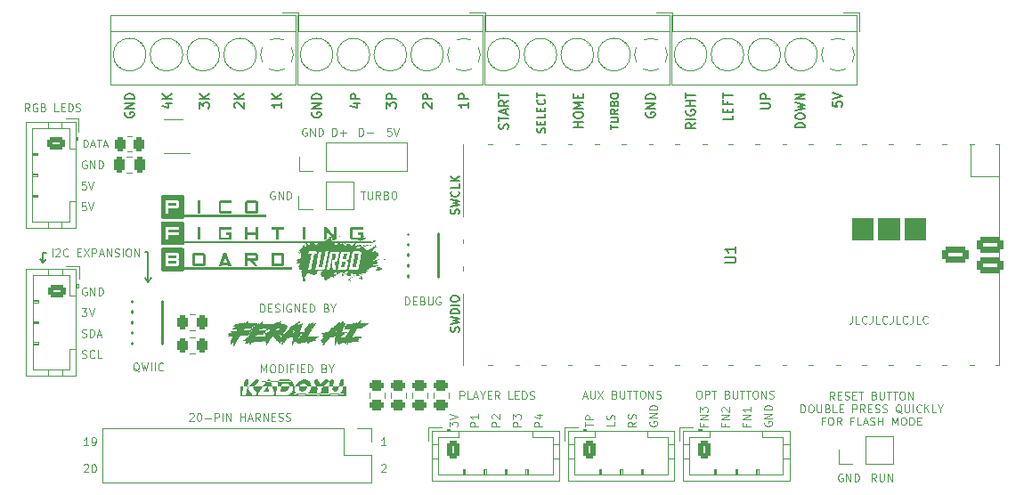
<source format=gto>
%TF.GenerationSoftware,KiCad,Pcbnew,(6.0.11)*%
%TF.CreationDate,2023-02-10T19:10:37+09:00*%
%TF.ProjectId,PicoFightingBoard,5069636f-4669-4676-9874-696e67426f61,rev?*%
%TF.SameCoordinates,Original*%
%TF.FileFunction,Legend,Top*%
%TF.FilePolarity,Positive*%
%FSLAX46Y46*%
G04 Gerber Fmt 4.6, Leading zero omitted, Abs format (unit mm)*
G04 Created by KiCad (PCBNEW (6.0.11)) date 2023-02-10 19:10:37*
%MOMM*%
%LPD*%
G01*
G04 APERTURE LIST*
G04 Aperture macros list*
%AMRoundRect*
0 Rectangle with rounded corners*
0 $1 Rounding radius*
0 $2 $3 $4 $5 $6 $7 $8 $9 X,Y pos of 4 corners*
0 Add a 4 corners polygon primitive as box body*
4,1,4,$2,$3,$4,$5,$6,$7,$8,$9,$2,$3,0*
0 Add four circle primitives for the rounded corners*
1,1,$1+$1,$2,$3*
1,1,$1+$1,$4,$5*
1,1,$1+$1,$6,$7*
1,1,$1+$1,$8,$9*
0 Add four rect primitives between the rounded corners*
20,1,$1+$1,$2,$3,$4,$5,0*
20,1,$1+$1,$4,$5,$6,$7,0*
20,1,$1+$1,$6,$7,$8,$9,0*
20,1,$1+$1,$8,$9,$2,$3,0*%
G04 Aperture macros list end*
%ADD10C,0.150000*%
%ADD11C,0.100000*%
%ADD12C,0.125000*%
%ADD13C,0.120000*%
%ADD14C,0.254000*%
%ADD15C,0.010000*%
%ADD16RoundRect,0.249998X-0.450002X0.262502X-0.450002X-0.262502X0.450002X-0.262502X0.450002X0.262502X0*%
%ADD17RoundRect,0.249998X0.262502X0.450002X-0.262502X0.450002X-0.262502X-0.450002X0.262502X-0.450002X0*%
%ADD18R,1.700000X1.700000*%
%ADD19O,1.700000X1.700000*%
%ADD20R,1.060000X0.650000*%
%ADD21RoundRect,0.250000X-0.250000X-0.475000X0.250000X-0.475000X0.250000X0.475000X-0.250000X0.475000X0*%
%ADD22RoundRect,0.249999X-0.625001X0.350001X-0.625001X-0.350001X0.625001X-0.350001X0.625001X0.350001X0*%
%ADD23O,1.750000X1.200000*%
%ADD24RoundRect,0.249999X-0.350001X-0.625001X0.350001X-0.625001X0.350001X0.625001X-0.350001X0.625001X0*%
%ADD25O,1.200000X1.750000*%
%ADD26C,2.300000*%
%ADD27R,2.300000X2.300000*%
%ADD28C,3.500000*%
%ADD29R,3.000000X0.900000*%
%ADD30R,1.600000X0.400000*%
%ADD31R,1.700000X3.500000*%
%ADD32R,3.500000X1.700000*%
%ADD33RoundRect,0.300000X-0.950000X0.450000X-0.950000X-0.450000X0.950000X-0.450000X0.950000X0.450000X0*%
G04 APERTURE END LIST*
D10*
X107000000Y-102000000D02*
X107300000Y-102300000D01*
X117000000Y-103800000D02*
X117300000Y-104200000D01*
X117600000Y-103800000D02*
X117300000Y-104200000D01*
X107600000Y-101400000D02*
X107300000Y-101400000D01*
X117300000Y-101300000D02*
X117300000Y-104200000D01*
D11*
X184200000Y-98100000D02*
X186200000Y-98100000D01*
X186200000Y-98100000D02*
X186200000Y-100100000D01*
X186200000Y-100100000D02*
X184200000Y-100100000D01*
X184200000Y-100100000D02*
X184200000Y-98100000D01*
G36*
X184200000Y-98100000D02*
G01*
X186200000Y-98100000D01*
X186200000Y-100100000D01*
X184200000Y-100100000D01*
X184200000Y-98100000D01*
G37*
D10*
X107300000Y-102300000D02*
X107000000Y-102000000D01*
X117000000Y-101300000D02*
X117300000Y-101300000D01*
X117300000Y-104200000D02*
X117000000Y-103800000D01*
X107300000Y-102300000D02*
X107600000Y-102000000D01*
D11*
X186700000Y-98100000D02*
X188700000Y-98100000D01*
X188700000Y-98100000D02*
X188700000Y-100100000D01*
X188700000Y-100100000D02*
X186700000Y-100100000D01*
X186700000Y-100100000D02*
X186700000Y-98100000D01*
G36*
X186700000Y-98100000D02*
G01*
X188700000Y-98100000D01*
X188700000Y-100100000D01*
X186700000Y-100100000D01*
X186700000Y-98100000D01*
G37*
D10*
X107300000Y-101400000D02*
X107300000Y-102300000D01*
D11*
X189200000Y-98100000D02*
X191200000Y-98100000D01*
X191200000Y-98100000D02*
X191200000Y-100100000D01*
X191200000Y-100100000D02*
X189200000Y-100100000D01*
X189200000Y-100100000D02*
X189200000Y-98100000D01*
G36*
X189200000Y-98100000D02*
G01*
X191200000Y-98100000D01*
X191200000Y-100100000D01*
X189200000Y-100100000D01*
X189200000Y-98100000D01*
G37*
D12*
X139914285Y-119719285D02*
X139485714Y-119719285D01*
X139700000Y-119719285D02*
X139700000Y-118969285D01*
X139628571Y-119076428D01*
X139557142Y-119147857D01*
X139485714Y-119183571D01*
X139485714Y-121580714D02*
X139521428Y-121545000D01*
X139592857Y-121509285D01*
X139771428Y-121509285D01*
X139842857Y-121545000D01*
X139878571Y-121580714D01*
X139914285Y-121652142D01*
X139914285Y-121723571D01*
X139878571Y-121830714D01*
X139450000Y-122259285D01*
X139914285Y-122259285D01*
X111188571Y-121580714D02*
X111224285Y-121545000D01*
X111295714Y-121509285D01*
X111474285Y-121509285D01*
X111545714Y-121545000D01*
X111581428Y-121580714D01*
X111617142Y-121652142D01*
X111617142Y-121723571D01*
X111581428Y-121830714D01*
X111152857Y-122259285D01*
X111617142Y-122259285D01*
X112081428Y-121509285D02*
X112152857Y-121509285D01*
X112224285Y-121545000D01*
X112260000Y-121580714D01*
X112295714Y-121652142D01*
X112331428Y-121795000D01*
X112331428Y-121973571D01*
X112295714Y-122116428D01*
X112260000Y-122187857D01*
X112224285Y-122223571D01*
X112152857Y-122259285D01*
X112081428Y-122259285D01*
X112010000Y-122223571D01*
X111974285Y-122187857D01*
X111938571Y-122116428D01*
X111902857Y-121973571D01*
X111902857Y-121795000D01*
X111938571Y-121652142D01*
X111974285Y-121580714D01*
X112010000Y-121545000D01*
X112081428Y-121509285D01*
X111617142Y-119719285D02*
X111188571Y-119719285D01*
X111402857Y-119719285D02*
X111402857Y-118969285D01*
X111331428Y-119076428D01*
X111260000Y-119147857D01*
X111188571Y-119183571D01*
X111974285Y-119719285D02*
X112117142Y-119719285D01*
X112188571Y-119683571D01*
X112224285Y-119647857D01*
X112295714Y-119540714D01*
X112331428Y-119397857D01*
X112331428Y-119112142D01*
X112295714Y-119040714D01*
X112260000Y-119005000D01*
X112188571Y-118969285D01*
X112045714Y-118969285D01*
X111974285Y-119005000D01*
X111938571Y-119040714D01*
X111902857Y-119112142D01*
X111902857Y-119290714D01*
X111938571Y-119362142D01*
X111974285Y-119397857D01*
X112045714Y-119433571D01*
X112188571Y-119433571D01*
X112260000Y-119397857D01*
X112295714Y-119362142D01*
X112331428Y-119290714D01*
D10*
X151474047Y-89627261D02*
X151514523Y-89505833D01*
X151514523Y-89303452D01*
X151474047Y-89222500D01*
X151433571Y-89182023D01*
X151352619Y-89141547D01*
X151271666Y-89141547D01*
X151190714Y-89182023D01*
X151150238Y-89222500D01*
X151109761Y-89303452D01*
X151069285Y-89465357D01*
X151028809Y-89546309D01*
X150988333Y-89586785D01*
X150907380Y-89627261D01*
X150826428Y-89627261D01*
X150745476Y-89586785D01*
X150705000Y-89546309D01*
X150664523Y-89465357D01*
X150664523Y-89262976D01*
X150705000Y-89141547D01*
X150664523Y-88898690D02*
X150664523Y-88412976D01*
X151514523Y-88655833D02*
X150664523Y-88655833D01*
X151271666Y-88170119D02*
X151271666Y-87765357D01*
X151514523Y-88251071D02*
X150664523Y-87967738D01*
X151514523Y-87684404D01*
X151514523Y-86915357D02*
X151109761Y-87198690D01*
X151514523Y-87401071D02*
X150664523Y-87401071D01*
X150664523Y-87077261D01*
X150705000Y-86996309D01*
X150745476Y-86955833D01*
X150826428Y-86915357D01*
X150947857Y-86915357D01*
X151028809Y-86955833D01*
X151069285Y-86996309D01*
X151109761Y-87077261D01*
X151109761Y-87401071D01*
X150664523Y-86672500D02*
X150664523Y-86186785D01*
X151514523Y-86429642D02*
X150664523Y-86429642D01*
D12*
X183324571Y-122434000D02*
X183253142Y-122398285D01*
X183146000Y-122398285D01*
X183038857Y-122434000D01*
X182967428Y-122505428D01*
X182931714Y-122576857D01*
X182896000Y-122719714D01*
X182896000Y-122826857D01*
X182931714Y-122969714D01*
X182967428Y-123041142D01*
X183038857Y-123112571D01*
X183146000Y-123148285D01*
X183217428Y-123148285D01*
X183324571Y-123112571D01*
X183360285Y-123076857D01*
X183360285Y-122826857D01*
X183217428Y-122826857D01*
X183681714Y-123148285D02*
X183681714Y-122398285D01*
X184110285Y-123148285D01*
X184110285Y-122398285D01*
X184467428Y-123148285D02*
X184467428Y-122398285D01*
X184646000Y-122398285D01*
X184753142Y-122434000D01*
X184824571Y-122505428D01*
X184860285Y-122576857D01*
X184896000Y-122719714D01*
X184896000Y-122826857D01*
X184860285Y-122969714D01*
X184824571Y-123041142D01*
X184753142Y-123112571D01*
X184646000Y-123148285D01*
X184467428Y-123148285D01*
D10*
X154989571Y-89962975D02*
X155025285Y-89855833D01*
X155025285Y-89677261D01*
X154989571Y-89605833D01*
X154953857Y-89570118D01*
X154882428Y-89534404D01*
X154811000Y-89534404D01*
X154739571Y-89570118D01*
X154703857Y-89605833D01*
X154668142Y-89677261D01*
X154632428Y-89820118D01*
X154596714Y-89891547D01*
X154561000Y-89927261D01*
X154489571Y-89962975D01*
X154418142Y-89962975D01*
X154346714Y-89927261D01*
X154311000Y-89891547D01*
X154275285Y-89820118D01*
X154275285Y-89641547D01*
X154311000Y-89534404D01*
X154632428Y-89212975D02*
X154632428Y-88962975D01*
X155025285Y-88855833D02*
X155025285Y-89212975D01*
X154275285Y-89212975D01*
X154275285Y-88855833D01*
X155025285Y-88177261D02*
X155025285Y-88534404D01*
X154275285Y-88534404D01*
X154632428Y-87927261D02*
X154632428Y-87677261D01*
X155025285Y-87570118D02*
X155025285Y-87927261D01*
X154275285Y-87927261D01*
X154275285Y-87570118D01*
X154953857Y-86820118D02*
X154989571Y-86855833D01*
X155025285Y-86962975D01*
X155025285Y-87034404D01*
X154989571Y-87141547D01*
X154918142Y-87212975D01*
X154846714Y-87248690D01*
X154703857Y-87284404D01*
X154596714Y-87284404D01*
X154453857Y-87248690D01*
X154382428Y-87212975D01*
X154311000Y-87141547D01*
X154275285Y-87034404D01*
X154275285Y-86962975D01*
X154311000Y-86855833D01*
X154346714Y-86820118D01*
X154275285Y-86605833D02*
X154275285Y-86177261D01*
X155025285Y-86391547D02*
X154275285Y-86391547D01*
D12*
X111007142Y-109371171D02*
X111114285Y-109406885D01*
X111292857Y-109406885D01*
X111364285Y-109371171D01*
X111399999Y-109335457D01*
X111435714Y-109264028D01*
X111435714Y-109192600D01*
X111399999Y-109121171D01*
X111364285Y-109085457D01*
X111292857Y-109049742D01*
X111149999Y-109014028D01*
X111078571Y-108978314D01*
X111042857Y-108942600D01*
X111007142Y-108871171D01*
X111007142Y-108799742D01*
X111042857Y-108728314D01*
X111078571Y-108692600D01*
X111149999Y-108656885D01*
X111328571Y-108656885D01*
X111435714Y-108692600D01*
X111757142Y-109406885D02*
X111757142Y-108656885D01*
X111935714Y-108656885D01*
X112042857Y-108692600D01*
X112114285Y-108764028D01*
X112149999Y-108835457D01*
X112185714Y-108978314D01*
X112185714Y-109085457D01*
X112149999Y-109228314D01*
X112114285Y-109299742D01*
X112042857Y-109371171D01*
X111935714Y-109406885D01*
X111757142Y-109406885D01*
X112471428Y-109192600D02*
X112828571Y-109192600D01*
X112399999Y-109406885D02*
X112649999Y-108656885D01*
X112899999Y-109406885D01*
X108175000Y-101739285D02*
X108175000Y-100989285D01*
X108496428Y-101060714D02*
X108532142Y-101025000D01*
X108603571Y-100989285D01*
X108782142Y-100989285D01*
X108853571Y-101025000D01*
X108889285Y-101060714D01*
X108925000Y-101132142D01*
X108925000Y-101203571D01*
X108889285Y-101310714D01*
X108460714Y-101739285D01*
X108925000Y-101739285D01*
X109675000Y-101667857D02*
X109639285Y-101703571D01*
X109532142Y-101739285D01*
X109460714Y-101739285D01*
X109353571Y-101703571D01*
X109282142Y-101632142D01*
X109246428Y-101560714D01*
X109210714Y-101417857D01*
X109210714Y-101310714D01*
X109246428Y-101167857D01*
X109282142Y-101096428D01*
X109353571Y-101025000D01*
X109460714Y-100989285D01*
X109532142Y-100989285D01*
X109639285Y-101025000D01*
X109675000Y-101060714D01*
X110567857Y-101346428D02*
X110817857Y-101346428D01*
X110925000Y-101739285D02*
X110567857Y-101739285D01*
X110567857Y-100989285D01*
X110925000Y-100989285D01*
X111175000Y-100989285D02*
X111675000Y-101739285D01*
X111675000Y-100989285D02*
X111175000Y-101739285D01*
X111960714Y-101739285D02*
X111960714Y-100989285D01*
X112246428Y-100989285D01*
X112317857Y-101025000D01*
X112353571Y-101060714D01*
X112389285Y-101132142D01*
X112389285Y-101239285D01*
X112353571Y-101310714D01*
X112317857Y-101346428D01*
X112246428Y-101382142D01*
X111960714Y-101382142D01*
X112675000Y-101525000D02*
X113032142Y-101525000D01*
X112603571Y-101739285D02*
X112853571Y-100989285D01*
X113103571Y-101739285D01*
X113353571Y-101739285D02*
X113353571Y-100989285D01*
X113782142Y-101739285D01*
X113782142Y-100989285D01*
X114103571Y-101703571D02*
X114210714Y-101739285D01*
X114389285Y-101739285D01*
X114460714Y-101703571D01*
X114496428Y-101667857D01*
X114532142Y-101596428D01*
X114532142Y-101525000D01*
X114496428Y-101453571D01*
X114460714Y-101417857D01*
X114389285Y-101382142D01*
X114246428Y-101346428D01*
X114175000Y-101310714D01*
X114139285Y-101275000D01*
X114103571Y-101203571D01*
X114103571Y-101132142D01*
X114139285Y-101060714D01*
X114175000Y-101025000D01*
X114246428Y-100989285D01*
X114425000Y-100989285D01*
X114532142Y-101025000D01*
X114853571Y-101739285D02*
X114853571Y-100989285D01*
X115353571Y-100989285D02*
X115496428Y-100989285D01*
X115567857Y-101025000D01*
X115639285Y-101096428D01*
X115675000Y-101239285D01*
X115675000Y-101489285D01*
X115639285Y-101632142D01*
X115567857Y-101703571D01*
X115496428Y-101739285D01*
X115353571Y-101739285D01*
X115282142Y-101703571D01*
X115210714Y-101632142D01*
X115175000Y-101489285D01*
X115175000Y-101239285D01*
X115210714Y-101096428D01*
X115282142Y-101025000D01*
X115353571Y-100989285D01*
X115996428Y-101739285D02*
X115996428Y-100989285D01*
X116425000Y-101739285D01*
X116425000Y-100989285D01*
D10*
X175556523Y-87643928D02*
X176244619Y-87643928D01*
X176325571Y-87603451D01*
X176366047Y-87562975D01*
X176406523Y-87482023D01*
X176406523Y-87320118D01*
X176366047Y-87239166D01*
X176325571Y-87198690D01*
X176244619Y-87158213D01*
X175556523Y-87158213D01*
X176406523Y-86753451D02*
X175556523Y-86753451D01*
X175556523Y-86429642D01*
X175597000Y-86348690D01*
X175637476Y-86308213D01*
X175718428Y-86267737D01*
X175839857Y-86267737D01*
X175920809Y-86308213D01*
X175961285Y-86348690D01*
X176001761Y-86429642D01*
X176001761Y-86753451D01*
X179708523Y-89505833D02*
X178858523Y-89505833D01*
X178858523Y-89303452D01*
X178899000Y-89182024D01*
X178979952Y-89101071D01*
X179060904Y-89060595D01*
X179222809Y-89020119D01*
X179344238Y-89020119D01*
X179506142Y-89060595D01*
X179587095Y-89101071D01*
X179668047Y-89182024D01*
X179708523Y-89303452D01*
X179708523Y-89505833D01*
X178858523Y-88493928D02*
X178858523Y-88332024D01*
X178899000Y-88251071D01*
X178979952Y-88170119D01*
X179141857Y-88129643D01*
X179425190Y-88129643D01*
X179587095Y-88170119D01*
X179668047Y-88251071D01*
X179708523Y-88332024D01*
X179708523Y-88493928D01*
X179668047Y-88574881D01*
X179587095Y-88655833D01*
X179425190Y-88696309D01*
X179141857Y-88696309D01*
X178979952Y-88655833D01*
X178899000Y-88574881D01*
X178858523Y-88493928D01*
X178858523Y-87846309D02*
X179708523Y-87643928D01*
X179101380Y-87482024D01*
X179708523Y-87320119D01*
X178858523Y-87117738D01*
X179708523Y-86793928D02*
X178858523Y-86793928D01*
X179708523Y-86308214D01*
X178858523Y-86308214D01*
X136850857Y-87198690D02*
X137417523Y-87198690D01*
X136527047Y-87401071D02*
X137134190Y-87603452D01*
X137134190Y-87077261D01*
X137417523Y-86753452D02*
X136567523Y-86753452D01*
X136567523Y-86429642D01*
X136608000Y-86348690D01*
X136648476Y-86308214D01*
X136729428Y-86267737D01*
X136850857Y-86267737D01*
X136931809Y-86308214D01*
X136972285Y-86348690D01*
X137012761Y-86429642D01*
X137012761Y-86753452D01*
D12*
X110971428Y-106675685D02*
X111435714Y-106675685D01*
X111185714Y-106961400D01*
X111292857Y-106961400D01*
X111364285Y-106997114D01*
X111399999Y-107032828D01*
X111435714Y-107104257D01*
X111435714Y-107282828D01*
X111399999Y-107354257D01*
X111364285Y-107389971D01*
X111292857Y-107425685D01*
X111078571Y-107425685D01*
X111007142Y-107389971D01*
X110971428Y-107354257D01*
X111649999Y-106675685D02*
X111899999Y-107425685D01*
X112149999Y-106675685D01*
X145944085Y-117915928D02*
X145944085Y-117451642D01*
X146229800Y-117701642D01*
X146229800Y-117594500D01*
X146265514Y-117523071D01*
X146301228Y-117487357D01*
X146372657Y-117451642D01*
X146551228Y-117451642D01*
X146622657Y-117487357D01*
X146658371Y-117523071D01*
X146694085Y-117594500D01*
X146694085Y-117808785D01*
X146658371Y-117880214D01*
X146622657Y-117915928D01*
X145944085Y-117237357D02*
X146694085Y-116987357D01*
X145944085Y-116737357D01*
X172158428Y-117644457D02*
X172158428Y-117894457D01*
X172551285Y-117894457D02*
X171801285Y-117894457D01*
X171801285Y-117537314D01*
X172551285Y-117251600D02*
X171801285Y-117251600D01*
X172551285Y-116823028D01*
X171801285Y-116823028D01*
X171872714Y-116501600D02*
X171837000Y-116465885D01*
X171801285Y-116394457D01*
X171801285Y-116215885D01*
X171837000Y-116144457D01*
X171872714Y-116108742D01*
X171944142Y-116073028D01*
X172015571Y-116073028D01*
X172122714Y-116108742D01*
X172551285Y-116537314D01*
X172551285Y-116073028D01*
X164979000Y-117458728D02*
X164943285Y-117530157D01*
X164943285Y-117637300D01*
X164979000Y-117744442D01*
X165050428Y-117815871D01*
X165121857Y-117851585D01*
X165264714Y-117887300D01*
X165371857Y-117887300D01*
X165514714Y-117851585D01*
X165586142Y-117815871D01*
X165657571Y-117744442D01*
X165693285Y-117637300D01*
X165693285Y-117565871D01*
X165657571Y-117458728D01*
X165621857Y-117423014D01*
X165371857Y-117423014D01*
X165371857Y-117565871D01*
X165693285Y-117101585D02*
X164943285Y-117101585D01*
X165693285Y-116673014D01*
X164943285Y-116673014D01*
X165693285Y-116315871D02*
X164943285Y-116315871D01*
X164943285Y-116137300D01*
X164979000Y-116030157D01*
X165050428Y-115958728D01*
X165121857Y-115923014D01*
X165264714Y-115887300D01*
X165371857Y-115887300D01*
X165514714Y-115923014D01*
X165586142Y-115958728D01*
X165657571Y-116030157D01*
X165693285Y-116137300D01*
X165693285Y-116315871D01*
X111381685Y-96617285D02*
X111024543Y-96617285D01*
X110988828Y-96974428D01*
X111024543Y-96938714D01*
X111095971Y-96903000D01*
X111274543Y-96903000D01*
X111345971Y-96938714D01*
X111381685Y-96974428D01*
X111417400Y-97045857D01*
X111417400Y-97224428D01*
X111381685Y-97295857D01*
X111345971Y-97331571D01*
X111274543Y-97367285D01*
X111095971Y-97367285D01*
X111024543Y-97331571D01*
X110988828Y-97295857D01*
X111631685Y-96617285D02*
X111881685Y-97367285D01*
X112131685Y-96617285D01*
X129328571Y-95575000D02*
X129257142Y-95539285D01*
X129150000Y-95539285D01*
X129042857Y-95575000D01*
X128971428Y-95646428D01*
X128935714Y-95717857D01*
X128900000Y-95860714D01*
X128900000Y-95967857D01*
X128935714Y-96110714D01*
X128971428Y-96182142D01*
X129042857Y-96253571D01*
X129150000Y-96289285D01*
X129221428Y-96289285D01*
X129328571Y-96253571D01*
X129364285Y-96217857D01*
X129364285Y-95967857D01*
X129221428Y-95967857D01*
X129685714Y-96289285D02*
X129685714Y-95539285D01*
X130114285Y-96289285D01*
X130114285Y-95539285D01*
X130471428Y-96289285D02*
X130471428Y-95539285D01*
X130650000Y-95539285D01*
X130757142Y-95575000D01*
X130828571Y-95646428D01*
X130864285Y-95717857D01*
X130900000Y-95860714D01*
X130900000Y-95967857D01*
X130864285Y-96110714D01*
X130828571Y-96182142D01*
X130757142Y-96253571D01*
X130650000Y-96289285D01*
X130471428Y-96289285D01*
X111007142Y-111352371D02*
X111114285Y-111388085D01*
X111292857Y-111388085D01*
X111364285Y-111352371D01*
X111400000Y-111316657D01*
X111435714Y-111245228D01*
X111435714Y-111173800D01*
X111400000Y-111102371D01*
X111364285Y-111066657D01*
X111292857Y-111030942D01*
X111150000Y-110995228D01*
X111078571Y-110959514D01*
X111042857Y-110923800D01*
X111007142Y-110852371D01*
X111007142Y-110780942D01*
X111042857Y-110709514D01*
X111078571Y-110673800D01*
X111150000Y-110638085D01*
X111328571Y-110638085D01*
X111435714Y-110673800D01*
X112185714Y-111316657D02*
X112150000Y-111352371D01*
X112042857Y-111388085D01*
X111971428Y-111388085D01*
X111864285Y-111352371D01*
X111792857Y-111280942D01*
X111757142Y-111209514D01*
X111721428Y-111066657D01*
X111721428Y-110959514D01*
X111757142Y-110816657D01*
X111792857Y-110745228D01*
X111864285Y-110673800D01*
X111971428Y-110638085D01*
X112042857Y-110638085D01*
X112150000Y-110673800D01*
X112185714Y-110709514D01*
X112864285Y-111388085D02*
X112507142Y-111388085D01*
X112507142Y-110638085D01*
X152739285Y-117898071D02*
X151989285Y-117898071D01*
X151989285Y-117612357D01*
X152025000Y-117540928D01*
X152060714Y-117505214D01*
X152132142Y-117469500D01*
X152239285Y-117469500D01*
X152310714Y-117505214D01*
X152346428Y-117540928D01*
X152382142Y-117612357D01*
X152382142Y-117898071D01*
X151989285Y-117219500D02*
X151989285Y-116755214D01*
X152275000Y-117005214D01*
X152275000Y-116898071D01*
X152310714Y-116826642D01*
X152346428Y-116790928D01*
X152417857Y-116755214D01*
X152596428Y-116755214D01*
X152667857Y-116790928D01*
X152703571Y-116826642D01*
X152739285Y-116898071D01*
X152739285Y-117112357D01*
X152703571Y-117183785D01*
X152667857Y-117219500D01*
X146939042Y-115312385D02*
X146939042Y-114562385D01*
X147224757Y-114562385D01*
X147296185Y-114598100D01*
X147331900Y-114633814D01*
X147367614Y-114705242D01*
X147367614Y-114812385D01*
X147331900Y-114883814D01*
X147296185Y-114919528D01*
X147224757Y-114955242D01*
X146939042Y-114955242D01*
X148046185Y-115312385D02*
X147689042Y-115312385D01*
X147689042Y-114562385D01*
X148260471Y-115098100D02*
X148617614Y-115098100D01*
X148189042Y-115312385D02*
X148439042Y-114562385D01*
X148689042Y-115312385D01*
X149081900Y-114955242D02*
X149081900Y-115312385D01*
X148831900Y-114562385D02*
X149081900Y-114955242D01*
X149331900Y-114562385D01*
X149581900Y-114919528D02*
X149831900Y-114919528D01*
X149939042Y-115312385D02*
X149581900Y-115312385D01*
X149581900Y-114562385D01*
X149939042Y-114562385D01*
X150689042Y-115312385D02*
X150439042Y-114955242D01*
X150260471Y-115312385D02*
X150260471Y-114562385D01*
X150546185Y-114562385D01*
X150617614Y-114598100D01*
X150653328Y-114633814D01*
X150689042Y-114705242D01*
X150689042Y-114812385D01*
X150653328Y-114883814D01*
X150617614Y-114919528D01*
X150546185Y-114955242D01*
X150260471Y-114955242D01*
X151939042Y-115312385D02*
X151581900Y-115312385D01*
X151581900Y-114562385D01*
X152189042Y-114919528D02*
X152439042Y-114919528D01*
X152546185Y-115312385D02*
X152189042Y-115312385D01*
X152189042Y-114562385D01*
X152546185Y-114562385D01*
X152867614Y-115312385D02*
X152867614Y-114562385D01*
X153046185Y-114562385D01*
X153153328Y-114598100D01*
X153224757Y-114669528D01*
X153260471Y-114740957D01*
X153296185Y-114883814D01*
X153296185Y-114990957D01*
X153260471Y-115133814D01*
X153224757Y-115205242D01*
X153153328Y-115276671D01*
X153046185Y-115312385D01*
X152867614Y-115312385D01*
X153581900Y-115276671D02*
X153689042Y-115312385D01*
X153867614Y-115312385D01*
X153939042Y-115276671D01*
X153974757Y-115240957D01*
X154010471Y-115169528D01*
X154010471Y-115098100D01*
X153974757Y-115026671D01*
X153939042Y-114990957D01*
X153867614Y-114955242D01*
X153724757Y-114919528D01*
X153653328Y-114883814D01*
X153617614Y-114848100D01*
X153581900Y-114776671D01*
X153581900Y-114705242D01*
X153617614Y-114633814D01*
X153653328Y-114598100D01*
X153724757Y-114562385D01*
X153903328Y-114562385D01*
X154010471Y-114598100D01*
D10*
X164675000Y-88048690D02*
X164634523Y-88129642D01*
X164634523Y-88251071D01*
X164675000Y-88372499D01*
X164755952Y-88453451D01*
X164836904Y-88493928D01*
X164998809Y-88534404D01*
X165120238Y-88534404D01*
X165282142Y-88493928D01*
X165363095Y-88453451D01*
X165444047Y-88372499D01*
X165484523Y-88251071D01*
X165484523Y-88170118D01*
X165444047Y-88048690D01*
X165403571Y-88008213D01*
X165120238Y-88008213D01*
X165120238Y-88170118D01*
X165484523Y-87643928D02*
X164634523Y-87643928D01*
X165484523Y-87158213D01*
X164634523Y-87158213D01*
X165484523Y-86753451D02*
X164634523Y-86753451D01*
X164634523Y-86551071D01*
X164675000Y-86429642D01*
X164755952Y-86348690D01*
X164836904Y-86308213D01*
X164998809Y-86267737D01*
X165120238Y-86267737D01*
X165282142Y-86308213D01*
X165363095Y-86348690D01*
X165444047Y-86429642D01*
X165484523Y-86551071D01*
X165484523Y-86753451D01*
D12*
X163661285Y-117469500D02*
X163304142Y-117719500D01*
X163661285Y-117898071D02*
X162911285Y-117898071D01*
X162911285Y-117612357D01*
X162947000Y-117540928D01*
X162982714Y-117505214D01*
X163054142Y-117469500D01*
X163161285Y-117469500D01*
X163232714Y-117505214D01*
X163268428Y-117540928D01*
X163304142Y-117612357D01*
X163304142Y-117898071D01*
X163625571Y-117183785D02*
X163661285Y-117076642D01*
X163661285Y-116898071D01*
X163625571Y-116826642D01*
X163589857Y-116790928D01*
X163518428Y-116755214D01*
X163447000Y-116755214D01*
X163375571Y-116790928D01*
X163339857Y-116826642D01*
X163304142Y-116898071D01*
X163268428Y-117040928D01*
X163232714Y-117112357D01*
X163197000Y-117148071D01*
X163125571Y-117183785D01*
X163054142Y-117183785D01*
X162982714Y-117148071D01*
X162947000Y-117112357D01*
X162911285Y-117040928D01*
X162911285Y-116862357D01*
X162947000Y-116755214D01*
D10*
X129924523Y-87117737D02*
X129924523Y-87603452D01*
X129924523Y-87360595D02*
X129074523Y-87360595D01*
X129195952Y-87441547D01*
X129276904Y-87522499D01*
X129317380Y-87603452D01*
X129924523Y-86753452D02*
X129074523Y-86753452D01*
X129924523Y-86267737D02*
X129438809Y-86632023D01*
X129074523Y-86267737D02*
X129560238Y-86753452D01*
D12*
X121218528Y-116716614D02*
X121254242Y-116680900D01*
X121325671Y-116645185D01*
X121504242Y-116645185D01*
X121575671Y-116680900D01*
X121611385Y-116716614D01*
X121647100Y-116788042D01*
X121647100Y-116859471D01*
X121611385Y-116966614D01*
X121182814Y-117395185D01*
X121647100Y-117395185D01*
X122111385Y-116645185D02*
X122182814Y-116645185D01*
X122254242Y-116680900D01*
X122289957Y-116716614D01*
X122325671Y-116788042D01*
X122361385Y-116930900D01*
X122361385Y-117109471D01*
X122325671Y-117252328D01*
X122289957Y-117323757D01*
X122254242Y-117359471D01*
X122182814Y-117395185D01*
X122111385Y-117395185D01*
X122039957Y-117359471D01*
X122004242Y-117323757D01*
X121968528Y-117252328D01*
X121932814Y-117109471D01*
X121932814Y-116930900D01*
X121968528Y-116788042D01*
X122004242Y-116716614D01*
X122039957Y-116680900D01*
X122111385Y-116645185D01*
X122682814Y-117109471D02*
X123254242Y-117109471D01*
X123611385Y-117395185D02*
X123611385Y-116645185D01*
X123897100Y-116645185D01*
X123968528Y-116680900D01*
X124004242Y-116716614D01*
X124039957Y-116788042D01*
X124039957Y-116895185D01*
X124004242Y-116966614D01*
X123968528Y-117002328D01*
X123897100Y-117038042D01*
X123611385Y-117038042D01*
X124361385Y-117395185D02*
X124361385Y-116645185D01*
X124718528Y-117395185D02*
X124718528Y-116645185D01*
X125147100Y-117395185D01*
X125147100Y-116645185D01*
X126075671Y-117395185D02*
X126075671Y-116645185D01*
X126075671Y-117002328D02*
X126504242Y-117002328D01*
X126504242Y-117395185D02*
X126504242Y-116645185D01*
X126825671Y-117180900D02*
X127182814Y-117180900D01*
X126754242Y-117395185D02*
X127004242Y-116645185D01*
X127254242Y-117395185D01*
X127932814Y-117395185D02*
X127682814Y-117038042D01*
X127504242Y-117395185D02*
X127504242Y-116645185D01*
X127789957Y-116645185D01*
X127861385Y-116680900D01*
X127897100Y-116716614D01*
X127932814Y-116788042D01*
X127932814Y-116895185D01*
X127897100Y-116966614D01*
X127861385Y-117002328D01*
X127789957Y-117038042D01*
X127504242Y-117038042D01*
X128254242Y-117395185D02*
X128254242Y-116645185D01*
X128682814Y-117395185D01*
X128682814Y-116645185D01*
X129039957Y-117002328D02*
X129289957Y-117002328D01*
X129397100Y-117395185D02*
X129039957Y-117395185D01*
X129039957Y-116645185D01*
X129397100Y-116645185D01*
X129682814Y-117359471D02*
X129789957Y-117395185D01*
X129968528Y-117395185D01*
X130039957Y-117359471D01*
X130075671Y-117323757D01*
X130111385Y-117252328D01*
X130111385Y-117180900D01*
X130075671Y-117109471D01*
X130039957Y-117073757D01*
X129968528Y-117038042D01*
X129825671Y-117002328D01*
X129754242Y-116966614D01*
X129718528Y-116930900D01*
X129682814Y-116859471D01*
X129682814Y-116788042D01*
X129718528Y-116716614D01*
X129754242Y-116680900D01*
X129825671Y-116645185D01*
X130004242Y-116645185D01*
X130111385Y-116680900D01*
X130397100Y-117359471D02*
X130504242Y-117395185D01*
X130682814Y-117395185D01*
X130754242Y-117359471D01*
X130789957Y-117323757D01*
X130825671Y-117252328D01*
X130825671Y-117180900D01*
X130789957Y-117109471D01*
X130754242Y-117073757D01*
X130682814Y-117038042D01*
X130539957Y-117002328D01*
X130468528Y-116966614D01*
X130432814Y-116930900D01*
X130397100Y-116859471D01*
X130397100Y-116788042D01*
X130432814Y-116716614D01*
X130468528Y-116680900D01*
X130539957Y-116645185D01*
X130718528Y-116645185D01*
X130825671Y-116680900D01*
X141721428Y-106339285D02*
X141721428Y-105589285D01*
X141900000Y-105589285D01*
X142007142Y-105625000D01*
X142078571Y-105696428D01*
X142114285Y-105767857D01*
X142150000Y-105910714D01*
X142150000Y-106017857D01*
X142114285Y-106160714D01*
X142078571Y-106232142D01*
X142007142Y-106303571D01*
X141900000Y-106339285D01*
X141721428Y-106339285D01*
X142471428Y-105946428D02*
X142721428Y-105946428D01*
X142828571Y-106339285D02*
X142471428Y-106339285D01*
X142471428Y-105589285D01*
X142828571Y-105589285D01*
X143400000Y-105946428D02*
X143507142Y-105982142D01*
X143542857Y-106017857D01*
X143578571Y-106089285D01*
X143578571Y-106196428D01*
X143542857Y-106267857D01*
X143507142Y-106303571D01*
X143435714Y-106339285D01*
X143150000Y-106339285D01*
X143150000Y-105589285D01*
X143400000Y-105589285D01*
X143471428Y-105625000D01*
X143507142Y-105660714D01*
X143542857Y-105732142D01*
X143542857Y-105803571D01*
X143507142Y-105875000D01*
X143471428Y-105910714D01*
X143400000Y-105946428D01*
X143150000Y-105946428D01*
X143900000Y-105589285D02*
X143900000Y-106196428D01*
X143935714Y-106267857D01*
X143971428Y-106303571D01*
X144042857Y-106339285D01*
X144185714Y-106339285D01*
X144257142Y-106303571D01*
X144292857Y-106267857D01*
X144328571Y-106196428D01*
X144328571Y-105589285D01*
X145078571Y-105625000D02*
X145007142Y-105589285D01*
X144900000Y-105589285D01*
X144792857Y-105625000D01*
X144721428Y-105696428D01*
X144685714Y-105767857D01*
X144650000Y-105910714D01*
X144650000Y-106017857D01*
X144685714Y-106160714D01*
X144721428Y-106232142D01*
X144792857Y-106303571D01*
X144900000Y-106339285D01*
X144971428Y-106339285D01*
X145078571Y-106303571D01*
X145114285Y-106267857D01*
X145114285Y-106017857D01*
X144971428Y-106017857D01*
D10*
X132925000Y-88048690D02*
X132884523Y-88129642D01*
X132884523Y-88251071D01*
X132925000Y-88372499D01*
X133005952Y-88453451D01*
X133086904Y-88493928D01*
X133248809Y-88534404D01*
X133370238Y-88534404D01*
X133532142Y-88493928D01*
X133613095Y-88453451D01*
X133694047Y-88372499D01*
X133734523Y-88251071D01*
X133734523Y-88170118D01*
X133694047Y-88048690D01*
X133653571Y-88008213D01*
X133370238Y-88008213D01*
X133370238Y-88170118D01*
X133734523Y-87643928D02*
X132884523Y-87643928D01*
X133734523Y-87158213D01*
X132884523Y-87158213D01*
X133734523Y-86753451D02*
X132884523Y-86753451D01*
X132884523Y-86551071D01*
X132925000Y-86429642D01*
X133005952Y-86348690D01*
X133086904Y-86308213D01*
X133248809Y-86267737D01*
X133370238Y-86267737D01*
X133532142Y-86308213D01*
X133613095Y-86348690D01*
X133694047Y-86429642D01*
X133734523Y-86551071D01*
X133734523Y-86753451D01*
D12*
X170113728Y-117644457D02*
X170113728Y-117894457D01*
X170506585Y-117894457D02*
X169756585Y-117894457D01*
X169756585Y-117537314D01*
X170506585Y-117251600D02*
X169756585Y-117251600D01*
X170506585Y-116823028D01*
X169756585Y-116823028D01*
X169756585Y-116537314D02*
X169756585Y-116073028D01*
X170042300Y-116323028D01*
X170042300Y-116215885D01*
X170078014Y-116144457D01*
X170113728Y-116108742D01*
X170185157Y-116073028D01*
X170363728Y-116073028D01*
X170435157Y-116108742D01*
X170470871Y-116144457D01*
X170506585Y-116215885D01*
X170506585Y-116430171D01*
X170470871Y-116501600D01*
X170435157Y-116537314D01*
X186517428Y-123148285D02*
X186267428Y-122791142D01*
X186088857Y-123148285D02*
X186088857Y-122398285D01*
X186374571Y-122398285D01*
X186446000Y-122434000D01*
X186481714Y-122469714D01*
X186517428Y-122541142D01*
X186517428Y-122648285D01*
X186481714Y-122719714D01*
X186446000Y-122755428D01*
X186374571Y-122791142D01*
X186088857Y-122791142D01*
X186838857Y-122398285D02*
X186838857Y-123005428D01*
X186874571Y-123076857D01*
X186910285Y-123112571D01*
X186981714Y-123148285D01*
X187124571Y-123148285D01*
X187196000Y-123112571D01*
X187231714Y-123076857D01*
X187267428Y-123005428D01*
X187267428Y-122398285D01*
X187624571Y-123148285D02*
X187624571Y-122398285D01*
X188053142Y-123148285D01*
X188053142Y-122398285D01*
X158847285Y-117933785D02*
X158847285Y-117505214D01*
X159597285Y-117719500D02*
X158847285Y-117719500D01*
X159597285Y-117255214D02*
X158847285Y-117255214D01*
X158847285Y-116969500D01*
X158883000Y-116898071D01*
X158918714Y-116862357D01*
X158990142Y-116826642D01*
X159097285Y-116826642D01*
X159168714Y-116862357D01*
X159204428Y-116898071D01*
X159240142Y-116969500D01*
X159240142Y-117255214D01*
X161629285Y-117469500D02*
X161629285Y-117826642D01*
X160879285Y-117826642D01*
X161593571Y-117255214D02*
X161629285Y-117148071D01*
X161629285Y-116969500D01*
X161593571Y-116898071D01*
X161557857Y-116862357D01*
X161486428Y-116826642D01*
X161415000Y-116826642D01*
X161343571Y-116862357D01*
X161307857Y-116898071D01*
X161272142Y-116969500D01*
X161236428Y-117112357D01*
X161200714Y-117183785D01*
X161165000Y-117219500D01*
X161093571Y-117255214D01*
X161022142Y-117255214D01*
X160950714Y-117219500D01*
X160915000Y-117183785D01*
X160879285Y-117112357D01*
X160879285Y-116933785D01*
X160915000Y-116826642D01*
D10*
X169294523Y-89060595D02*
X168889761Y-89343928D01*
X169294523Y-89546309D02*
X168444523Y-89546309D01*
X168444523Y-89222500D01*
X168485000Y-89141547D01*
X168525476Y-89101071D01*
X168606428Y-89060595D01*
X168727857Y-89060595D01*
X168808809Y-89101071D01*
X168849285Y-89141547D01*
X168889761Y-89222500D01*
X168889761Y-89546309D01*
X169294523Y-88696309D02*
X168444523Y-88696309D01*
X168485000Y-87846309D02*
X168444523Y-87927262D01*
X168444523Y-88048690D01*
X168485000Y-88170119D01*
X168565952Y-88251071D01*
X168646904Y-88291547D01*
X168808809Y-88332023D01*
X168930238Y-88332023D01*
X169092142Y-88291547D01*
X169173095Y-88251071D01*
X169254047Y-88170119D01*
X169294523Y-88048690D01*
X169294523Y-87967738D01*
X169254047Y-87846309D01*
X169213571Y-87805833D01*
X168930238Y-87805833D01*
X168930238Y-87967738D01*
X169294523Y-87441547D02*
X168444523Y-87441547D01*
X168849285Y-87441547D02*
X168849285Y-86955833D01*
X169294523Y-86955833D02*
X168444523Y-86955833D01*
X168444523Y-86672500D02*
X168444523Y-86186785D01*
X169294523Y-86429642D02*
X168444523Y-86429642D01*
D12*
X106021428Y-87939285D02*
X105771428Y-87582142D01*
X105592857Y-87939285D02*
X105592857Y-87189285D01*
X105878571Y-87189285D01*
X105950000Y-87225000D01*
X105985714Y-87260714D01*
X106021428Y-87332142D01*
X106021428Y-87439285D01*
X105985714Y-87510714D01*
X105950000Y-87546428D01*
X105878571Y-87582142D01*
X105592857Y-87582142D01*
X106735714Y-87225000D02*
X106664285Y-87189285D01*
X106557142Y-87189285D01*
X106450000Y-87225000D01*
X106378571Y-87296428D01*
X106342857Y-87367857D01*
X106307142Y-87510714D01*
X106307142Y-87617857D01*
X106342857Y-87760714D01*
X106378571Y-87832142D01*
X106450000Y-87903571D01*
X106557142Y-87939285D01*
X106628571Y-87939285D01*
X106735714Y-87903571D01*
X106771428Y-87867857D01*
X106771428Y-87617857D01*
X106628571Y-87617857D01*
X107342857Y-87546428D02*
X107450000Y-87582142D01*
X107485714Y-87617857D01*
X107521428Y-87689285D01*
X107521428Y-87796428D01*
X107485714Y-87867857D01*
X107450000Y-87903571D01*
X107378571Y-87939285D01*
X107092857Y-87939285D01*
X107092857Y-87189285D01*
X107342857Y-87189285D01*
X107414285Y-87225000D01*
X107450000Y-87260714D01*
X107485714Y-87332142D01*
X107485714Y-87403571D01*
X107450000Y-87475000D01*
X107414285Y-87510714D01*
X107342857Y-87546428D01*
X107092857Y-87546428D01*
X108771428Y-87939285D02*
X108414285Y-87939285D01*
X108414285Y-87189285D01*
X109021428Y-87546428D02*
X109271428Y-87546428D01*
X109378571Y-87939285D02*
X109021428Y-87939285D01*
X109021428Y-87189285D01*
X109378571Y-87189285D01*
X109700000Y-87939285D02*
X109700000Y-87189285D01*
X109878571Y-87189285D01*
X109985714Y-87225000D01*
X110057142Y-87296428D01*
X110092857Y-87367857D01*
X110128571Y-87510714D01*
X110128571Y-87617857D01*
X110092857Y-87760714D01*
X110057142Y-87832142D01*
X109985714Y-87903571D01*
X109878571Y-87939285D01*
X109700000Y-87939285D01*
X110414285Y-87903571D02*
X110521428Y-87939285D01*
X110700000Y-87939285D01*
X110771428Y-87903571D01*
X110807142Y-87867857D01*
X110842857Y-87796428D01*
X110842857Y-87725000D01*
X110807142Y-87653571D01*
X110771428Y-87617857D01*
X110700000Y-87582142D01*
X110557142Y-87546428D01*
X110485714Y-87510714D01*
X110450000Y-87475000D01*
X110414285Y-87403571D01*
X110414285Y-87332142D01*
X110450000Y-87260714D01*
X110485714Y-87225000D01*
X110557142Y-87189285D01*
X110735714Y-87189285D01*
X110842857Y-87225000D01*
X148675285Y-117898071D02*
X147925285Y-117898071D01*
X147925285Y-117612357D01*
X147961000Y-117540928D01*
X147996714Y-117505214D01*
X148068142Y-117469500D01*
X148175285Y-117469500D01*
X148246714Y-117505214D01*
X148282428Y-117540928D01*
X148318142Y-117612357D01*
X148318142Y-117898071D01*
X148675285Y-116755214D02*
X148675285Y-117183785D01*
X148675285Y-116969500D02*
X147925285Y-116969500D01*
X148032428Y-117040928D01*
X148103857Y-117112357D01*
X148139571Y-117183785D01*
X111435714Y-104730200D02*
X111364285Y-104694485D01*
X111257143Y-104694485D01*
X111150000Y-104730200D01*
X111078571Y-104801628D01*
X111042857Y-104873057D01*
X111007143Y-105015914D01*
X111007143Y-105123057D01*
X111042857Y-105265914D01*
X111078571Y-105337342D01*
X111150000Y-105408771D01*
X111257143Y-105444485D01*
X111328571Y-105444485D01*
X111435714Y-105408771D01*
X111471428Y-105373057D01*
X111471428Y-105123057D01*
X111328571Y-105123057D01*
X111792857Y-105444485D02*
X111792857Y-104694485D01*
X112221428Y-105444485D01*
X112221428Y-104694485D01*
X112578571Y-105444485D02*
X112578571Y-104694485D01*
X112757143Y-104694485D01*
X112864285Y-104730200D01*
X112935714Y-104801628D01*
X112971428Y-104873057D01*
X113007143Y-105015914D01*
X113007143Y-105123057D01*
X112971428Y-105265914D01*
X112935714Y-105337342D01*
X112864285Y-105408771D01*
X112757143Y-105444485D01*
X112578571Y-105444485D01*
D10*
X172850523Y-88332023D02*
X172850523Y-88736785D01*
X172000523Y-88736785D01*
X172405285Y-88048690D02*
X172405285Y-87765357D01*
X172850523Y-87643928D02*
X172850523Y-88048690D01*
X172000523Y-88048690D01*
X172000523Y-87643928D01*
X172405285Y-86996309D02*
X172405285Y-87279642D01*
X172850523Y-87279642D02*
X172000523Y-87279642D01*
X172000523Y-86874880D01*
X172000523Y-86672500D02*
X172000523Y-86186785D01*
X172850523Y-86429642D02*
X172000523Y-86429642D01*
X161260285Y-89650000D02*
X161260285Y-89221428D01*
X162010285Y-89435714D02*
X161260285Y-89435714D01*
X161260285Y-88971428D02*
X161867428Y-88971428D01*
X161938857Y-88935714D01*
X161974571Y-88900000D01*
X162010285Y-88828571D01*
X162010285Y-88685714D01*
X161974571Y-88614285D01*
X161938857Y-88578571D01*
X161867428Y-88542857D01*
X161260285Y-88542857D01*
X162010285Y-87757142D02*
X161653142Y-88007142D01*
X162010285Y-88185714D02*
X161260285Y-88185714D01*
X161260285Y-87900000D01*
X161296000Y-87828571D01*
X161331714Y-87792857D01*
X161403142Y-87757142D01*
X161510285Y-87757142D01*
X161581714Y-87792857D01*
X161617428Y-87828571D01*
X161653142Y-87900000D01*
X161653142Y-88185714D01*
X161617428Y-87185714D02*
X161653142Y-87078571D01*
X161688857Y-87042857D01*
X161760285Y-87007142D01*
X161867428Y-87007142D01*
X161938857Y-87042857D01*
X161974571Y-87078571D01*
X162010285Y-87150000D01*
X162010285Y-87435714D01*
X161260285Y-87435714D01*
X161260285Y-87185714D01*
X161296000Y-87114285D01*
X161331714Y-87078571D01*
X161403142Y-87042857D01*
X161474571Y-87042857D01*
X161546000Y-87078571D01*
X161581714Y-87114285D01*
X161617428Y-87185714D01*
X161617428Y-87435714D01*
X161260285Y-86542857D02*
X161260285Y-86400000D01*
X161296000Y-86328571D01*
X161367428Y-86257142D01*
X161510285Y-86221428D01*
X161760285Y-86221428D01*
X161903142Y-86257142D01*
X161974571Y-86328571D01*
X162010285Y-86400000D01*
X162010285Y-86542857D01*
X161974571Y-86614285D01*
X161903142Y-86685714D01*
X161760285Y-86721428D01*
X161510285Y-86721428D01*
X161367428Y-86685714D01*
X161296000Y-86614285D01*
X161260285Y-86542857D01*
X139996523Y-87643928D02*
X139996523Y-87117737D01*
X140320333Y-87401071D01*
X140320333Y-87279642D01*
X140360809Y-87198690D01*
X140401285Y-87158214D01*
X140482238Y-87117737D01*
X140684619Y-87117737D01*
X140765571Y-87158214D01*
X140806047Y-87198690D01*
X140846523Y-87279642D01*
X140846523Y-87522499D01*
X140806047Y-87603452D01*
X140765571Y-87643928D01*
X140846523Y-86753452D02*
X139996523Y-86753452D01*
X139996523Y-86429642D01*
X140037000Y-86348690D01*
X140077476Y-86308214D01*
X140158428Y-86267737D01*
X140279857Y-86267737D01*
X140360809Y-86308214D01*
X140401285Y-86348690D01*
X140441761Y-86429642D01*
X140441761Y-86753452D01*
D12*
X150707285Y-117898071D02*
X149957285Y-117898071D01*
X149957285Y-117612357D01*
X149993000Y-117540928D01*
X150028714Y-117505214D01*
X150100142Y-117469500D01*
X150207285Y-117469500D01*
X150278714Y-117505214D01*
X150314428Y-117540928D01*
X150350142Y-117612357D01*
X150350142Y-117898071D01*
X150028714Y-117183785D02*
X149993000Y-117148071D01*
X149957285Y-117076642D01*
X149957285Y-116898071D01*
X149993000Y-116826642D01*
X150028714Y-116790928D01*
X150100142Y-116755214D01*
X150171571Y-116755214D01*
X150278714Y-116790928D01*
X150707285Y-117219500D01*
X150707285Y-116755214D01*
X175901000Y-117471428D02*
X175865285Y-117542857D01*
X175865285Y-117650000D01*
X175901000Y-117757142D01*
X175972428Y-117828571D01*
X176043857Y-117864285D01*
X176186714Y-117900000D01*
X176293857Y-117900000D01*
X176436714Y-117864285D01*
X176508142Y-117828571D01*
X176579571Y-117757142D01*
X176615285Y-117650000D01*
X176615285Y-117578571D01*
X176579571Y-117471428D01*
X176543857Y-117435714D01*
X176293857Y-117435714D01*
X176293857Y-117578571D01*
X176615285Y-117114285D02*
X175865285Y-117114285D01*
X176615285Y-116685714D01*
X175865285Y-116685714D01*
X176615285Y-116328571D02*
X175865285Y-116328571D01*
X175865285Y-116150000D01*
X175901000Y-116042857D01*
X175972428Y-115971428D01*
X176043857Y-115935714D01*
X176186714Y-115900000D01*
X176293857Y-115900000D01*
X176436714Y-115935714D01*
X176508142Y-115971428D01*
X176579571Y-116042857D01*
X176615285Y-116150000D01*
X176615285Y-116328571D01*
X182555000Y-115362185D02*
X182305000Y-115005042D01*
X182126428Y-115362185D02*
X182126428Y-114612185D01*
X182412142Y-114612185D01*
X182483571Y-114647900D01*
X182519285Y-114683614D01*
X182555000Y-114755042D01*
X182555000Y-114862185D01*
X182519285Y-114933614D01*
X182483571Y-114969328D01*
X182412142Y-115005042D01*
X182126428Y-115005042D01*
X182876428Y-114969328D02*
X183126428Y-114969328D01*
X183233571Y-115362185D02*
X182876428Y-115362185D01*
X182876428Y-114612185D01*
X183233571Y-114612185D01*
X183519285Y-115326471D02*
X183626428Y-115362185D01*
X183805000Y-115362185D01*
X183876428Y-115326471D01*
X183912142Y-115290757D01*
X183947857Y-115219328D01*
X183947857Y-115147900D01*
X183912142Y-115076471D01*
X183876428Y-115040757D01*
X183805000Y-115005042D01*
X183662142Y-114969328D01*
X183590714Y-114933614D01*
X183555000Y-114897900D01*
X183519285Y-114826471D01*
X183519285Y-114755042D01*
X183555000Y-114683614D01*
X183590714Y-114647900D01*
X183662142Y-114612185D01*
X183840714Y-114612185D01*
X183947857Y-114647900D01*
X184269285Y-114969328D02*
X184519285Y-114969328D01*
X184626428Y-115362185D02*
X184269285Y-115362185D01*
X184269285Y-114612185D01*
X184626428Y-114612185D01*
X184840714Y-114612185D02*
X185269285Y-114612185D01*
X185055000Y-115362185D02*
X185055000Y-114612185D01*
X186340714Y-114969328D02*
X186447857Y-115005042D01*
X186483571Y-115040757D01*
X186519285Y-115112185D01*
X186519285Y-115219328D01*
X186483571Y-115290757D01*
X186447857Y-115326471D01*
X186376428Y-115362185D01*
X186090714Y-115362185D01*
X186090714Y-114612185D01*
X186340714Y-114612185D01*
X186412142Y-114647900D01*
X186447857Y-114683614D01*
X186483571Y-114755042D01*
X186483571Y-114826471D01*
X186447857Y-114897900D01*
X186412142Y-114933614D01*
X186340714Y-114969328D01*
X186090714Y-114969328D01*
X186840714Y-114612185D02*
X186840714Y-115219328D01*
X186876428Y-115290757D01*
X186912142Y-115326471D01*
X186983571Y-115362185D01*
X187126428Y-115362185D01*
X187197857Y-115326471D01*
X187233571Y-115290757D01*
X187269285Y-115219328D01*
X187269285Y-114612185D01*
X187519285Y-114612185D02*
X187947857Y-114612185D01*
X187733571Y-115362185D02*
X187733571Y-114612185D01*
X188090714Y-114612185D02*
X188519285Y-114612185D01*
X188305000Y-115362185D02*
X188305000Y-114612185D01*
X188912142Y-114612185D02*
X189055000Y-114612185D01*
X189126428Y-114647900D01*
X189197857Y-114719328D01*
X189233571Y-114862185D01*
X189233571Y-115112185D01*
X189197857Y-115255042D01*
X189126428Y-115326471D01*
X189055000Y-115362185D01*
X188912142Y-115362185D01*
X188840714Y-115326471D01*
X188769285Y-115255042D01*
X188733571Y-115112185D01*
X188733571Y-114862185D01*
X188769285Y-114719328D01*
X188840714Y-114647900D01*
X188912142Y-114612185D01*
X189555000Y-115362185D02*
X189555000Y-114612185D01*
X189983571Y-115362185D01*
X189983571Y-114612185D01*
X179340714Y-116569685D02*
X179340714Y-115819685D01*
X179519285Y-115819685D01*
X179626428Y-115855400D01*
X179697857Y-115926828D01*
X179733571Y-115998257D01*
X179769285Y-116141114D01*
X179769285Y-116248257D01*
X179733571Y-116391114D01*
X179697857Y-116462542D01*
X179626428Y-116533971D01*
X179519285Y-116569685D01*
X179340714Y-116569685D01*
X180233571Y-115819685D02*
X180376428Y-115819685D01*
X180447857Y-115855400D01*
X180519285Y-115926828D01*
X180555000Y-116069685D01*
X180555000Y-116319685D01*
X180519285Y-116462542D01*
X180447857Y-116533971D01*
X180376428Y-116569685D01*
X180233571Y-116569685D01*
X180162142Y-116533971D01*
X180090714Y-116462542D01*
X180055000Y-116319685D01*
X180055000Y-116069685D01*
X180090714Y-115926828D01*
X180162142Y-115855400D01*
X180233571Y-115819685D01*
X180876428Y-115819685D02*
X180876428Y-116426828D01*
X180912142Y-116498257D01*
X180947857Y-116533971D01*
X181019285Y-116569685D01*
X181162142Y-116569685D01*
X181233571Y-116533971D01*
X181269285Y-116498257D01*
X181305000Y-116426828D01*
X181305000Y-115819685D01*
X181912142Y-116176828D02*
X182019285Y-116212542D01*
X182055000Y-116248257D01*
X182090714Y-116319685D01*
X182090714Y-116426828D01*
X182055000Y-116498257D01*
X182019285Y-116533971D01*
X181947857Y-116569685D01*
X181662142Y-116569685D01*
X181662142Y-115819685D01*
X181912142Y-115819685D01*
X181983571Y-115855400D01*
X182019285Y-115891114D01*
X182055000Y-115962542D01*
X182055000Y-116033971D01*
X182019285Y-116105400D01*
X181983571Y-116141114D01*
X181912142Y-116176828D01*
X181662142Y-116176828D01*
X182769285Y-116569685D02*
X182412142Y-116569685D01*
X182412142Y-115819685D01*
X183019285Y-116176828D02*
X183269285Y-116176828D01*
X183376428Y-116569685D02*
X183019285Y-116569685D01*
X183019285Y-115819685D01*
X183376428Y-115819685D01*
X184269285Y-116569685D02*
X184269285Y-115819685D01*
X184555000Y-115819685D01*
X184626428Y-115855400D01*
X184662142Y-115891114D01*
X184697857Y-115962542D01*
X184697857Y-116069685D01*
X184662142Y-116141114D01*
X184626428Y-116176828D01*
X184555000Y-116212542D01*
X184269285Y-116212542D01*
X185447857Y-116569685D02*
X185197857Y-116212542D01*
X185019285Y-116569685D02*
X185019285Y-115819685D01*
X185305000Y-115819685D01*
X185376428Y-115855400D01*
X185412142Y-115891114D01*
X185447857Y-115962542D01*
X185447857Y-116069685D01*
X185412142Y-116141114D01*
X185376428Y-116176828D01*
X185305000Y-116212542D01*
X185019285Y-116212542D01*
X185769285Y-116176828D02*
X186019285Y-116176828D01*
X186126428Y-116569685D02*
X185769285Y-116569685D01*
X185769285Y-115819685D01*
X186126428Y-115819685D01*
X186412142Y-116533971D02*
X186519285Y-116569685D01*
X186697857Y-116569685D01*
X186769285Y-116533971D01*
X186805000Y-116498257D01*
X186840714Y-116426828D01*
X186840714Y-116355400D01*
X186805000Y-116283971D01*
X186769285Y-116248257D01*
X186697857Y-116212542D01*
X186555000Y-116176828D01*
X186483571Y-116141114D01*
X186447857Y-116105400D01*
X186412142Y-116033971D01*
X186412142Y-115962542D01*
X186447857Y-115891114D01*
X186483571Y-115855400D01*
X186555000Y-115819685D01*
X186733571Y-115819685D01*
X186840714Y-115855400D01*
X187126428Y-116533971D02*
X187233571Y-116569685D01*
X187412142Y-116569685D01*
X187483571Y-116533971D01*
X187519285Y-116498257D01*
X187555000Y-116426828D01*
X187555000Y-116355400D01*
X187519285Y-116283971D01*
X187483571Y-116248257D01*
X187412142Y-116212542D01*
X187269285Y-116176828D01*
X187197857Y-116141114D01*
X187162142Y-116105400D01*
X187126428Y-116033971D01*
X187126428Y-115962542D01*
X187162142Y-115891114D01*
X187197857Y-115855400D01*
X187269285Y-115819685D01*
X187447857Y-115819685D01*
X187555000Y-115855400D01*
X188947857Y-116641114D02*
X188876428Y-116605400D01*
X188805000Y-116533971D01*
X188697857Y-116426828D01*
X188626428Y-116391114D01*
X188555000Y-116391114D01*
X188590714Y-116569685D02*
X188519285Y-116533971D01*
X188447857Y-116462542D01*
X188412142Y-116319685D01*
X188412142Y-116069685D01*
X188447857Y-115926828D01*
X188519285Y-115855400D01*
X188590714Y-115819685D01*
X188733571Y-115819685D01*
X188805000Y-115855400D01*
X188876428Y-115926828D01*
X188912142Y-116069685D01*
X188912142Y-116319685D01*
X188876428Y-116462542D01*
X188805000Y-116533971D01*
X188733571Y-116569685D01*
X188590714Y-116569685D01*
X189233571Y-115819685D02*
X189233571Y-116426828D01*
X189269285Y-116498257D01*
X189305000Y-116533971D01*
X189376428Y-116569685D01*
X189519285Y-116569685D01*
X189590714Y-116533971D01*
X189626428Y-116498257D01*
X189662142Y-116426828D01*
X189662142Y-115819685D01*
X190019285Y-116569685D02*
X190019285Y-115819685D01*
X190805000Y-116498257D02*
X190769285Y-116533971D01*
X190662142Y-116569685D01*
X190590714Y-116569685D01*
X190483571Y-116533971D01*
X190412142Y-116462542D01*
X190376428Y-116391114D01*
X190340714Y-116248257D01*
X190340714Y-116141114D01*
X190376428Y-115998257D01*
X190412142Y-115926828D01*
X190483571Y-115855400D01*
X190590714Y-115819685D01*
X190662142Y-115819685D01*
X190769285Y-115855400D01*
X190805000Y-115891114D01*
X191126428Y-116569685D02*
X191126428Y-115819685D01*
X191555000Y-116569685D02*
X191233571Y-116141114D01*
X191555000Y-115819685D02*
X191126428Y-116248257D01*
X192233571Y-116569685D02*
X191876428Y-116569685D01*
X191876428Y-115819685D01*
X192626428Y-116212542D02*
X192626428Y-116569685D01*
X192376428Y-115819685D02*
X192626428Y-116212542D01*
X192876428Y-115819685D01*
X181590714Y-117384328D02*
X181340714Y-117384328D01*
X181340714Y-117777185D02*
X181340714Y-117027185D01*
X181697857Y-117027185D01*
X182126428Y-117027185D02*
X182269285Y-117027185D01*
X182340714Y-117062900D01*
X182412142Y-117134328D01*
X182447857Y-117277185D01*
X182447857Y-117527185D01*
X182412142Y-117670042D01*
X182340714Y-117741471D01*
X182269285Y-117777185D01*
X182126428Y-117777185D01*
X182055000Y-117741471D01*
X181983571Y-117670042D01*
X181947857Y-117527185D01*
X181947857Y-117277185D01*
X181983571Y-117134328D01*
X182055000Y-117062900D01*
X182126428Y-117027185D01*
X183197857Y-117777185D02*
X182947857Y-117420042D01*
X182769285Y-117777185D02*
X182769285Y-117027185D01*
X183055000Y-117027185D01*
X183126428Y-117062900D01*
X183162142Y-117098614D01*
X183197857Y-117170042D01*
X183197857Y-117277185D01*
X183162142Y-117348614D01*
X183126428Y-117384328D01*
X183055000Y-117420042D01*
X182769285Y-117420042D01*
X184340714Y-117384328D02*
X184090714Y-117384328D01*
X184090714Y-117777185D02*
X184090714Y-117027185D01*
X184447857Y-117027185D01*
X185090714Y-117777185D02*
X184733571Y-117777185D01*
X184733571Y-117027185D01*
X185305000Y-117562900D02*
X185662142Y-117562900D01*
X185233571Y-117777185D02*
X185483571Y-117027185D01*
X185733571Y-117777185D01*
X185947857Y-117741471D02*
X186055000Y-117777185D01*
X186233571Y-117777185D01*
X186305000Y-117741471D01*
X186340714Y-117705757D01*
X186376428Y-117634328D01*
X186376428Y-117562900D01*
X186340714Y-117491471D01*
X186305000Y-117455757D01*
X186233571Y-117420042D01*
X186090714Y-117384328D01*
X186019285Y-117348614D01*
X185983571Y-117312900D01*
X185947857Y-117241471D01*
X185947857Y-117170042D01*
X185983571Y-117098614D01*
X186019285Y-117062900D01*
X186090714Y-117027185D01*
X186269285Y-117027185D01*
X186376428Y-117062900D01*
X186697857Y-117777185D02*
X186697857Y-117027185D01*
X186697857Y-117384328D02*
X187126428Y-117384328D01*
X187126428Y-117777185D02*
X187126428Y-117027185D01*
X188055000Y-117777185D02*
X188055000Y-117027185D01*
X188305000Y-117562900D01*
X188555000Y-117027185D01*
X188555000Y-117777185D01*
X189055000Y-117027185D02*
X189197857Y-117027185D01*
X189269285Y-117062900D01*
X189340714Y-117134328D01*
X189376428Y-117277185D01*
X189376428Y-117527185D01*
X189340714Y-117670042D01*
X189269285Y-117741471D01*
X189197857Y-117777185D01*
X189055000Y-117777185D01*
X188983571Y-117741471D01*
X188912142Y-117670042D01*
X188876428Y-117527185D01*
X188876428Y-117277185D01*
X188912142Y-117134328D01*
X188983571Y-117062900D01*
X189055000Y-117027185D01*
X189697857Y-117777185D02*
X189697857Y-117027185D01*
X189876428Y-117027185D01*
X189983571Y-117062900D01*
X190055000Y-117134328D01*
X190090714Y-117205757D01*
X190126428Y-117348614D01*
X190126428Y-117455757D01*
X190090714Y-117598614D01*
X190055000Y-117670042D01*
X189983571Y-117741471D01*
X189876428Y-117777185D01*
X189697857Y-117777185D01*
X190447857Y-117384328D02*
X190697857Y-117384328D01*
X190805000Y-117777185D02*
X190447857Y-117777185D01*
X190447857Y-117027185D01*
X190805000Y-117027185D01*
X128060733Y-112775969D02*
X128060733Y-112025969D01*
X128310733Y-112561684D01*
X128560733Y-112025969D01*
X128560733Y-112775969D01*
X129060733Y-112025969D02*
X129203591Y-112025969D01*
X129275019Y-112061684D01*
X129346448Y-112133112D01*
X129382162Y-112275969D01*
X129382162Y-112525969D01*
X129346448Y-112668826D01*
X129275019Y-112740255D01*
X129203591Y-112775969D01*
X129060733Y-112775969D01*
X128989305Y-112740255D01*
X128917876Y-112668826D01*
X128882162Y-112525969D01*
X128882162Y-112275969D01*
X128917876Y-112133112D01*
X128989305Y-112061684D01*
X129060733Y-112025969D01*
X129703591Y-112775969D02*
X129703591Y-112025969D01*
X129882162Y-112025969D01*
X129989305Y-112061684D01*
X130060733Y-112133112D01*
X130096448Y-112204541D01*
X130132162Y-112347398D01*
X130132162Y-112454541D01*
X130096448Y-112597398D01*
X130060733Y-112668826D01*
X129989305Y-112740255D01*
X129882162Y-112775969D01*
X129703591Y-112775969D01*
X130453591Y-112775969D02*
X130453591Y-112025969D01*
X131060733Y-112383112D02*
X130810733Y-112383112D01*
X130810733Y-112775969D02*
X130810733Y-112025969D01*
X131167876Y-112025969D01*
X131453591Y-112775969D02*
X131453591Y-112025969D01*
X131810733Y-112383112D02*
X132060733Y-112383112D01*
X132167876Y-112775969D02*
X131810733Y-112775969D01*
X131810733Y-112025969D01*
X132167876Y-112025969D01*
X132489305Y-112775969D02*
X132489305Y-112025969D01*
X132667876Y-112025969D01*
X132775019Y-112061684D01*
X132846448Y-112133112D01*
X132882162Y-112204541D01*
X132917876Y-112347398D01*
X132917876Y-112454541D01*
X132882162Y-112597398D01*
X132846448Y-112668826D01*
X132775019Y-112740255D01*
X132667876Y-112775969D01*
X132489305Y-112775969D01*
X134060733Y-112383112D02*
X134167876Y-112418826D01*
X134203591Y-112454541D01*
X134239305Y-112525969D01*
X134239305Y-112633112D01*
X134203591Y-112704541D01*
X134167876Y-112740255D01*
X134096448Y-112775969D01*
X133810733Y-112775969D01*
X133810733Y-112025969D01*
X134060733Y-112025969D01*
X134132162Y-112061684D01*
X134167876Y-112097398D01*
X134203591Y-112168826D01*
X134203591Y-112240255D01*
X134167876Y-112311684D01*
X134132162Y-112347398D01*
X134060733Y-112383112D01*
X133810733Y-112383112D01*
X134703591Y-112418826D02*
X134703591Y-112775969D01*
X134453591Y-112025969D02*
X134703591Y-112418826D01*
X134953591Y-112025969D01*
D10*
X158626523Y-89424881D02*
X157776523Y-89424881D01*
X158181285Y-89424881D02*
X158181285Y-88939167D01*
X158626523Y-88939167D02*
X157776523Y-88939167D01*
X157776523Y-88372500D02*
X157776523Y-88210595D01*
X157817000Y-88129643D01*
X157897952Y-88048690D01*
X158059857Y-88008214D01*
X158343190Y-88008214D01*
X158505095Y-88048690D01*
X158586047Y-88129643D01*
X158626523Y-88210595D01*
X158626523Y-88372500D01*
X158586047Y-88453452D01*
X158505095Y-88534405D01*
X158343190Y-88574881D01*
X158059857Y-88574881D01*
X157897952Y-88534405D01*
X157817000Y-88453452D01*
X157776523Y-88372500D01*
X158626523Y-87643928D02*
X157776523Y-87643928D01*
X158383666Y-87360595D01*
X157776523Y-87077262D01*
X158626523Y-87077262D01*
X158181285Y-86672500D02*
X158181285Y-86389167D01*
X158626523Y-86267738D02*
X158626523Y-86672500D01*
X157776523Y-86672500D01*
X157776523Y-86267738D01*
X122216523Y-87643928D02*
X122216523Y-87117737D01*
X122540333Y-87401071D01*
X122540333Y-87279642D01*
X122580809Y-87198690D01*
X122621285Y-87158214D01*
X122702238Y-87117737D01*
X122904619Y-87117737D01*
X122985571Y-87158214D01*
X123026047Y-87198690D01*
X123066523Y-87279642D01*
X123066523Y-87522499D01*
X123026047Y-87603452D01*
X122985571Y-87643928D01*
X123066523Y-86753452D02*
X122216523Y-86753452D01*
X123066523Y-86267737D02*
X122580809Y-86632023D01*
X122216523Y-86267737D02*
X122702238Y-86753452D01*
X125599476Y-87603452D02*
X125559000Y-87562975D01*
X125518523Y-87482023D01*
X125518523Y-87279642D01*
X125559000Y-87198690D01*
X125599476Y-87158214D01*
X125680428Y-87117737D01*
X125761380Y-87117737D01*
X125882809Y-87158214D01*
X126368523Y-87643928D01*
X126368523Y-87117737D01*
X126368523Y-86753452D02*
X125518523Y-86753452D01*
X126368523Y-86267737D02*
X125882809Y-86632023D01*
X125518523Y-86267737D02*
X126004238Y-86753452D01*
D12*
X127966807Y-107019285D02*
X127966807Y-106269285D01*
X128145379Y-106269285D01*
X128252522Y-106305000D01*
X128323950Y-106376428D01*
X128359664Y-106447857D01*
X128395379Y-106590714D01*
X128395379Y-106697857D01*
X128359664Y-106840714D01*
X128323950Y-106912142D01*
X128252522Y-106983571D01*
X128145379Y-107019285D01*
X127966807Y-107019285D01*
X128716807Y-106626428D02*
X128966807Y-106626428D01*
X129073950Y-107019285D02*
X128716807Y-107019285D01*
X128716807Y-106269285D01*
X129073950Y-106269285D01*
X129359664Y-106983571D02*
X129466807Y-107019285D01*
X129645379Y-107019285D01*
X129716807Y-106983571D01*
X129752522Y-106947857D01*
X129788236Y-106876428D01*
X129788236Y-106805000D01*
X129752522Y-106733571D01*
X129716807Y-106697857D01*
X129645379Y-106662142D01*
X129502522Y-106626428D01*
X129431093Y-106590714D01*
X129395379Y-106555000D01*
X129359664Y-106483571D01*
X129359664Y-106412142D01*
X129395379Y-106340714D01*
X129431093Y-106305000D01*
X129502522Y-106269285D01*
X129681093Y-106269285D01*
X129788236Y-106305000D01*
X130109664Y-107019285D02*
X130109664Y-106269285D01*
X130859664Y-106305000D02*
X130788236Y-106269285D01*
X130681093Y-106269285D01*
X130573950Y-106305000D01*
X130502522Y-106376428D01*
X130466807Y-106447857D01*
X130431093Y-106590714D01*
X130431093Y-106697857D01*
X130466807Y-106840714D01*
X130502522Y-106912142D01*
X130573950Y-106983571D01*
X130681093Y-107019285D01*
X130752522Y-107019285D01*
X130859664Y-106983571D01*
X130895379Y-106947857D01*
X130895379Y-106697857D01*
X130752522Y-106697857D01*
X131216807Y-107019285D02*
X131216807Y-106269285D01*
X131645379Y-107019285D01*
X131645379Y-106269285D01*
X132002522Y-106626428D02*
X132252522Y-106626428D01*
X132359664Y-107019285D02*
X132002522Y-107019285D01*
X132002522Y-106269285D01*
X132359664Y-106269285D01*
X132681093Y-107019285D02*
X132681093Y-106269285D01*
X132859664Y-106269285D01*
X132966807Y-106305000D01*
X133038236Y-106376428D01*
X133073950Y-106447857D01*
X133109664Y-106590714D01*
X133109664Y-106697857D01*
X133073950Y-106840714D01*
X133038236Y-106912142D01*
X132966807Y-106983571D01*
X132859664Y-107019285D01*
X132681093Y-107019285D01*
X134252522Y-106626428D02*
X134359664Y-106662142D01*
X134395379Y-106697857D01*
X134431093Y-106769285D01*
X134431093Y-106876428D01*
X134395379Y-106947857D01*
X134359664Y-106983571D01*
X134288236Y-107019285D01*
X134002522Y-107019285D01*
X134002522Y-106269285D01*
X134252522Y-106269285D01*
X134323950Y-106305000D01*
X134359664Y-106340714D01*
X134395379Y-106412142D01*
X134395379Y-106483571D01*
X134359664Y-106555000D01*
X134323950Y-106590714D01*
X134252522Y-106626428D01*
X134002522Y-106626428D01*
X134895379Y-106662142D02*
X134895379Y-107019285D01*
X134645379Y-106269285D02*
X134895379Y-106662142D01*
X135145379Y-106269285D01*
X111435714Y-92639800D02*
X111364285Y-92604085D01*
X111257143Y-92604085D01*
X111150000Y-92639800D01*
X111078571Y-92711228D01*
X111042857Y-92782657D01*
X111007143Y-92925514D01*
X111007143Y-93032657D01*
X111042857Y-93175514D01*
X111078571Y-93246942D01*
X111150000Y-93318371D01*
X111257143Y-93354085D01*
X111328571Y-93354085D01*
X111435714Y-93318371D01*
X111471428Y-93282657D01*
X111471428Y-93032657D01*
X111328571Y-93032657D01*
X111792857Y-93354085D02*
X111792857Y-92604085D01*
X112221428Y-93354085D01*
X112221428Y-92604085D01*
X112578571Y-93354085D02*
X112578571Y-92604085D01*
X112757143Y-92604085D01*
X112864285Y-92639800D01*
X112935714Y-92711228D01*
X112971428Y-92782657D01*
X113007143Y-92925514D01*
X113007143Y-93032657D01*
X112971428Y-93175514D01*
X112935714Y-93246942D01*
X112864285Y-93318371D01*
X112757143Y-93354085D01*
X112578571Y-93354085D01*
X184235714Y-107389285D02*
X184235714Y-107925000D01*
X184200000Y-108032142D01*
X184128571Y-108103571D01*
X184021428Y-108139285D01*
X183950000Y-108139285D01*
X184950000Y-108139285D02*
X184592857Y-108139285D01*
X184592857Y-107389285D01*
X185628571Y-108067857D02*
X185592857Y-108103571D01*
X185485714Y-108139285D01*
X185414285Y-108139285D01*
X185307142Y-108103571D01*
X185235714Y-108032142D01*
X185200000Y-107960714D01*
X185164285Y-107817857D01*
X185164285Y-107710714D01*
X185200000Y-107567857D01*
X185235714Y-107496428D01*
X185307142Y-107425000D01*
X185414285Y-107389285D01*
X185485714Y-107389285D01*
X185592857Y-107425000D01*
X185628571Y-107460714D01*
X186164285Y-107389285D02*
X186164285Y-107925000D01*
X186128571Y-108032142D01*
X186057142Y-108103571D01*
X185950000Y-108139285D01*
X185878571Y-108139285D01*
X186878571Y-108139285D02*
X186521428Y-108139285D01*
X186521428Y-107389285D01*
X187557142Y-108067857D02*
X187521428Y-108103571D01*
X187414285Y-108139285D01*
X187342857Y-108139285D01*
X187235714Y-108103571D01*
X187164285Y-108032142D01*
X187128571Y-107960714D01*
X187092857Y-107817857D01*
X187092857Y-107710714D01*
X187128571Y-107567857D01*
X187164285Y-107496428D01*
X187235714Y-107425000D01*
X187342857Y-107389285D01*
X187414285Y-107389285D01*
X187521428Y-107425000D01*
X187557142Y-107460714D01*
X188092857Y-107389285D02*
X188092857Y-107925000D01*
X188057142Y-108032142D01*
X187985714Y-108103571D01*
X187878571Y-108139285D01*
X187807142Y-108139285D01*
X188807142Y-108139285D02*
X188450000Y-108139285D01*
X188450000Y-107389285D01*
X189485714Y-108067857D02*
X189450000Y-108103571D01*
X189342857Y-108139285D01*
X189271428Y-108139285D01*
X189164285Y-108103571D01*
X189092857Y-108032142D01*
X189057142Y-107960714D01*
X189021428Y-107817857D01*
X189021428Y-107710714D01*
X189057142Y-107567857D01*
X189092857Y-107496428D01*
X189164285Y-107425000D01*
X189271428Y-107389285D01*
X189342857Y-107389285D01*
X189450000Y-107425000D01*
X189485714Y-107460714D01*
X190021428Y-107389285D02*
X190021428Y-107925000D01*
X189985714Y-108032142D01*
X189914285Y-108103571D01*
X189807142Y-108139285D01*
X189735714Y-108139285D01*
X190735714Y-108139285D02*
X190378571Y-108139285D01*
X190378571Y-107389285D01*
X191414285Y-108067857D02*
X191378571Y-108103571D01*
X191271428Y-108139285D01*
X191200000Y-108139285D01*
X191092857Y-108103571D01*
X191021428Y-108032142D01*
X190985714Y-107960714D01*
X190950000Y-107817857D01*
X190950000Y-107710714D01*
X190985714Y-107567857D01*
X191021428Y-107496428D01*
X191092857Y-107425000D01*
X191200000Y-107389285D01*
X191271428Y-107389285D01*
X191378571Y-107425000D01*
X191414285Y-107460714D01*
X116425000Y-112678714D02*
X116353571Y-112643000D01*
X116282142Y-112571571D01*
X116175000Y-112464428D01*
X116103571Y-112428714D01*
X116032142Y-112428714D01*
X116067857Y-112607285D02*
X115996428Y-112571571D01*
X115925000Y-112500142D01*
X115889285Y-112357285D01*
X115889285Y-112107285D01*
X115925000Y-111964428D01*
X115996428Y-111893000D01*
X116067857Y-111857285D01*
X116210714Y-111857285D01*
X116282142Y-111893000D01*
X116353571Y-111964428D01*
X116389285Y-112107285D01*
X116389285Y-112357285D01*
X116353571Y-112500142D01*
X116282142Y-112571571D01*
X116210714Y-112607285D01*
X116067857Y-112607285D01*
X116639285Y-111857285D02*
X116817857Y-112607285D01*
X116960714Y-112071571D01*
X117103571Y-112607285D01*
X117282142Y-111857285D01*
X117567857Y-112607285D02*
X117567857Y-111857285D01*
X117925000Y-112607285D02*
X117925000Y-111857285D01*
X118710714Y-112535857D02*
X118675000Y-112571571D01*
X118567857Y-112607285D01*
X118496428Y-112607285D01*
X118389285Y-112571571D01*
X118317857Y-112500142D01*
X118282142Y-112428714D01*
X118246428Y-112285857D01*
X118246428Y-112178714D01*
X118282142Y-112035857D01*
X118317857Y-111964428D01*
X118389285Y-111893000D01*
X118496428Y-111857285D01*
X118567857Y-111857285D01*
X118675000Y-111893000D01*
X118710714Y-111928714D01*
D10*
X115145000Y-88048690D02*
X115104523Y-88129642D01*
X115104523Y-88251071D01*
X115145000Y-88372499D01*
X115225952Y-88453451D01*
X115306904Y-88493928D01*
X115468809Y-88534404D01*
X115590238Y-88534404D01*
X115752142Y-88493928D01*
X115833095Y-88453451D01*
X115914047Y-88372499D01*
X115954523Y-88251071D01*
X115954523Y-88170118D01*
X115914047Y-88048690D01*
X115873571Y-88008213D01*
X115590238Y-88008213D01*
X115590238Y-88170118D01*
X115954523Y-87643928D02*
X115104523Y-87643928D01*
X115954523Y-87158213D01*
X115104523Y-87158213D01*
X115954523Y-86753451D02*
X115104523Y-86753451D01*
X115104523Y-86551071D01*
X115145000Y-86429642D01*
X115225952Y-86348690D01*
X115306904Y-86308213D01*
X115468809Y-86267737D01*
X115590238Y-86267737D01*
X115752142Y-86308213D01*
X115833095Y-86348690D01*
X115914047Y-86429642D01*
X115954523Y-86551071D01*
X115954523Y-86753451D01*
D12*
X174190428Y-117644457D02*
X174190428Y-117894457D01*
X174583285Y-117894457D02*
X173833285Y-117894457D01*
X173833285Y-117537314D01*
X174583285Y-117251600D02*
X173833285Y-117251600D01*
X174583285Y-116823028D01*
X173833285Y-116823028D01*
X174583285Y-116073028D02*
X174583285Y-116501600D01*
X174583285Y-116287314D02*
X173833285Y-116287314D01*
X173940428Y-116358742D01*
X174011857Y-116430171D01*
X174047571Y-116501600D01*
X111136143Y-91367035D02*
X111136143Y-90617035D01*
X111314714Y-90617035D01*
X111421857Y-90652750D01*
X111493285Y-90724178D01*
X111529000Y-90795607D01*
X111564714Y-90938464D01*
X111564714Y-91045607D01*
X111529000Y-91188464D01*
X111493285Y-91259892D01*
X111421857Y-91331321D01*
X111314714Y-91367035D01*
X111136143Y-91367035D01*
X111850428Y-91152750D02*
X112207571Y-91152750D01*
X111779000Y-91367035D02*
X112029000Y-90617035D01*
X112279000Y-91367035D01*
X112421857Y-90617035D02*
X112850428Y-90617035D01*
X112636143Y-91367035D02*
X112636143Y-90617035D01*
X113064714Y-91152750D02*
X113421857Y-91152750D01*
X112993285Y-91367035D02*
X113243285Y-90617035D01*
X113493285Y-91367035D01*
X158660371Y-115047300D02*
X159017514Y-115047300D01*
X158588942Y-115261585D02*
X158838942Y-114511585D01*
X159088942Y-115261585D01*
X159338942Y-114511585D02*
X159338942Y-115118728D01*
X159374657Y-115190157D01*
X159410371Y-115225871D01*
X159481800Y-115261585D01*
X159624657Y-115261585D01*
X159696085Y-115225871D01*
X159731800Y-115190157D01*
X159767514Y-115118728D01*
X159767514Y-114511585D01*
X160053228Y-114511585D02*
X160553228Y-115261585D01*
X160553228Y-114511585D02*
X160053228Y-115261585D01*
X161660371Y-114868728D02*
X161767514Y-114904442D01*
X161803228Y-114940157D01*
X161838942Y-115011585D01*
X161838942Y-115118728D01*
X161803228Y-115190157D01*
X161767514Y-115225871D01*
X161696085Y-115261585D01*
X161410371Y-115261585D01*
X161410371Y-114511585D01*
X161660371Y-114511585D01*
X161731800Y-114547300D01*
X161767514Y-114583014D01*
X161803228Y-114654442D01*
X161803228Y-114725871D01*
X161767514Y-114797300D01*
X161731800Y-114833014D01*
X161660371Y-114868728D01*
X161410371Y-114868728D01*
X162160371Y-114511585D02*
X162160371Y-115118728D01*
X162196085Y-115190157D01*
X162231800Y-115225871D01*
X162303228Y-115261585D01*
X162446085Y-115261585D01*
X162517514Y-115225871D01*
X162553228Y-115190157D01*
X162588942Y-115118728D01*
X162588942Y-114511585D01*
X162838942Y-114511585D02*
X163267514Y-114511585D01*
X163053228Y-115261585D02*
X163053228Y-114511585D01*
X163410371Y-114511585D02*
X163838942Y-114511585D01*
X163624657Y-115261585D02*
X163624657Y-114511585D01*
X164231800Y-114511585D02*
X164374657Y-114511585D01*
X164446085Y-114547300D01*
X164517514Y-114618728D01*
X164553228Y-114761585D01*
X164553228Y-115011585D01*
X164517514Y-115154442D01*
X164446085Y-115225871D01*
X164374657Y-115261585D01*
X164231800Y-115261585D01*
X164160371Y-115225871D01*
X164088942Y-115154442D01*
X164053228Y-115011585D01*
X164053228Y-114761585D01*
X164088942Y-114618728D01*
X164160371Y-114547300D01*
X164231800Y-114511585D01*
X164874657Y-115261585D02*
X164874657Y-114511585D01*
X165303228Y-115261585D01*
X165303228Y-114511585D01*
X165624657Y-115225871D02*
X165731800Y-115261585D01*
X165910371Y-115261585D01*
X165981800Y-115225871D01*
X166017514Y-115190157D01*
X166053228Y-115118728D01*
X166053228Y-115047300D01*
X166017514Y-114975871D01*
X165981800Y-114940157D01*
X165910371Y-114904442D01*
X165767514Y-114868728D01*
X165696085Y-114833014D01*
X165660371Y-114797300D01*
X165624657Y-114725871D01*
X165624657Y-114654442D01*
X165660371Y-114583014D01*
X165696085Y-114547300D01*
X165767514Y-114511585D01*
X165946085Y-114511585D01*
X166053228Y-114547300D01*
X154771285Y-117898071D02*
X154021285Y-117898071D01*
X154021285Y-117612357D01*
X154057000Y-117540928D01*
X154092714Y-117505214D01*
X154164142Y-117469500D01*
X154271285Y-117469500D01*
X154342714Y-117505214D01*
X154378428Y-117540928D01*
X154414142Y-117612357D01*
X154414142Y-117898071D01*
X154271285Y-116826642D02*
X154771285Y-116826642D01*
X153985571Y-117005214D02*
X154521285Y-117183785D01*
X154521285Y-116719500D01*
X169601000Y-114498885D02*
X169743857Y-114498885D01*
X169815285Y-114534600D01*
X169886714Y-114606028D01*
X169922428Y-114748885D01*
X169922428Y-114998885D01*
X169886714Y-115141742D01*
X169815285Y-115213171D01*
X169743857Y-115248885D01*
X169601000Y-115248885D01*
X169529571Y-115213171D01*
X169458142Y-115141742D01*
X169422428Y-114998885D01*
X169422428Y-114748885D01*
X169458142Y-114606028D01*
X169529571Y-114534600D01*
X169601000Y-114498885D01*
X170243857Y-115248885D02*
X170243857Y-114498885D01*
X170529571Y-114498885D01*
X170601000Y-114534600D01*
X170636714Y-114570314D01*
X170672428Y-114641742D01*
X170672428Y-114748885D01*
X170636714Y-114820314D01*
X170601000Y-114856028D01*
X170529571Y-114891742D01*
X170243857Y-114891742D01*
X170886714Y-114498885D02*
X171315285Y-114498885D01*
X171101000Y-115248885D02*
X171101000Y-114498885D01*
X172386714Y-114856028D02*
X172493857Y-114891742D01*
X172529571Y-114927457D01*
X172565285Y-114998885D01*
X172565285Y-115106028D01*
X172529571Y-115177457D01*
X172493857Y-115213171D01*
X172422428Y-115248885D01*
X172136714Y-115248885D01*
X172136714Y-114498885D01*
X172386714Y-114498885D01*
X172458142Y-114534600D01*
X172493857Y-114570314D01*
X172529571Y-114641742D01*
X172529571Y-114713171D01*
X172493857Y-114784600D01*
X172458142Y-114820314D01*
X172386714Y-114856028D01*
X172136714Y-114856028D01*
X172886714Y-114498885D02*
X172886714Y-115106028D01*
X172922428Y-115177457D01*
X172958142Y-115213171D01*
X173029571Y-115248885D01*
X173172428Y-115248885D01*
X173243857Y-115213171D01*
X173279571Y-115177457D01*
X173315285Y-115106028D01*
X173315285Y-114498885D01*
X173565285Y-114498885D02*
X173993857Y-114498885D01*
X173779571Y-115248885D02*
X173779571Y-114498885D01*
X174136714Y-114498885D02*
X174565285Y-114498885D01*
X174351000Y-115248885D02*
X174351000Y-114498885D01*
X174958142Y-114498885D02*
X175101000Y-114498885D01*
X175172428Y-114534600D01*
X175243857Y-114606028D01*
X175279571Y-114748885D01*
X175279571Y-114998885D01*
X175243857Y-115141742D01*
X175172428Y-115213171D01*
X175101000Y-115248885D01*
X174958142Y-115248885D01*
X174886714Y-115213171D01*
X174815285Y-115141742D01*
X174779571Y-114998885D01*
X174779571Y-114748885D01*
X174815285Y-114606028D01*
X174886714Y-114534600D01*
X174958142Y-114498885D01*
X175601000Y-115248885D02*
X175601000Y-114498885D01*
X176029571Y-115248885D01*
X176029571Y-114498885D01*
X176351000Y-115213171D02*
X176458142Y-115248885D01*
X176636714Y-115248885D01*
X176708142Y-115213171D01*
X176743857Y-115177457D01*
X176779571Y-115106028D01*
X176779571Y-115034600D01*
X176743857Y-114963171D01*
X176708142Y-114927457D01*
X176636714Y-114891742D01*
X176493857Y-114856028D01*
X176422428Y-114820314D01*
X176386714Y-114784600D01*
X176351000Y-114713171D01*
X176351000Y-114641742D01*
X176386714Y-114570314D01*
X176422428Y-114534600D01*
X176493857Y-114498885D01*
X176672428Y-114498885D01*
X176779571Y-114534600D01*
X137500000Y-95539285D02*
X137928571Y-95539285D01*
X137714285Y-96289285D02*
X137714285Y-95539285D01*
X138178571Y-95539285D02*
X138178571Y-96146428D01*
X138214285Y-96217857D01*
X138250000Y-96253571D01*
X138321428Y-96289285D01*
X138464285Y-96289285D01*
X138535714Y-96253571D01*
X138571428Y-96217857D01*
X138607142Y-96146428D01*
X138607142Y-95539285D01*
X139392857Y-96289285D02*
X139142857Y-95932142D01*
X138964285Y-96289285D02*
X138964285Y-95539285D01*
X139250000Y-95539285D01*
X139321428Y-95575000D01*
X139357142Y-95610714D01*
X139392857Y-95682142D01*
X139392857Y-95789285D01*
X139357142Y-95860714D01*
X139321428Y-95896428D01*
X139250000Y-95932142D01*
X138964285Y-95932142D01*
X139964285Y-95896428D02*
X140071428Y-95932142D01*
X140107142Y-95967857D01*
X140142857Y-96039285D01*
X140142857Y-96146428D01*
X140107142Y-96217857D01*
X140071428Y-96253571D01*
X140000000Y-96289285D01*
X139714285Y-96289285D01*
X139714285Y-95539285D01*
X139964285Y-95539285D01*
X140035714Y-95575000D01*
X140071428Y-95610714D01*
X140107142Y-95682142D01*
X140107142Y-95753571D01*
X140071428Y-95825000D01*
X140035714Y-95860714D01*
X139964285Y-95896428D01*
X139714285Y-95896428D01*
X140607142Y-95539285D02*
X140750000Y-95539285D01*
X140821428Y-95575000D01*
X140892857Y-95646428D01*
X140928571Y-95789285D01*
X140928571Y-96039285D01*
X140892857Y-96182142D01*
X140821428Y-96253571D01*
X140750000Y-96289285D01*
X140607142Y-96289285D01*
X140535714Y-96253571D01*
X140464285Y-96182142D01*
X140428571Y-96039285D01*
X140428571Y-95789285D01*
X140464285Y-95646428D01*
X140535714Y-95575000D01*
X140607142Y-95539285D01*
D10*
X147704523Y-87117737D02*
X147704523Y-87603452D01*
X147704523Y-87360595D02*
X146854523Y-87360595D01*
X146975952Y-87441547D01*
X147056904Y-87522499D01*
X147097380Y-87603452D01*
X147704523Y-86753452D02*
X146854523Y-86753452D01*
X146854523Y-86429642D01*
X146895000Y-86348690D01*
X146935476Y-86308214D01*
X147016428Y-86267737D01*
X147137857Y-86267737D01*
X147218809Y-86308214D01*
X147259285Y-86348690D01*
X147299761Y-86429642D01*
X147299761Y-86753452D01*
D12*
X111356285Y-94636085D02*
X110999143Y-94636085D01*
X110963428Y-94993228D01*
X110999143Y-94957514D01*
X111070571Y-94921800D01*
X111249143Y-94921800D01*
X111320571Y-94957514D01*
X111356285Y-94993228D01*
X111392000Y-95064657D01*
X111392000Y-95243228D01*
X111356285Y-95314657D01*
X111320571Y-95350371D01*
X111249143Y-95386085D01*
X111070571Y-95386085D01*
X110999143Y-95350371D01*
X110963428Y-95314657D01*
X111606285Y-94636085D02*
X111856285Y-95386085D01*
X112106285Y-94636085D01*
D10*
X118943857Y-87198690D02*
X119510523Y-87198690D01*
X118620047Y-87401071D02*
X119227190Y-87603452D01*
X119227190Y-87077261D01*
X119510523Y-86753452D02*
X118660523Y-86753452D01*
X119510523Y-86267737D02*
X119024809Y-86632023D01*
X118660523Y-86267737D02*
X119146238Y-86753452D01*
X182414523Y-87036785D02*
X182414523Y-87441547D01*
X182819285Y-87482023D01*
X182778809Y-87441547D01*
X182738333Y-87360595D01*
X182738333Y-87158214D01*
X182778809Y-87077261D01*
X182819285Y-87036785D01*
X182900238Y-86996309D01*
X183102619Y-86996309D01*
X183183571Y-87036785D01*
X183224047Y-87077261D01*
X183264523Y-87158214D01*
X183264523Y-87360595D01*
X183224047Y-87441547D01*
X183183571Y-87482023D01*
X182414523Y-86753452D02*
X183264523Y-86470119D01*
X182414523Y-86186785D01*
X143506476Y-87603452D02*
X143466000Y-87562975D01*
X143425523Y-87482023D01*
X143425523Y-87279642D01*
X143466000Y-87198690D01*
X143506476Y-87158214D01*
X143587428Y-87117737D01*
X143668380Y-87117737D01*
X143789809Y-87158214D01*
X144275523Y-87643928D01*
X144275523Y-87117737D01*
X144275523Y-86753452D02*
X143425523Y-86753452D01*
X143425523Y-86429642D01*
X143466000Y-86348690D01*
X143506476Y-86308214D01*
X143587428Y-86267737D01*
X143708857Y-86267737D01*
X143789809Y-86308214D01*
X143830285Y-86348690D01*
X143870761Y-86429642D01*
X143870761Y-86753452D01*
X172152380Y-102361904D02*
X172961904Y-102361904D01*
X173057142Y-102314285D01*
X173104761Y-102266666D01*
X173152380Y-102171428D01*
X173152380Y-101980952D01*
X173104761Y-101885714D01*
X173057142Y-101838095D01*
X172961904Y-101790476D01*
X172152380Y-101790476D01*
X173152380Y-100790476D02*
X173152380Y-101361904D01*
X173152380Y-101076190D02*
X172152380Y-101076190D01*
X172295238Y-101171428D01*
X172390476Y-101266666D01*
X172438095Y-101361904D01*
X146823809Y-97709523D02*
X146861904Y-97595238D01*
X146861904Y-97404761D01*
X146823809Y-97328571D01*
X146785714Y-97290476D01*
X146709523Y-97252380D01*
X146633333Y-97252380D01*
X146557142Y-97290476D01*
X146519047Y-97328571D01*
X146480952Y-97404761D01*
X146442857Y-97557142D01*
X146404761Y-97633333D01*
X146366666Y-97671428D01*
X146290476Y-97709523D01*
X146214285Y-97709523D01*
X146138095Y-97671428D01*
X146100000Y-97633333D01*
X146061904Y-97557142D01*
X146061904Y-97366666D01*
X146100000Y-97252380D01*
X146061904Y-96985714D02*
X146861904Y-96795238D01*
X146290476Y-96642857D01*
X146861904Y-96490476D01*
X146061904Y-96300000D01*
X146785714Y-95538095D02*
X146823809Y-95576190D01*
X146861904Y-95690476D01*
X146861904Y-95766666D01*
X146823809Y-95880952D01*
X146747619Y-95957142D01*
X146671428Y-95995238D01*
X146519047Y-96033333D01*
X146404761Y-96033333D01*
X146252380Y-95995238D01*
X146176190Y-95957142D01*
X146100000Y-95880952D01*
X146061904Y-95766666D01*
X146061904Y-95690476D01*
X146100000Y-95576190D01*
X146138095Y-95538095D01*
X146861904Y-94814285D02*
X146861904Y-95195238D01*
X146061904Y-95195238D01*
X146861904Y-94547619D02*
X146061904Y-94547619D01*
X146861904Y-94090476D02*
X146404761Y-94433333D01*
X146061904Y-94090476D02*
X146519047Y-94547619D01*
X146823809Y-108895238D02*
X146861904Y-108780952D01*
X146861904Y-108590476D01*
X146823809Y-108514285D01*
X146785714Y-108476190D01*
X146709523Y-108438095D01*
X146633333Y-108438095D01*
X146557142Y-108476190D01*
X146519047Y-108514285D01*
X146480952Y-108590476D01*
X146442857Y-108742857D01*
X146404761Y-108819047D01*
X146366666Y-108857142D01*
X146290476Y-108895238D01*
X146214285Y-108895238D01*
X146138095Y-108857142D01*
X146100000Y-108819047D01*
X146061904Y-108742857D01*
X146061904Y-108552380D01*
X146100000Y-108438095D01*
X146061904Y-108171428D02*
X146861904Y-107980952D01*
X146290476Y-107828571D01*
X146861904Y-107676190D01*
X146061904Y-107485714D01*
X146861904Y-107180952D02*
X146061904Y-107180952D01*
X146061904Y-106990476D01*
X146100000Y-106876190D01*
X146176190Y-106800000D01*
X146252380Y-106761904D01*
X146404761Y-106723809D01*
X146519047Y-106723809D01*
X146671428Y-106761904D01*
X146747619Y-106800000D01*
X146823809Y-106876190D01*
X146861904Y-106990476D01*
X146861904Y-107180952D01*
X146861904Y-106380952D02*
X146061904Y-106380952D01*
X146061904Y-105847619D02*
X146061904Y-105695238D01*
X146100000Y-105619047D01*
X146176190Y-105542857D01*
X146328571Y-105504761D01*
X146595238Y-105504761D01*
X146747619Y-105542857D01*
X146823809Y-105619047D01*
X146861904Y-105695238D01*
X146861904Y-105847619D01*
X146823809Y-105923809D01*
X146747619Y-106000000D01*
X146595238Y-106038095D01*
X146328571Y-106038095D01*
X146176190Y-106000000D01*
X146100000Y-105923809D01*
X146061904Y-105847619D01*
D12*
X140407142Y-89539285D02*
X140050000Y-89539285D01*
X140014285Y-89896428D01*
X140050000Y-89860714D01*
X140121428Y-89825000D01*
X140300000Y-89825000D01*
X140371428Y-89860714D01*
X140407142Y-89896428D01*
X140442857Y-89967857D01*
X140442857Y-90146428D01*
X140407142Y-90217857D01*
X140371428Y-90253571D01*
X140300000Y-90289285D01*
X140121428Y-90289285D01*
X140050000Y-90253571D01*
X140014285Y-90217857D01*
X140657142Y-89539285D02*
X140907142Y-90289285D01*
X141157142Y-89539285D01*
X132358571Y-89575000D02*
X132287142Y-89539285D01*
X132180000Y-89539285D01*
X132072857Y-89575000D01*
X132001428Y-89646428D01*
X131965714Y-89717857D01*
X131930000Y-89860714D01*
X131930000Y-89967857D01*
X131965714Y-90110714D01*
X132001428Y-90182142D01*
X132072857Y-90253571D01*
X132180000Y-90289285D01*
X132251428Y-90289285D01*
X132358571Y-90253571D01*
X132394285Y-90217857D01*
X132394285Y-89967857D01*
X132251428Y-89967857D01*
X132715714Y-90289285D02*
X132715714Y-89539285D01*
X133144285Y-90289285D01*
X133144285Y-89539285D01*
X133501428Y-90289285D02*
X133501428Y-89539285D01*
X133680000Y-89539285D01*
X133787142Y-89575000D01*
X133858571Y-89646428D01*
X133894285Y-89717857D01*
X133930000Y-89860714D01*
X133930000Y-89967857D01*
X133894285Y-90110714D01*
X133858571Y-90182142D01*
X133787142Y-90253571D01*
X133680000Y-90289285D01*
X133501428Y-90289285D01*
X134809285Y-90289285D02*
X134809285Y-89539285D01*
X134987857Y-89539285D01*
X135095000Y-89575000D01*
X135166428Y-89646428D01*
X135202142Y-89717857D01*
X135237857Y-89860714D01*
X135237857Y-89967857D01*
X135202142Y-90110714D01*
X135166428Y-90182142D01*
X135095000Y-90253571D01*
X134987857Y-90289285D01*
X134809285Y-90289285D01*
X135559285Y-90003571D02*
X136130714Y-90003571D01*
X135845000Y-90289285D02*
X135845000Y-89717857D01*
X137349285Y-90289285D02*
X137349285Y-89539285D01*
X137527857Y-89539285D01*
X137635000Y-89575000D01*
X137706428Y-89646428D01*
X137742142Y-89717857D01*
X137777857Y-89860714D01*
X137777857Y-89967857D01*
X137742142Y-90110714D01*
X137706428Y-90182142D01*
X137635000Y-90253571D01*
X137527857Y-90289285D01*
X137349285Y-90289285D01*
X138099285Y-90003571D02*
X138670714Y-90003571D01*
D13*
X143864000Y-114707936D02*
X143864000Y-115162064D01*
X142394000Y-114707936D02*
X142394000Y-115162064D01*
X145896000Y-114707936D02*
X145896000Y-115162064D01*
X144426000Y-114707936D02*
X144426000Y-115162064D01*
X139800000Y-114707936D02*
X139800000Y-115162064D01*
X138330000Y-114707936D02*
X138330000Y-115162064D01*
X141832000Y-114707936D02*
X141832000Y-115162064D01*
X140362000Y-114707936D02*
X140362000Y-115162064D01*
X115746264Y-90298600D02*
X115292136Y-90298600D01*
X115746264Y-91768600D02*
X115292136Y-91768600D01*
X185547000Y-118812000D02*
X188147000Y-118812000D01*
X182947000Y-121472000D02*
X182947000Y-120142000D01*
X188147000Y-121472000D02*
X188147000Y-118812000D01*
X185547000Y-121472000D02*
X185547000Y-118812000D01*
X184277000Y-121472000D02*
X182947000Y-121472000D01*
X185547000Y-121472000D02*
X188147000Y-121472000D01*
X120600000Y-88712400D02*
X118800000Y-88712400D01*
X118800000Y-91932400D02*
X121250000Y-91932400D01*
X115257948Y-92279800D02*
X115780452Y-92279800D01*
X115257948Y-93749800D02*
X115780452Y-93749800D01*
X121727064Y-110935000D02*
X121272936Y-110935000D01*
X121727064Y-109465000D02*
X121272936Y-109465000D01*
X121727064Y-107265000D02*
X121272936Y-107265000D01*
X121727064Y-108735000D02*
X121272936Y-108735000D01*
X137160000Y-118050000D02*
X138490000Y-118050000D01*
X135890000Y-120650000D02*
X138490000Y-120650000D01*
X138490000Y-120650000D02*
X138490000Y-123250000D01*
X135890000Y-118050000D02*
X135890000Y-120650000D01*
X135890000Y-118050000D02*
X112970000Y-118050000D01*
X138490000Y-118050000D02*
X138490000Y-119380000D01*
X138490000Y-123250000D02*
X112970000Y-123250000D01*
X112970000Y-118050000D02*
X112970000Y-123250000D01*
X110695000Y-89872800D02*
X110695000Y-88622800D01*
X106285000Y-95982800D02*
X106785000Y-95982800D01*
X106285000Y-91882800D02*
X106785000Y-91882800D01*
X106285000Y-93882800D02*
X106785000Y-93882800D01*
X109085000Y-99042800D02*
X109085000Y-98432800D01*
X110495000Y-90682800D02*
X110495000Y-90382800D01*
X109785000Y-96482800D02*
X110395000Y-96482800D01*
X106785000Y-95882800D02*
X106785000Y-96082800D01*
X110595000Y-90382800D02*
X110395000Y-90382800D01*
X110395000Y-91482800D02*
X109785000Y-91482800D01*
X106785000Y-91882800D02*
X106785000Y-92082800D01*
X106285000Y-89532800D02*
X106285000Y-98432800D01*
X105675000Y-88922800D02*
X105675000Y-99042800D01*
X106785000Y-94082800D02*
X106285000Y-94082800D01*
X106285000Y-91982800D02*
X106785000Y-91982800D01*
X110595000Y-90682800D02*
X110595000Y-90382800D01*
X107785000Y-88922800D02*
X107785000Y-89532800D01*
X110395000Y-90682800D02*
X110595000Y-90682800D01*
X109785000Y-91482800D02*
X109785000Y-89532800D01*
X110395000Y-99042800D02*
X110395000Y-88922800D01*
X109085000Y-88922800D02*
X109085000Y-89532800D01*
X106785000Y-93882800D02*
X106785000Y-94082800D01*
X106785000Y-92082800D02*
X106285000Y-92082800D01*
X109785000Y-98432800D02*
X109785000Y-96482800D01*
X110695000Y-88622800D02*
X109445000Y-88622800D01*
X110395000Y-88922800D02*
X105675000Y-88922800D01*
X109785000Y-89532800D02*
X106285000Y-89532800D01*
X106785000Y-96082800D02*
X106285000Y-96082800D01*
X106285000Y-98432800D02*
X109785000Y-98432800D01*
X105675000Y-99042800D02*
X110395000Y-99042800D01*
X106285000Y-95882800D02*
X106785000Y-95882800D01*
X106285000Y-93982800D02*
X106785000Y-93982800D01*
X107785000Y-99042800D02*
X107785000Y-98432800D01*
X155754000Y-122442000D02*
X155754000Y-118942000D01*
X151304000Y-122442000D02*
X151304000Y-121942000D01*
X156364000Y-123052000D02*
X156364000Y-118332000D01*
X144244000Y-120942000D02*
X144854000Y-120942000D01*
X153404000Y-121942000D02*
X153404000Y-122442000D01*
X156364000Y-120942000D02*
X155754000Y-120942000D01*
X149204000Y-121942000D02*
X149404000Y-121942000D01*
X153204000Y-122442000D02*
X153204000Y-121942000D01*
X147204000Y-121942000D02*
X147404000Y-121942000D01*
X147404000Y-121942000D02*
X147404000Y-122442000D01*
X143944000Y-118032000D02*
X143944000Y-119282000D01*
X156364000Y-118332000D02*
X144244000Y-118332000D01*
X151204000Y-122442000D02*
X151204000Y-121942000D01*
X146004000Y-118232000D02*
X145704000Y-118232000D01*
X149404000Y-121942000D02*
X149404000Y-122442000D01*
X145704000Y-118132000D02*
X145704000Y-118332000D01*
X155754000Y-118942000D02*
X153804000Y-118942000D01*
X145194000Y-118032000D02*
X143944000Y-118032000D01*
X146804000Y-118942000D02*
X144854000Y-118942000D01*
X144854000Y-122442000D02*
X155754000Y-122442000D01*
X144244000Y-118332000D02*
X144244000Y-123052000D01*
X144244000Y-119642000D02*
X144854000Y-119642000D01*
X146004000Y-118332000D02*
X146004000Y-118132000D01*
X147204000Y-122442000D02*
X147204000Y-121942000D01*
X144244000Y-123052000D02*
X156364000Y-123052000D01*
X146004000Y-118132000D02*
X145704000Y-118132000D01*
X151204000Y-121942000D02*
X151404000Y-121942000D01*
X149204000Y-122442000D02*
X149204000Y-121942000D01*
X151404000Y-121942000D02*
X151404000Y-122442000D01*
X153204000Y-121942000D02*
X153404000Y-121942000D01*
X149304000Y-122442000D02*
X149304000Y-121942000D01*
X153304000Y-122442000D02*
X153304000Y-121942000D01*
X146804000Y-118332000D02*
X146804000Y-118942000D01*
X153804000Y-118942000D02*
X153804000Y-118332000D01*
X144854000Y-118942000D02*
X144854000Y-122442000D01*
X147304000Y-122442000D02*
X147304000Y-121942000D01*
X156364000Y-119642000D02*
X155754000Y-119642000D01*
X157808000Y-118942000D02*
X157808000Y-122442000D01*
X158958000Y-118232000D02*
X158658000Y-118232000D01*
X162258000Y-122442000D02*
X162258000Y-121942000D01*
X157198000Y-119642000D02*
X157808000Y-119642000D01*
X164158000Y-122442000D02*
X164158000Y-121942000D01*
X160358000Y-121942000D02*
X160358000Y-122442000D01*
X159758000Y-118332000D02*
X159758000Y-118942000D01*
X164758000Y-118942000D02*
X164758000Y-118332000D01*
X158958000Y-118132000D02*
X158658000Y-118132000D01*
X158148000Y-118032000D02*
X156898000Y-118032000D01*
X162158000Y-122442000D02*
X162158000Y-121942000D01*
X160158000Y-122442000D02*
X160158000Y-121942000D01*
X158958000Y-118332000D02*
X158958000Y-118132000D01*
X157198000Y-118332000D02*
X157198000Y-123052000D01*
X157808000Y-122442000D02*
X166708000Y-122442000D01*
X164358000Y-121942000D02*
X164358000Y-122442000D01*
X157198000Y-123052000D02*
X167318000Y-123052000D01*
X160158000Y-121942000D02*
X160358000Y-121942000D01*
X157198000Y-120942000D02*
X157808000Y-120942000D01*
X166708000Y-122442000D02*
X166708000Y-118942000D01*
X164158000Y-121942000D02*
X164358000Y-121942000D01*
X166708000Y-118942000D02*
X164758000Y-118942000D01*
X158658000Y-118132000D02*
X158658000Y-118332000D01*
X162358000Y-121942000D02*
X162358000Y-122442000D01*
X159758000Y-118942000D02*
X157808000Y-118942000D01*
X162158000Y-121942000D02*
X162358000Y-121942000D01*
X167318000Y-123052000D02*
X167318000Y-118332000D01*
X164258000Y-122442000D02*
X164258000Y-121942000D01*
X167318000Y-120942000D02*
X166708000Y-120942000D01*
X167318000Y-118332000D02*
X157198000Y-118332000D01*
X167318000Y-119642000D02*
X166708000Y-119642000D01*
X156898000Y-118032000D02*
X156898000Y-119282000D01*
X160258000Y-122442000D02*
X160258000Y-121942000D01*
X125050000Y-83730000D02*
X125104000Y-83676000D01*
X131350000Y-85410000D02*
X113730000Y-85410000D01*
X131350000Y-80350000D02*
X113730000Y-80350000D01*
X114550000Y-83730000D02*
X114604000Y-83676000D01*
X124860000Y-83540000D02*
X124936000Y-83464000D01*
X116643000Y-81636000D02*
X116719000Y-81560000D01*
X120143000Y-81636000D02*
X120219000Y-81560000D01*
X117860000Y-83540000D02*
X117936000Y-83464000D01*
X131590000Y-80290000D02*
X131590000Y-78550000D01*
X114360000Y-83540000D02*
X114436000Y-83464000D01*
X131350000Y-85410000D02*
X131350000Y-78790000D01*
X119975000Y-81425000D02*
X120029000Y-81370000D01*
X123643000Y-81636000D02*
X123719000Y-81560000D01*
X123475000Y-81425000D02*
X123529000Y-81370000D01*
X131350000Y-78790000D02*
X113730000Y-78790000D01*
X127143000Y-81636000D02*
X127219000Y-81560000D01*
X131590000Y-78550000D02*
X130090000Y-78550000D01*
X116475000Y-81425000D02*
X116529000Y-81370000D01*
X121550000Y-83730000D02*
X121604000Y-83676000D01*
X118050000Y-83730000D02*
X118104000Y-83676000D01*
X113730000Y-85410000D02*
X113730000Y-78790000D01*
X121360000Y-83540000D02*
X121436000Y-83464000D01*
X126975000Y-81425000D02*
X127029000Y-81370000D01*
X129540000Y-80995000D02*
G75*
G03*
X128834045Y-81164485I2J-1555008D01*
G01*
X128833000Y-83936000D02*
G75*
G03*
X130245733Y-83936645I707000J1386000D01*
G01*
X128154000Y-81843000D02*
G75*
G03*
X128153355Y-83255733I1386001J-706999D01*
G01*
X130926000Y-83257000D02*
G75*
G03*
X130926645Y-81844267I-1386000J707000D01*
G01*
X130247000Y-81164000D02*
G75*
G03*
X129513556Y-80994318I-706999J-1385995D01*
G01*
X117095000Y-82550000D02*
G75*
G03*
X117095000Y-82550000I-1555000J0D01*
G01*
X120595000Y-82550000D02*
G75*
G03*
X120595000Y-82550000I-1555000J0D01*
G01*
X124095000Y-82550000D02*
G75*
G03*
X124095000Y-82550000I-1555000J0D01*
G01*
X127595000Y-82550000D02*
G75*
G03*
X127595000Y-82550000I-1555000J0D01*
G01*
X149370000Y-78550000D02*
X147870000Y-78550000D01*
X141423000Y-81636000D02*
X141499000Y-81560000D01*
X137923000Y-81636000D02*
X137999000Y-81560000D01*
X149130000Y-80350000D02*
X131510000Y-80350000D01*
X149130000Y-85410000D02*
X149130000Y-78790000D01*
X144923000Y-81636000D02*
X144999000Y-81560000D01*
X132140000Y-83540000D02*
X132216000Y-83464000D01*
X142830000Y-83730000D02*
X142884000Y-83676000D01*
X135640000Y-83540000D02*
X135716000Y-83464000D01*
X139330000Y-83730000D02*
X139384000Y-83676000D01*
X142640000Y-83540000D02*
X142716000Y-83464000D01*
X134255000Y-81425000D02*
X134309000Y-81370000D01*
X135830000Y-83730000D02*
X135884000Y-83676000D01*
X149130000Y-85410000D02*
X131510000Y-85410000D01*
X134423000Y-81636000D02*
X134499000Y-81560000D01*
X141255000Y-81425000D02*
X141309000Y-81370000D01*
X131510000Y-85410000D02*
X131510000Y-78790000D01*
X149130000Y-78790000D02*
X131510000Y-78790000D01*
X137755000Y-81425000D02*
X137809000Y-81370000D01*
X149370000Y-80290000D02*
X149370000Y-78550000D01*
X144755000Y-81425000D02*
X144809000Y-81370000D01*
X139140000Y-83540000D02*
X139216000Y-83464000D01*
X132330000Y-83730000D02*
X132384000Y-83676000D01*
X148027000Y-81164000D02*
G75*
G03*
X147293556Y-80994318I-706999J-1385995D01*
G01*
X145934000Y-81843000D02*
G75*
G03*
X145933355Y-83255733I1386001J-706999D01*
G01*
X147320000Y-80995000D02*
G75*
G03*
X146614045Y-81164485I2J-1555008D01*
G01*
X146613000Y-83936000D02*
G75*
G03*
X148025733Y-83936645I707000J1386000D01*
G01*
X148706000Y-83257000D02*
G75*
G03*
X148706645Y-81844267I-1386000J707000D01*
G01*
X141875000Y-82550000D02*
G75*
G03*
X141875000Y-82550000I-1555000J0D01*
G01*
X138375000Y-82550000D02*
G75*
G03*
X138375000Y-82550000I-1555000J0D01*
G01*
X134875000Y-82550000D02*
G75*
G03*
X134875000Y-82550000I-1555000J0D01*
G01*
X145375000Y-82550000D02*
G75*
G03*
X145375000Y-82550000I-1555000J0D01*
G01*
X150110000Y-83730000D02*
X150164000Y-83676000D01*
X166910000Y-78790000D02*
X149290000Y-78790000D01*
X149290000Y-85410000D02*
X149290000Y-78790000D01*
X152203000Y-81636000D02*
X152279000Y-81560000D01*
X157110000Y-83730000D02*
X157164000Y-83676000D01*
X155535000Y-81425000D02*
X155589000Y-81370000D01*
X152035000Y-81425000D02*
X152089000Y-81370000D01*
X167150000Y-80290000D02*
X167150000Y-78550000D01*
X162535000Y-81425000D02*
X162589000Y-81370000D01*
X160610000Y-83730000D02*
X160664000Y-83676000D01*
X160420000Y-83540000D02*
X160496000Y-83464000D01*
X153610000Y-83730000D02*
X153664000Y-83676000D01*
X166910000Y-85410000D02*
X166910000Y-78790000D01*
X156920000Y-83540000D02*
X156996000Y-83464000D01*
X166910000Y-85410000D02*
X149290000Y-85410000D01*
X167150000Y-78550000D02*
X165650000Y-78550000D01*
X149920000Y-83540000D02*
X149996000Y-83464000D01*
X166910000Y-80350000D02*
X149290000Y-80350000D01*
X159203000Y-81636000D02*
X159279000Y-81560000D01*
X162703000Y-81636000D02*
X162779000Y-81560000D01*
X153420000Y-83540000D02*
X153496000Y-83464000D01*
X159035000Y-81425000D02*
X159089000Y-81370000D01*
X155703000Y-81636000D02*
X155779000Y-81560000D01*
X164393000Y-83936000D02*
G75*
G03*
X165805733Y-83936645I707000J1386000D01*
G01*
X163714000Y-81843000D02*
G75*
G03*
X163713355Y-83255733I1386001J-706999D01*
G01*
X166486000Y-83257000D02*
G75*
G03*
X166486645Y-81844267I-1386000J707000D01*
G01*
X165100000Y-80995000D02*
G75*
G03*
X164394045Y-81164485I2J-1555008D01*
G01*
X165807000Y-81164000D02*
G75*
G03*
X165073556Y-80994318I-706999J-1385995D01*
G01*
X152655000Y-82550000D02*
G75*
G03*
X152655000Y-82550000I-1555000J0D01*
G01*
X156155000Y-82550000D02*
G75*
G03*
X156155000Y-82550000I-1555000J0D01*
G01*
X159655000Y-82550000D02*
G75*
G03*
X159655000Y-82550000I-1555000J0D01*
G01*
X163155000Y-82550000D02*
G75*
G03*
X163155000Y-82550000I-1555000J0D01*
G01*
X184690000Y-78790000D02*
X167070000Y-78790000D01*
X180483000Y-81636000D02*
X180559000Y-81560000D01*
X169815000Y-81425000D02*
X169869000Y-81370000D01*
X174700000Y-83540000D02*
X174776000Y-83464000D01*
X184690000Y-85410000D02*
X167070000Y-85410000D01*
X173315000Y-81425000D02*
X173369000Y-81370000D01*
X174890000Y-83730000D02*
X174944000Y-83676000D01*
X169983000Y-81636000D02*
X170059000Y-81560000D01*
X178200000Y-83540000D02*
X178276000Y-83464000D01*
X178390000Y-83730000D02*
X178444000Y-83676000D01*
X173483000Y-81636000D02*
X173559000Y-81560000D01*
X167700000Y-83540000D02*
X167776000Y-83464000D01*
X180315000Y-81425000D02*
X180369000Y-81370000D01*
X184930000Y-80290000D02*
X184930000Y-78550000D01*
X184690000Y-85410000D02*
X184690000Y-78790000D01*
X176983000Y-81636000D02*
X177059000Y-81560000D01*
X184930000Y-78550000D02*
X183430000Y-78550000D01*
X167890000Y-83730000D02*
X167944000Y-83676000D01*
X171390000Y-83730000D02*
X171444000Y-83676000D01*
X184690000Y-80350000D02*
X167070000Y-80350000D01*
X176815000Y-81425000D02*
X176869000Y-81370000D01*
X167070000Y-85410000D02*
X167070000Y-78790000D01*
X171200000Y-83540000D02*
X171276000Y-83464000D01*
X184266000Y-83257000D02*
G75*
G03*
X184266645Y-81844267I-1386000J707000D01*
G01*
X182880000Y-80995000D02*
G75*
G03*
X182174045Y-81164485I2J-1555008D01*
G01*
X183587000Y-81164000D02*
G75*
G03*
X182853556Y-80994318I-706999J-1385995D01*
G01*
X181494000Y-81843000D02*
G75*
G03*
X181493355Y-83255733I1386001J-706999D01*
G01*
X182173000Y-83936000D02*
G75*
G03*
X183585733Y-83936645I707000J1386000D01*
G01*
X180935000Y-82550000D02*
G75*
G03*
X180935000Y-82550000I-1555000J0D01*
G01*
X173935000Y-82550000D02*
G75*
G03*
X173935000Y-82550000I-1555000J0D01*
G01*
X177435000Y-82550000D02*
G75*
G03*
X177435000Y-82550000I-1555000J0D01*
G01*
X170435000Y-82550000D02*
G75*
G03*
X170435000Y-82550000I-1555000J0D01*
G01*
X178272000Y-123052000D02*
X178272000Y-118332000D01*
X171112000Y-121942000D02*
X171312000Y-121942000D01*
X168152000Y-120942000D02*
X168762000Y-120942000D01*
X169912000Y-118132000D02*
X169612000Y-118132000D01*
X173212000Y-122442000D02*
X173212000Y-121942000D01*
X177662000Y-122442000D02*
X177662000Y-118942000D01*
X178272000Y-118332000D02*
X168152000Y-118332000D01*
X171212000Y-122442000D02*
X171212000Y-121942000D01*
X168152000Y-123052000D02*
X178272000Y-123052000D01*
X173112000Y-122442000D02*
X173112000Y-121942000D01*
X173112000Y-121942000D02*
X173312000Y-121942000D01*
X171312000Y-121942000D02*
X171312000Y-122442000D01*
X170712000Y-118942000D02*
X168762000Y-118942000D01*
X178272000Y-120942000D02*
X177662000Y-120942000D01*
X175712000Y-118942000D02*
X175712000Y-118332000D01*
X169912000Y-118332000D02*
X169912000Y-118132000D01*
X178272000Y-119642000D02*
X177662000Y-119642000D01*
X175112000Y-121942000D02*
X175312000Y-121942000D01*
X169102000Y-118032000D02*
X167852000Y-118032000D01*
X175212000Y-122442000D02*
X175212000Y-121942000D01*
X168762000Y-118942000D02*
X168762000Y-122442000D01*
X177662000Y-118942000D02*
X175712000Y-118942000D01*
X168152000Y-118332000D02*
X168152000Y-123052000D01*
X168152000Y-119642000D02*
X168762000Y-119642000D01*
X175112000Y-122442000D02*
X175112000Y-121942000D01*
X175312000Y-121942000D02*
X175312000Y-122442000D01*
X168762000Y-122442000D02*
X177662000Y-122442000D01*
X173312000Y-121942000D02*
X173312000Y-122442000D01*
X171112000Y-122442000D02*
X171112000Y-121942000D01*
X167852000Y-118032000D02*
X167852000Y-119282000D01*
X170712000Y-118332000D02*
X170712000Y-118942000D01*
X169612000Y-118132000D02*
X169612000Y-118332000D01*
X169912000Y-118232000D02*
X169612000Y-118232000D01*
X106810400Y-107903600D02*
X106810400Y-108103600D01*
X110420400Y-113063600D02*
X110420400Y-102943600D01*
X107810400Y-102943600D02*
X107810400Y-103553600D01*
X109110400Y-102943600D02*
X109110400Y-103553600D01*
X110420400Y-105503600D02*
X109810400Y-105503600D01*
X109810400Y-112453600D02*
X109810400Y-110503600D01*
X110520400Y-104703600D02*
X110520400Y-104403600D01*
X106310400Y-110003600D02*
X106810400Y-110003600D01*
X106810400Y-105903600D02*
X106810400Y-106103600D01*
X106810400Y-110103600D02*
X106310400Y-110103600D01*
X110720400Y-103893600D02*
X110720400Y-102643600D01*
X106310400Y-109903600D02*
X106810400Y-109903600D01*
X106810400Y-108103600D02*
X106310400Y-108103600D01*
X110620400Y-104403600D02*
X110420400Y-104403600D01*
X106310400Y-103553600D02*
X106310400Y-112453600D01*
X106310400Y-105903600D02*
X106810400Y-105903600D01*
X106310400Y-106003600D02*
X106810400Y-106003600D01*
X106810400Y-106103600D02*
X106310400Y-106103600D01*
X109810400Y-103553600D02*
X106310400Y-103553600D01*
X106310400Y-112453600D02*
X109810400Y-112453600D01*
X110420400Y-102943600D02*
X105700400Y-102943600D01*
X109810400Y-105503600D02*
X109810400Y-103553600D01*
X105700400Y-102943600D02*
X105700400Y-113063600D01*
X110720400Y-102643600D02*
X109470400Y-102643600D01*
X105700400Y-113063600D02*
X110420400Y-113063600D01*
X106810400Y-109903600D02*
X106810400Y-110103600D01*
X106310400Y-108003600D02*
X106810400Y-108003600D01*
X110620400Y-104703600D02*
X110620400Y-104403600D01*
X109110400Y-113063600D02*
X109110400Y-112453600D01*
X106310400Y-107903600D02*
X106810400Y-107903600D01*
X110420400Y-104703600D02*
X110620400Y-104703600D01*
X107810400Y-113063600D02*
X107810400Y-112453600D01*
X109810400Y-110503600D02*
X110420400Y-110503600D01*
D14*
X118656000Y-110050800D02*
X118656000Y-105970800D01*
X115746000Y-106062800D02*
X115746000Y-106000800D01*
X115746000Y-109062800D02*
X115746000Y-108924800D01*
X115746000Y-107062800D02*
X115746000Y-106924800D01*
X115746000Y-110050800D02*
X115746000Y-109924800D01*
X115746000Y-108062800D02*
X115746000Y-107924800D01*
X141971500Y-101662000D02*
X141971500Y-101524000D01*
X141971500Y-99662000D02*
X141971500Y-99600000D01*
X141971500Y-102662000D02*
X141971500Y-102524000D01*
X144881500Y-103650000D02*
X144881500Y-99570000D01*
X141971500Y-100662000D02*
X141971500Y-100524000D01*
X141971500Y-103650000D02*
X141971500Y-103524000D01*
G36*
X134538642Y-108787726D02*
G01*
X134570870Y-108754902D01*
X134595467Y-108728282D01*
X134614635Y-108705012D01*
X134630576Y-108682239D01*
X134645494Y-108657108D01*
X134661589Y-108626767D01*
X134677833Y-108594767D01*
X134699362Y-108552334D01*
X134714505Y-108523504D01*
X134724421Y-108506718D01*
X134730273Y-108500422D01*
X134733220Y-108503057D01*
X134734424Y-108513069D01*
X134734669Y-108518567D01*
X134736956Y-108546162D01*
X134740900Y-108569856D01*
X134741608Y-108572607D01*
X134746691Y-108586461D01*
X134753061Y-108585256D01*
X134759704Y-108577788D01*
X134772800Y-108564384D01*
X134797367Y-108541536D01*
X134831827Y-108510594D01*
X134874602Y-108472905D01*
X134924114Y-108429816D01*
X134978784Y-108382675D01*
X135037034Y-108332830D01*
X135097285Y-108281629D01*
X135157959Y-108230419D01*
X135217478Y-108180549D01*
X135274263Y-108133365D01*
X135326736Y-108090216D01*
X135373319Y-108052450D01*
X135397972Y-108032785D01*
X135434658Y-108005514D01*
X135459958Y-107990736D01*
X135473868Y-107988411D01*
X135476388Y-107998497D01*
X135467516Y-108020955D01*
X135447250Y-108055742D01*
X135415588Y-108102818D01*
X135401985Y-108121951D01*
X135375889Y-108159321D01*
X135359859Y-108185181D01*
X135353157Y-108201062D01*
X135355045Y-108208493D01*
X135359714Y-108209533D01*
X135371107Y-108204796D01*
X135392969Y-108191968D01*
X135422230Y-108173121D01*
X135455814Y-108150332D01*
X135490651Y-108125675D01*
X135523668Y-108101223D01*
X135546029Y-108083750D01*
X135572535Y-108063472D01*
X135595064Y-108048226D01*
X135609688Y-108040611D01*
X135611814Y-108040200D01*
X135630961Y-108034066D01*
X135660855Y-108016006D01*
X135700753Y-107986534D01*
X135749913Y-107946162D01*
X135758189Y-107939069D01*
X135786855Y-107915041D01*
X135810679Y-107896319D01*
X135826907Y-107884985D01*
X135832662Y-107882707D01*
X135831381Y-107891788D01*
X135824460Y-107912642D01*
X135813188Y-107941590D01*
X135806255Y-107958106D01*
X135786239Y-108011498D01*
X135777156Y-108054053D01*
X135778839Y-108087718D01*
X135791118Y-108114444D01*
X135792600Y-108116400D01*
X135804617Y-108137597D01*
X135809345Y-108156617D01*
X135811930Y-108170751D01*
X135820383Y-108173987D01*
X135836325Y-108165797D01*
X135861380Y-108145660D01*
X135871789Y-108136425D01*
X135910047Y-108103427D01*
X135937550Y-108083004D01*
X135954170Y-108075245D01*
X135958499Y-108076277D01*
X135956949Y-108085307D01*
X135949013Y-108105695D01*
X135936176Y-108133811D01*
X135928810Y-108148789D01*
X135883641Y-108246037D01*
X135838274Y-108358578D01*
X135792585Y-108486773D01*
X135746447Y-108630982D01*
X135699737Y-108791566D01*
X135676050Y-108878400D01*
X135668129Y-108908034D01*
X135918748Y-108905195D01*
X136000286Y-108904544D01*
X136065254Y-108904622D01*
X136113574Y-108905428D01*
X136145172Y-108906960D01*
X136159969Y-108909216D01*
X136160900Y-108910785D01*
X136149747Y-108916130D01*
X136125732Y-108924380D01*
X136092434Y-108934391D01*
X136055067Y-108944594D01*
X135983483Y-108964356D01*
X135926319Y-108982515D01*
X135884241Y-108998829D01*
X135857915Y-109013052D01*
X135850828Y-109019352D01*
X135845174Y-109030368D01*
X135847526Y-109044504D01*
X135858062Y-109066041D01*
X135867074Y-109082796D01*
X135870324Y-109093790D01*
X135865451Y-109100941D01*
X135850096Y-109106166D01*
X135821895Y-109111384D01*
X135797291Y-109115396D01*
X135764334Y-109122574D01*
X135729535Y-109133027D01*
X135696764Y-109145208D01*
X135669887Y-109157571D01*
X135652773Y-109168568D01*
X135648667Y-109174830D01*
X135656228Y-109180188D01*
X135675473Y-109185611D01*
X135688883Y-109187968D01*
X135715557Y-109192821D01*
X135736365Y-109198358D01*
X135741800Y-109200591D01*
X135746233Y-109207522D01*
X135734449Y-109214975D01*
X135706233Y-109223026D01*
X135661370Y-109231751D01*
X135647366Y-109234073D01*
X135583091Y-109244442D01*
X135560030Y-109349377D01*
X135550839Y-109390935D01*
X135542596Y-109427736D01*
X135536169Y-109455929D01*
X135532430Y-109471660D01*
X135532311Y-109472120D01*
X135531355Y-109484995D01*
X135540807Y-109485995D01*
X135543710Y-109485203D01*
X135557467Y-109482999D01*
X135584766Y-109480050D01*
X135622249Y-109476668D01*
X135666558Y-109473170D01*
X135691000Y-109471421D01*
X135750416Y-109467319D01*
X135817168Y-109462708D01*
X135883378Y-109458132D01*
X135941171Y-109454136D01*
X135945000Y-109453872D01*
X136007835Y-109449383D01*
X136055725Y-109445532D01*
X136090631Y-109442020D01*
X136114516Y-109438544D01*
X136129340Y-109434803D01*
X136137067Y-109430496D01*
X136139658Y-109425322D01*
X136139733Y-109423981D01*
X136136292Y-109415078D01*
X136124194Y-109412434D01*
X136100773Y-109415963D01*
X136076627Y-109421950D01*
X136053152Y-109427033D01*
X136037165Y-109428282D01*
X136033882Y-109427305D01*
X136036013Y-109418590D01*
X136045054Y-109397736D01*
X136059732Y-109367424D01*
X136078770Y-109330338D01*
X136090004Y-109309205D01*
X136156613Y-109188932D01*
X136228279Y-109066089D01*
X136302554Y-108944619D01*
X136376993Y-108828464D01*
X136449148Y-108721567D01*
X136492962Y-108659882D01*
X136516458Y-108626729D01*
X136535253Y-108598593D01*
X136547617Y-108578191D01*
X136551817Y-108568238D01*
X136551648Y-108567826D01*
X136542403Y-108567416D01*
X136518212Y-108568365D01*
X136481001Y-108570541D01*
X136432693Y-108573815D01*
X136375210Y-108578057D01*
X136310476Y-108583138D01*
X136243822Y-108588638D01*
X136173996Y-108594410D01*
X136109612Y-108599496D01*
X136052591Y-108603763D01*
X136004851Y-108607078D01*
X135968310Y-108609306D01*
X135944889Y-108610315D01*
X135936533Y-108610018D01*
X135938525Y-108601620D01*
X135953423Y-108588144D01*
X135978612Y-108571281D01*
X136011478Y-108552722D01*
X136049405Y-108534160D01*
X136063263Y-108528030D01*
X136095679Y-108513707D01*
X136121280Y-108501654D01*
X136136724Y-108493488D01*
X136139733Y-108491056D01*
X136134166Y-108483383D01*
X136119836Y-108467985D01*
X136106622Y-108454819D01*
X136084236Y-108436168D01*
X136057757Y-108421248D01*
X136022163Y-108407511D01*
X135998672Y-108400076D01*
X135957158Y-108386232D01*
X135925885Y-108373144D01*
X135906728Y-108361773D01*
X135901563Y-108353084D01*
X135903170Y-108351027D01*
X135912388Y-108348200D01*
X135934888Y-108342520D01*
X135967415Y-108334778D01*
X136006714Y-108325766D01*
X136011924Y-108324593D01*
X136061017Y-108312585D01*
X136112550Y-108298357D01*
X136159716Y-108283867D01*
X136189724Y-108273407D01*
X136223918Y-108260488D01*
X136253515Y-108249390D01*
X136273904Y-108241838D01*
X136278732Y-108240096D01*
X136289595Y-108233117D01*
X136284233Y-108225433D01*
X136262444Y-108216943D01*
X136224026Y-108207543D01*
X136207068Y-108204108D01*
X136173796Y-108197101D01*
X136146974Y-108190476D01*
X136130917Y-108185334D01*
X136128574Y-108184035D01*
X136132168Y-108179583D01*
X136152211Y-108174741D01*
X136188225Y-108169548D01*
X136239731Y-108164045D01*
X136306251Y-108158275D01*
X136387306Y-108152277D01*
X136482417Y-108146094D01*
X136591107Y-108139767D01*
X136712896Y-108133336D01*
X136723603Y-108132798D01*
X136913773Y-108123271D01*
X136982594Y-108073269D01*
X137012123Y-108052206D01*
X137036539Y-108035524D01*
X137052648Y-108025362D01*
X137057180Y-108023267D01*
X137057224Y-108029911D01*
X137050709Y-108046726D01*
X137045839Y-108056796D01*
X137035192Y-108081268D01*
X137029209Y-108102010D01*
X137028733Y-108106793D01*
X137030253Y-108115667D01*
X137037351Y-108120017D01*
X137053839Y-108120706D01*
X137081650Y-108118756D01*
X137150798Y-108104955D01*
X137216300Y-108075393D01*
X137278975Y-108029641D01*
X137312964Y-107996975D01*
X137346236Y-107960549D01*
X137382052Y-107918761D01*
X137414063Y-107879080D01*
X137422106Y-107868530D01*
X137443464Y-107840975D01*
X137461113Y-107820035D01*
X137472686Y-107808418D01*
X137475785Y-107807096D01*
X137473537Y-107815665D01*
X137464636Y-107836854D01*
X137450200Y-107868236D01*
X137431344Y-107907385D01*
X137409185Y-107951876D01*
X137408977Y-107952288D01*
X137386315Y-107997197D01*
X137366304Y-108037054D01*
X137350199Y-108069338D01*
X137339261Y-108091527D01*
X137334758Y-108101064D01*
X137342230Y-108103025D01*
X137365768Y-108104405D01*
X137404516Y-108105198D01*
X137457617Y-108105400D01*
X137524215Y-108105005D01*
X137603452Y-108104009D01*
X137660725Y-108103047D01*
X137776207Y-108101316D01*
X137876647Y-108100602D01*
X137961782Y-108100899D01*
X138031351Y-108102198D01*
X138085093Y-108104491D01*
X138122746Y-108107770D01*
X138144049Y-108112026D01*
X138148740Y-108117253D01*
X138148140Y-108117980D01*
X138137278Y-108122006D01*
X138112682Y-108127721D01*
X138077396Y-108134521D01*
X138034465Y-108141802D01*
X138005483Y-108146272D01*
X137932093Y-108158080D01*
X137875496Y-108169215D01*
X137835566Y-108179710D01*
X137812179Y-108189600D01*
X137805207Y-108198917D01*
X137805279Y-108199331D01*
X137803510Y-108208482D01*
X137792538Y-108217867D01*
X137770002Y-108228919D01*
X137733545Y-108243072D01*
X137732994Y-108243274D01*
X137705386Y-108254413D01*
X137691948Y-108262976D01*
X137693274Y-108269523D01*
X137709955Y-108274614D01*
X137742584Y-108278811D01*
X137773286Y-108281372D01*
X137809989Y-108284426D01*
X137843067Y-108287773D01*
X137866675Y-108290807D01*
X137870674Y-108291495D01*
X137895581Y-108296259D01*
X137872830Y-108308179D01*
X137857857Y-108313759D01*
X137829276Y-108322413D01*
X137789960Y-108333347D01*
X137742788Y-108345766D01*
X137690633Y-108358876D01*
X137679469Y-108361606D01*
X137627458Y-108374697D01*
X137580625Y-108387312D01*
X137541641Y-108398665D01*
X137513174Y-108407971D01*
X137497893Y-108414443D01*
X137496480Y-108415491D01*
X137491097Y-108423238D01*
X137495835Y-108428754D01*
X137513428Y-108434050D01*
X137525234Y-108436677D01*
X137559942Y-108443337D01*
X137598151Y-108449579D01*
X137610817Y-108451366D01*
X137635605Y-108455694D01*
X137651741Y-108460521D01*
X137655267Y-108463371D01*
X137647445Y-108466601D01*
X137626525Y-108470058D01*
X137596323Y-108473178D01*
X137580820Y-108474317D01*
X137549651Y-108476461D01*
X137505415Y-108479674D01*
X137451924Y-108483670D01*
X137392990Y-108488165D01*
X137332426Y-108492873D01*
X137317038Y-108494084D01*
X137127704Y-108509027D01*
X137058487Y-108615397D01*
X137027997Y-108662959D01*
X136993523Y-108717954D01*
X136955961Y-108778854D01*
X136916204Y-108844130D01*
X136875147Y-108912256D01*
X136833685Y-108981704D01*
X136792713Y-109050945D01*
X136753124Y-109118453D01*
X136715814Y-109182698D01*
X136681677Y-109242155D01*
X136651608Y-109295294D01*
X136626501Y-109340588D01*
X136607251Y-109376510D01*
X136594752Y-109401531D01*
X136589899Y-109414125D01*
X136590113Y-109415284D01*
X136598944Y-109415298D01*
X136622194Y-109414437D01*
X136657379Y-109412817D01*
X136702014Y-109410556D01*
X136753615Y-109407770D01*
X136774733Y-109406587D01*
X136847005Y-109402814D01*
X136923387Y-109399394D01*
X137002074Y-109396358D01*
X137081262Y-109393740D01*
X137159147Y-109391571D01*
X137233924Y-109389883D01*
X137303788Y-109388709D01*
X137366936Y-109388081D01*
X137421563Y-109388032D01*
X137465864Y-109388593D01*
X137498036Y-109389796D01*
X137516273Y-109391674D01*
X137519800Y-109393282D01*
X137515026Y-109402655D01*
X137499744Y-109412395D01*
X137472515Y-109423035D01*
X137431899Y-109435107D01*
X137376456Y-109449145D01*
X137355599Y-109454081D01*
X137303180Y-109467089D01*
X137255729Y-109480300D01*
X137215719Y-109492897D01*
X137185621Y-109504063D01*
X137167909Y-109512980D01*
X137164200Y-109517349D01*
X137171486Y-109521537D01*
X137190195Y-109528896D01*
X137206434Y-109534534D01*
X137231157Y-109543769D01*
X137248503Y-109552153D01*
X137253162Y-109555833D01*
X137247832Y-109562139D01*
X137229972Y-109573807D01*
X137202439Y-109589131D01*
X137170711Y-109605138D01*
X137120382Y-109631286D01*
X137082461Y-109654876D01*
X137057968Y-109675125D01*
X137047923Y-109691250D01*
X137049129Y-109698419D01*
X137059009Y-109703561D01*
X137081974Y-109711221D01*
X137114554Y-109720350D01*
X137151630Y-109729510D01*
X137200886Y-109741757D01*
X137234373Y-109752031D01*
X137253085Y-109760733D01*
X137258020Y-109768260D01*
X137256064Y-109771321D01*
X137247436Y-109772407D01*
X137223745Y-109774644D01*
X137186815Y-109777885D01*
X137138466Y-109781985D01*
X137080521Y-109786796D01*
X137014802Y-109792174D01*
X136943129Y-109797973D01*
X136867325Y-109804045D01*
X136789213Y-109810245D01*
X136710612Y-109816428D01*
X136633346Y-109822446D01*
X136559236Y-109828154D01*
X136490104Y-109833406D01*
X136427772Y-109838056D01*
X136383184Y-109841304D01*
X136346893Y-109845311D01*
X136320595Y-109851059D01*
X136308178Y-109857371D01*
X136300924Y-109868634D01*
X136287423Y-109891834D01*
X136269383Y-109923957D01*
X136248511Y-109961990D01*
X136240490Y-109976814D01*
X136217874Y-110018563D01*
X136202020Y-110046881D01*
X136191727Y-110063279D01*
X136185792Y-110069269D01*
X136183015Y-110066365D01*
X136182196Y-110056078D01*
X136182147Y-110050271D01*
X136184403Y-110025451D01*
X136190404Y-109990304D01*
X136198872Y-109950673D01*
X136208531Y-109912404D01*
X136218105Y-109881339D01*
X136220349Y-109875350D01*
X136220042Y-109863454D01*
X136208205Y-109859437D01*
X136187686Y-109862233D01*
X136161333Y-109870775D01*
X136131995Y-109883997D01*
X136102517Y-109900832D01*
X136075749Y-109920214D01*
X136059247Y-109935689D01*
X136040371Y-109954826D01*
X136025619Y-109967506D01*
X136019840Y-109970600D01*
X136015948Y-109962943D01*
X136013366Y-109943192D01*
X136012733Y-109924034D01*
X136011588Y-109898529D01*
X136008633Y-109881615D01*
X136005767Y-109877467D01*
X135990042Y-109878353D01*
X135960965Y-109880838D01*
X135920928Y-109884659D01*
X135872323Y-109889554D01*
X135817541Y-109895259D01*
X135758973Y-109901512D01*
X135699011Y-109908052D01*
X135640046Y-109914615D01*
X135584469Y-109920939D01*
X135534673Y-109926762D01*
X135493048Y-109931820D01*
X135461986Y-109935852D01*
X135443878Y-109938596D01*
X135440200Y-109939542D01*
X135438677Y-109947977D01*
X135435665Y-109968843D01*
X135431793Y-109997767D01*
X135431473Y-110000234D01*
X135423806Y-110059500D01*
X135409962Y-110033808D01*
X135398691Y-110007053D01*
X135390384Y-109977509D01*
X135390133Y-109976210D01*
X135387378Y-109960948D01*
X135383798Y-109951847D01*
X135375951Y-109948151D01*
X135360399Y-109949102D01*
X135333700Y-109953943D01*
X135310000Y-109958573D01*
X135292161Y-109959685D01*
X135284606Y-109955410D01*
X135284600Y-109955217D01*
X135290818Y-109944760D01*
X135306840Y-109928077D01*
X135328718Y-109908821D01*
X135352502Y-109890645D01*
X135359571Y-109885849D01*
X135373289Y-109872375D01*
X135376890Y-109852935D01*
X135376305Y-109843516D01*
X135373500Y-109813967D01*
X135335850Y-109866883D01*
X135317201Y-109892062D01*
X135301967Y-109910742D01*
X135292951Y-109919529D01*
X135292144Y-109919800D01*
X135288014Y-109915127D01*
X135283879Y-109899866D01*
X135279399Y-109872155D01*
X135274231Y-109830133D01*
X135271978Y-109809661D01*
X135267226Y-109775374D01*
X135260436Y-109754899D01*
X135249166Y-109745118D01*
X135230978Y-109742912D01*
X135220238Y-109743531D01*
X135203316Y-109745726D01*
X135191211Y-109751167D01*
X135180641Y-109763149D01*
X135168323Y-109784974D01*
X135157600Y-109806452D01*
X135143640Y-109836763D01*
X135125899Y-109878142D01*
X135106393Y-109925746D01*
X135087135Y-109974732D01*
X135081892Y-109988485D01*
X135065795Y-110030790D01*
X135051741Y-110067243D01*
X135040836Y-110095017D01*
X135034182Y-110111285D01*
X135032749Y-110114288D01*
X135026287Y-110111940D01*
X135021175Y-110105822D01*
X135017267Y-110090601D01*
X135015362Y-110061205D01*
X135015321Y-110020253D01*
X135017005Y-109970367D01*
X135020273Y-109914167D01*
X135024988Y-109854275D01*
X135031008Y-109793311D01*
X135038195Y-109733896D01*
X135042618Y-109702676D01*
X135052173Y-109641474D01*
X135063401Y-109573322D01*
X135075094Y-109505350D01*
X135086043Y-109444686D01*
X135089260Y-109427630D01*
X135097559Y-109382984D01*
X135104255Y-109344535D01*
X135108876Y-109315190D01*
X135110954Y-109297856D01*
X135110805Y-109294450D01*
X135101252Y-109294364D01*
X135076029Y-109296739D01*
X135036198Y-109301437D01*
X134982820Y-109308318D01*
X134916959Y-109317243D01*
X134839675Y-109328070D01*
X134752031Y-109340662D01*
X134687700Y-109350066D01*
X134624154Y-109360069D01*
X134574627Y-109369279D01*
X134540011Y-109377507D01*
X134521202Y-109384562D01*
X134519441Y-109385794D01*
X134509135Y-109396463D01*
X134489410Y-109418769D01*
X134461513Y-109451202D01*
X134426692Y-109492248D01*
X134386197Y-109540396D01*
X134341274Y-109594132D01*
X134293172Y-109651945D01*
X134243140Y-109712323D01*
X134192425Y-109773753D01*
X134142277Y-109834722D01*
X134093942Y-109893720D01*
X134048669Y-109949233D01*
X134007707Y-109999749D01*
X133972304Y-110043755D01*
X133943708Y-110079741D01*
X133923166Y-110106193D01*
X133911928Y-110121599D01*
X133911289Y-110122593D01*
X133899419Y-110136669D01*
X133890366Y-110139292D01*
X133887600Y-110132020D01*
X133890297Y-110121510D01*
X133897685Y-110098255D01*
X133908713Y-110065440D01*
X133922327Y-110026249D01*
X133925931Y-110016054D01*
X133940552Y-109972359D01*
X133952912Y-109930754D01*
X133961801Y-109895640D01*
X133966014Y-109871419D01*
X133966147Y-109869451D01*
X133968033Y-109830900D01*
X133921467Y-109832050D01*
X133883437Y-109836579D01*
X133845254Y-109846671D01*
X133834683Y-109850799D01*
X133810910Y-109860445D01*
X133798719Y-109862770D01*
X133794632Y-109858194D01*
X133794467Y-109855638D01*
X133798244Y-109844247D01*
X133808714Y-109820631D01*
X133824588Y-109787499D01*
X133844574Y-109747557D01*
X133862926Y-109712006D01*
X133884762Y-109669658D01*
X133903048Y-109633021D01*
X133916642Y-109604485D01*
X133924400Y-109586440D01*
X133925528Y-109581133D01*
X133914552Y-109586569D01*
X133893053Y-109601834D01*
X133863035Y-109625364D01*
X133826503Y-109655597D01*
X133791942Y-109685296D01*
X133766217Y-109707012D01*
X133745514Y-109723102D01*
X133732868Y-109731272D01*
X133730536Y-109731692D01*
X133732642Y-109722784D01*
X133742645Y-109702833D01*
X133758775Y-109674697D01*
X133779263Y-109641234D01*
X133802338Y-109605304D01*
X133826231Y-109569766D01*
X133849172Y-109537479D01*
X133858267Y-109525355D01*
X133884348Y-109492332D01*
X133916698Y-109452867D01*
X133950245Y-109413096D01*
X133967879Y-109392731D01*
X133993218Y-109363081D01*
X134013772Y-109337609D01*
X134027277Y-109319217D01*
X134031533Y-109311144D01*
X134023594Y-109299355D01*
X134001817Y-109287688D01*
X133969265Y-109277326D01*
X133929000Y-109269452D01*
X133920722Y-109268334D01*
X133890656Y-109264082D01*
X133867819Y-109259961D01*
X133856835Y-109256813D01*
X133856613Y-109256636D01*
X133861688Y-109251198D01*
X133878780Y-109240139D01*
X133904759Y-109225402D01*
X133919498Y-109217576D01*
X133952273Y-109199659D01*
X133981176Y-109182317D01*
X134001379Y-109168498D01*
X134005433Y-109165102D01*
X134024310Y-109147515D01*
X134006290Y-109128334D01*
X133996022Y-109118663D01*
X133982938Y-109109550D01*
X133964352Y-109099690D01*
X133937581Y-109087783D01*
X133899938Y-109072524D01*
X133855850Y-109055354D01*
X133824747Y-109042689D01*
X133800771Y-109031658D01*
X133787513Y-109023972D01*
X133786000Y-109022079D01*
X133794306Y-109017277D01*
X133818646Y-109011569D01*
X133858148Y-109005066D01*
X133911944Y-108997877D01*
X133979164Y-108990113D01*
X134058937Y-108981883D01*
X134150393Y-108973298D01*
X134220256Y-108967190D01*
X134370879Y-108954381D01*
X134400511Y-108924967D01*
X134946041Y-108924967D01*
X135071238Y-108922444D01*
X135196434Y-108919922D01*
X135236155Y-108762155D01*
X135248355Y-108713115D01*
X135258789Y-108670038D01*
X135266863Y-108635480D01*
X135271980Y-108611994D01*
X135273546Y-108602136D01*
X135273495Y-108602006D01*
X135267141Y-108607113D01*
X135250417Y-108622722D01*
X135224884Y-108647316D01*
X135192100Y-108679379D01*
X135153626Y-108717396D01*
X135111022Y-108759850D01*
X135108577Y-108762296D01*
X134946041Y-108924967D01*
X134400511Y-108924967D01*
X134496580Y-108829607D01*
X134538642Y-108787726D01*
G37*
D15*
X134538642Y-108787726D02*
X134570870Y-108754902D01*
X134595467Y-108728282D01*
X134614635Y-108705012D01*
X134630576Y-108682239D01*
X134645494Y-108657108D01*
X134661589Y-108626767D01*
X134677833Y-108594767D01*
X134699362Y-108552334D01*
X134714505Y-108523504D01*
X134724421Y-108506718D01*
X134730273Y-108500422D01*
X134733220Y-108503057D01*
X134734424Y-108513069D01*
X134734669Y-108518567D01*
X134736956Y-108546162D01*
X134740900Y-108569856D01*
X134741608Y-108572607D01*
X134746691Y-108586461D01*
X134753061Y-108585256D01*
X134759704Y-108577788D01*
X134772800Y-108564384D01*
X134797367Y-108541536D01*
X134831827Y-108510594D01*
X134874602Y-108472905D01*
X134924114Y-108429816D01*
X134978784Y-108382675D01*
X135037034Y-108332830D01*
X135097285Y-108281629D01*
X135157959Y-108230419D01*
X135217478Y-108180549D01*
X135274263Y-108133365D01*
X135326736Y-108090216D01*
X135373319Y-108052450D01*
X135397972Y-108032785D01*
X135434658Y-108005514D01*
X135459958Y-107990736D01*
X135473868Y-107988411D01*
X135476388Y-107998497D01*
X135467516Y-108020955D01*
X135447250Y-108055742D01*
X135415588Y-108102818D01*
X135401985Y-108121951D01*
X135375889Y-108159321D01*
X135359859Y-108185181D01*
X135353157Y-108201062D01*
X135355045Y-108208493D01*
X135359714Y-108209533D01*
X135371107Y-108204796D01*
X135392969Y-108191968D01*
X135422230Y-108173121D01*
X135455814Y-108150332D01*
X135490651Y-108125675D01*
X135523668Y-108101223D01*
X135546029Y-108083750D01*
X135572535Y-108063472D01*
X135595064Y-108048226D01*
X135609688Y-108040611D01*
X135611814Y-108040200D01*
X135630961Y-108034066D01*
X135660855Y-108016006D01*
X135700753Y-107986534D01*
X135749913Y-107946162D01*
X135758189Y-107939069D01*
X135786855Y-107915041D01*
X135810679Y-107896319D01*
X135826907Y-107884985D01*
X135832662Y-107882707D01*
X135831381Y-107891788D01*
X135824460Y-107912642D01*
X135813188Y-107941590D01*
X135806255Y-107958106D01*
X135786239Y-108011498D01*
X135777156Y-108054053D01*
X135778839Y-108087718D01*
X135791118Y-108114444D01*
X135792600Y-108116400D01*
X135804617Y-108137597D01*
X135809345Y-108156617D01*
X135811930Y-108170751D01*
X135820383Y-108173987D01*
X135836325Y-108165797D01*
X135861380Y-108145660D01*
X135871789Y-108136425D01*
X135910047Y-108103427D01*
X135937550Y-108083004D01*
X135954170Y-108075245D01*
X135958499Y-108076277D01*
X135956949Y-108085307D01*
X135949013Y-108105695D01*
X135936176Y-108133811D01*
X135928810Y-108148789D01*
X135883641Y-108246037D01*
X135838274Y-108358578D01*
X135792585Y-108486773D01*
X135746447Y-108630982D01*
X135699737Y-108791566D01*
X135676050Y-108878400D01*
X135668129Y-108908034D01*
X135918748Y-108905195D01*
X136000286Y-108904544D01*
X136065254Y-108904622D01*
X136113574Y-108905428D01*
X136145172Y-108906960D01*
X136159969Y-108909216D01*
X136160900Y-108910785D01*
X136149747Y-108916130D01*
X136125732Y-108924380D01*
X136092434Y-108934391D01*
X136055067Y-108944594D01*
X135983483Y-108964356D01*
X135926319Y-108982515D01*
X135884241Y-108998829D01*
X135857915Y-109013052D01*
X135850828Y-109019352D01*
X135845174Y-109030368D01*
X135847526Y-109044504D01*
X135858062Y-109066041D01*
X135867074Y-109082796D01*
X135870324Y-109093790D01*
X135865451Y-109100941D01*
X135850096Y-109106166D01*
X135821895Y-109111384D01*
X135797291Y-109115396D01*
X135764334Y-109122574D01*
X135729535Y-109133027D01*
X135696764Y-109145208D01*
X135669887Y-109157571D01*
X135652773Y-109168568D01*
X135648667Y-109174830D01*
X135656228Y-109180188D01*
X135675473Y-109185611D01*
X135688883Y-109187968D01*
X135715557Y-109192821D01*
X135736365Y-109198358D01*
X135741800Y-109200591D01*
X135746233Y-109207522D01*
X135734449Y-109214975D01*
X135706233Y-109223026D01*
X135661370Y-109231751D01*
X135647366Y-109234073D01*
X135583091Y-109244442D01*
X135560030Y-109349377D01*
X135550839Y-109390935D01*
X135542596Y-109427736D01*
X135536169Y-109455929D01*
X135532430Y-109471660D01*
X135532311Y-109472120D01*
X135531355Y-109484995D01*
X135540807Y-109485995D01*
X135543710Y-109485203D01*
X135557467Y-109482999D01*
X135584766Y-109480050D01*
X135622249Y-109476668D01*
X135666558Y-109473170D01*
X135691000Y-109471421D01*
X135750416Y-109467319D01*
X135817168Y-109462708D01*
X135883378Y-109458132D01*
X135941171Y-109454136D01*
X135945000Y-109453872D01*
X136007835Y-109449383D01*
X136055725Y-109445532D01*
X136090631Y-109442020D01*
X136114516Y-109438544D01*
X136129340Y-109434803D01*
X136137067Y-109430496D01*
X136139658Y-109425322D01*
X136139733Y-109423981D01*
X136136292Y-109415078D01*
X136124194Y-109412434D01*
X136100773Y-109415963D01*
X136076627Y-109421950D01*
X136053152Y-109427033D01*
X136037165Y-109428282D01*
X136033882Y-109427305D01*
X136036013Y-109418590D01*
X136045054Y-109397736D01*
X136059732Y-109367424D01*
X136078770Y-109330338D01*
X136090004Y-109309205D01*
X136156613Y-109188932D01*
X136228279Y-109066089D01*
X136302554Y-108944619D01*
X136376993Y-108828464D01*
X136449148Y-108721567D01*
X136492962Y-108659882D01*
X136516458Y-108626729D01*
X136535253Y-108598593D01*
X136547617Y-108578191D01*
X136551817Y-108568238D01*
X136551648Y-108567826D01*
X136542403Y-108567416D01*
X136518212Y-108568365D01*
X136481001Y-108570541D01*
X136432693Y-108573815D01*
X136375210Y-108578057D01*
X136310476Y-108583138D01*
X136243822Y-108588638D01*
X136173996Y-108594410D01*
X136109612Y-108599496D01*
X136052591Y-108603763D01*
X136004851Y-108607078D01*
X135968310Y-108609306D01*
X135944889Y-108610315D01*
X135936533Y-108610018D01*
X135938525Y-108601620D01*
X135953423Y-108588144D01*
X135978612Y-108571281D01*
X136011478Y-108552722D01*
X136049405Y-108534160D01*
X136063263Y-108528030D01*
X136095679Y-108513707D01*
X136121280Y-108501654D01*
X136136724Y-108493488D01*
X136139733Y-108491056D01*
X136134166Y-108483383D01*
X136119836Y-108467985D01*
X136106622Y-108454819D01*
X136084236Y-108436168D01*
X136057757Y-108421248D01*
X136022163Y-108407511D01*
X135998672Y-108400076D01*
X135957158Y-108386232D01*
X135925885Y-108373144D01*
X135906728Y-108361773D01*
X135901563Y-108353084D01*
X135903170Y-108351027D01*
X135912388Y-108348200D01*
X135934888Y-108342520D01*
X135967415Y-108334778D01*
X136006714Y-108325766D01*
X136011924Y-108324593D01*
X136061017Y-108312585D01*
X136112550Y-108298357D01*
X136159716Y-108283867D01*
X136189724Y-108273407D01*
X136223918Y-108260488D01*
X136253515Y-108249390D01*
X136273904Y-108241838D01*
X136278732Y-108240096D01*
X136289595Y-108233117D01*
X136284233Y-108225433D01*
X136262444Y-108216943D01*
X136224026Y-108207543D01*
X136207068Y-108204108D01*
X136173796Y-108197101D01*
X136146974Y-108190476D01*
X136130917Y-108185334D01*
X136128574Y-108184035D01*
X136132168Y-108179583D01*
X136152211Y-108174741D01*
X136188225Y-108169548D01*
X136239731Y-108164045D01*
X136306251Y-108158275D01*
X136387306Y-108152277D01*
X136482417Y-108146094D01*
X136591107Y-108139767D01*
X136712896Y-108133336D01*
X136723603Y-108132798D01*
X136913773Y-108123271D01*
X136982594Y-108073269D01*
X137012123Y-108052206D01*
X137036539Y-108035524D01*
X137052648Y-108025362D01*
X137057180Y-108023267D01*
X137057224Y-108029911D01*
X137050709Y-108046726D01*
X137045839Y-108056796D01*
X137035192Y-108081268D01*
X137029209Y-108102010D01*
X137028733Y-108106793D01*
X137030253Y-108115667D01*
X137037351Y-108120017D01*
X137053839Y-108120706D01*
X137081650Y-108118756D01*
X137150798Y-108104955D01*
X137216300Y-108075393D01*
X137278975Y-108029641D01*
X137312964Y-107996975D01*
X137346236Y-107960549D01*
X137382052Y-107918761D01*
X137414063Y-107879080D01*
X137422106Y-107868530D01*
X137443464Y-107840975D01*
X137461113Y-107820035D01*
X137472686Y-107808418D01*
X137475785Y-107807096D01*
X137473537Y-107815665D01*
X137464636Y-107836854D01*
X137450200Y-107868236D01*
X137431344Y-107907385D01*
X137409185Y-107951876D01*
X137408977Y-107952288D01*
X137386315Y-107997197D01*
X137366304Y-108037054D01*
X137350199Y-108069338D01*
X137339261Y-108091527D01*
X137334758Y-108101064D01*
X137342230Y-108103025D01*
X137365768Y-108104405D01*
X137404516Y-108105198D01*
X137457617Y-108105400D01*
X137524215Y-108105005D01*
X137603452Y-108104009D01*
X137660725Y-108103047D01*
X137776207Y-108101316D01*
X137876647Y-108100602D01*
X137961782Y-108100899D01*
X138031351Y-108102198D01*
X138085093Y-108104491D01*
X138122746Y-108107770D01*
X138144049Y-108112026D01*
X138148740Y-108117253D01*
X138148140Y-108117980D01*
X138137278Y-108122006D01*
X138112682Y-108127721D01*
X138077396Y-108134521D01*
X138034465Y-108141802D01*
X138005483Y-108146272D01*
X137932093Y-108158080D01*
X137875496Y-108169215D01*
X137835566Y-108179710D01*
X137812179Y-108189600D01*
X137805207Y-108198917D01*
X137805279Y-108199331D01*
X137803510Y-108208482D01*
X137792538Y-108217867D01*
X137770002Y-108228919D01*
X137733545Y-108243072D01*
X137732994Y-108243274D01*
X137705386Y-108254413D01*
X137691948Y-108262976D01*
X137693274Y-108269523D01*
X137709955Y-108274614D01*
X137742584Y-108278811D01*
X137773286Y-108281372D01*
X137809989Y-108284426D01*
X137843067Y-108287773D01*
X137866675Y-108290807D01*
X137870674Y-108291495D01*
X137895581Y-108296259D01*
X137872830Y-108308179D01*
X137857857Y-108313759D01*
X137829276Y-108322413D01*
X137789960Y-108333347D01*
X137742788Y-108345766D01*
X137690633Y-108358876D01*
X137679469Y-108361606D01*
X137627458Y-108374697D01*
X137580625Y-108387312D01*
X137541641Y-108398665D01*
X137513174Y-108407971D01*
X137497893Y-108414443D01*
X137496480Y-108415491D01*
X137491097Y-108423238D01*
X137495835Y-108428754D01*
X137513428Y-108434050D01*
X137525234Y-108436677D01*
X137559942Y-108443337D01*
X137598151Y-108449579D01*
X137610817Y-108451366D01*
X137635605Y-108455694D01*
X137651741Y-108460521D01*
X137655267Y-108463371D01*
X137647445Y-108466601D01*
X137626525Y-108470058D01*
X137596323Y-108473178D01*
X137580820Y-108474317D01*
X137549651Y-108476461D01*
X137505415Y-108479674D01*
X137451924Y-108483670D01*
X137392990Y-108488165D01*
X137332426Y-108492873D01*
X137317038Y-108494084D01*
X137127704Y-108509027D01*
X137058487Y-108615397D01*
X137027997Y-108662959D01*
X136993523Y-108717954D01*
X136955961Y-108778854D01*
X136916204Y-108844130D01*
X136875147Y-108912256D01*
X136833685Y-108981704D01*
X136792713Y-109050945D01*
X136753124Y-109118453D01*
X136715814Y-109182698D01*
X136681677Y-109242155D01*
X136651608Y-109295294D01*
X136626501Y-109340588D01*
X136607251Y-109376510D01*
X136594752Y-109401531D01*
X136589899Y-109414125D01*
X136590113Y-109415284D01*
X136598944Y-109415298D01*
X136622194Y-109414437D01*
X136657379Y-109412817D01*
X136702014Y-109410556D01*
X136753615Y-109407770D01*
X136774733Y-109406587D01*
X136847005Y-109402814D01*
X136923387Y-109399394D01*
X137002074Y-109396358D01*
X137081262Y-109393740D01*
X137159147Y-109391571D01*
X137233924Y-109389883D01*
X137303788Y-109388709D01*
X137366936Y-109388081D01*
X137421563Y-109388032D01*
X137465864Y-109388593D01*
X137498036Y-109389796D01*
X137516273Y-109391674D01*
X137519800Y-109393282D01*
X137515026Y-109402655D01*
X137499744Y-109412395D01*
X137472515Y-109423035D01*
X137431899Y-109435107D01*
X137376456Y-109449145D01*
X137355599Y-109454081D01*
X137303180Y-109467089D01*
X137255729Y-109480300D01*
X137215719Y-109492897D01*
X137185621Y-109504063D01*
X137167909Y-109512980D01*
X137164200Y-109517349D01*
X137171486Y-109521537D01*
X137190195Y-109528896D01*
X137206434Y-109534534D01*
X137231157Y-109543769D01*
X137248503Y-109552153D01*
X137253162Y-109555833D01*
X137247832Y-109562139D01*
X137229972Y-109573807D01*
X137202439Y-109589131D01*
X137170711Y-109605138D01*
X137120382Y-109631286D01*
X137082461Y-109654876D01*
X137057968Y-109675125D01*
X137047923Y-109691250D01*
X137049129Y-109698419D01*
X137059009Y-109703561D01*
X137081974Y-109711221D01*
X137114554Y-109720350D01*
X137151630Y-109729510D01*
X137200886Y-109741757D01*
X137234373Y-109752031D01*
X137253085Y-109760733D01*
X137258020Y-109768260D01*
X137256064Y-109771321D01*
X137247436Y-109772407D01*
X137223745Y-109774644D01*
X137186815Y-109777885D01*
X137138466Y-109781985D01*
X137080521Y-109786796D01*
X137014802Y-109792174D01*
X136943129Y-109797973D01*
X136867325Y-109804045D01*
X136789213Y-109810245D01*
X136710612Y-109816428D01*
X136633346Y-109822446D01*
X136559236Y-109828154D01*
X136490104Y-109833406D01*
X136427772Y-109838056D01*
X136383184Y-109841304D01*
X136346893Y-109845311D01*
X136320595Y-109851059D01*
X136308178Y-109857371D01*
X136300924Y-109868634D01*
X136287423Y-109891834D01*
X136269383Y-109923957D01*
X136248511Y-109961990D01*
X136240490Y-109976814D01*
X136217874Y-110018563D01*
X136202020Y-110046881D01*
X136191727Y-110063279D01*
X136185792Y-110069269D01*
X136183015Y-110066365D01*
X136182196Y-110056078D01*
X136182147Y-110050271D01*
X136184403Y-110025451D01*
X136190404Y-109990304D01*
X136198872Y-109950673D01*
X136208531Y-109912404D01*
X136218105Y-109881339D01*
X136220349Y-109875350D01*
X136220042Y-109863454D01*
X136208205Y-109859437D01*
X136187686Y-109862233D01*
X136161333Y-109870775D01*
X136131995Y-109883997D01*
X136102517Y-109900832D01*
X136075749Y-109920214D01*
X136059247Y-109935689D01*
X136040371Y-109954826D01*
X136025619Y-109967506D01*
X136019840Y-109970600D01*
X136015948Y-109962943D01*
X136013366Y-109943192D01*
X136012733Y-109924034D01*
X136011588Y-109898529D01*
X136008633Y-109881615D01*
X136005767Y-109877467D01*
X135990042Y-109878353D01*
X135960965Y-109880838D01*
X135920928Y-109884659D01*
X135872323Y-109889554D01*
X135817541Y-109895259D01*
X135758973Y-109901512D01*
X135699011Y-109908052D01*
X135640046Y-109914615D01*
X135584469Y-109920939D01*
X135534673Y-109926762D01*
X135493048Y-109931820D01*
X135461986Y-109935852D01*
X135443878Y-109938596D01*
X135440200Y-109939542D01*
X135438677Y-109947977D01*
X135435665Y-109968843D01*
X135431793Y-109997767D01*
X135431473Y-110000234D01*
X135423806Y-110059500D01*
X135409962Y-110033808D01*
X135398691Y-110007053D01*
X135390384Y-109977509D01*
X135390133Y-109976210D01*
X135387378Y-109960948D01*
X135383798Y-109951847D01*
X135375951Y-109948151D01*
X135360399Y-109949102D01*
X135333700Y-109953943D01*
X135310000Y-109958573D01*
X135292161Y-109959685D01*
X135284606Y-109955410D01*
X135284600Y-109955217D01*
X135290818Y-109944760D01*
X135306840Y-109928077D01*
X135328718Y-109908821D01*
X135352502Y-109890645D01*
X135359571Y-109885849D01*
X135373289Y-109872375D01*
X135376890Y-109852935D01*
X135376305Y-109843516D01*
X135373500Y-109813967D01*
X135335850Y-109866883D01*
X135317201Y-109892062D01*
X135301967Y-109910742D01*
X135292951Y-109919529D01*
X135292144Y-109919800D01*
X135288014Y-109915127D01*
X135283879Y-109899866D01*
X135279399Y-109872155D01*
X135274231Y-109830133D01*
X135271978Y-109809661D01*
X135267226Y-109775374D01*
X135260436Y-109754899D01*
X135249166Y-109745118D01*
X135230978Y-109742912D01*
X135220238Y-109743531D01*
X135203316Y-109745726D01*
X135191211Y-109751167D01*
X135180641Y-109763149D01*
X135168323Y-109784974D01*
X135157600Y-109806452D01*
X135143640Y-109836763D01*
X135125899Y-109878142D01*
X135106393Y-109925746D01*
X135087135Y-109974732D01*
X135081892Y-109988485D01*
X135065795Y-110030790D01*
X135051741Y-110067243D01*
X135040836Y-110095017D01*
X135034182Y-110111285D01*
X135032749Y-110114288D01*
X135026287Y-110111940D01*
X135021175Y-110105822D01*
X135017267Y-110090601D01*
X135015362Y-110061205D01*
X135015321Y-110020253D01*
X135017005Y-109970367D01*
X135020273Y-109914167D01*
X135024988Y-109854275D01*
X135031008Y-109793311D01*
X135038195Y-109733896D01*
X135042618Y-109702676D01*
X135052173Y-109641474D01*
X135063401Y-109573322D01*
X135075094Y-109505350D01*
X135086043Y-109444686D01*
X135089260Y-109427630D01*
X135097559Y-109382984D01*
X135104255Y-109344535D01*
X135108876Y-109315190D01*
X135110954Y-109297856D01*
X135110805Y-109294450D01*
X135101252Y-109294364D01*
X135076029Y-109296739D01*
X135036198Y-109301437D01*
X134982820Y-109308318D01*
X134916959Y-109317243D01*
X134839675Y-109328070D01*
X134752031Y-109340662D01*
X134687700Y-109350066D01*
X134624154Y-109360069D01*
X134574627Y-109369279D01*
X134540011Y-109377507D01*
X134521202Y-109384562D01*
X134519441Y-109385794D01*
X134509135Y-109396463D01*
X134489410Y-109418769D01*
X134461513Y-109451202D01*
X134426692Y-109492248D01*
X134386197Y-109540396D01*
X134341274Y-109594132D01*
X134293172Y-109651945D01*
X134243140Y-109712323D01*
X134192425Y-109773753D01*
X134142277Y-109834722D01*
X134093942Y-109893720D01*
X134048669Y-109949233D01*
X134007707Y-109999749D01*
X133972304Y-110043755D01*
X133943708Y-110079741D01*
X133923166Y-110106193D01*
X133911928Y-110121599D01*
X133911289Y-110122593D01*
X133899419Y-110136669D01*
X133890366Y-110139292D01*
X133887600Y-110132020D01*
X133890297Y-110121510D01*
X133897685Y-110098255D01*
X133908713Y-110065440D01*
X133922327Y-110026249D01*
X133925931Y-110016054D01*
X133940552Y-109972359D01*
X133952912Y-109930754D01*
X133961801Y-109895640D01*
X133966014Y-109871419D01*
X133966147Y-109869451D01*
X133968033Y-109830900D01*
X133921467Y-109832050D01*
X133883437Y-109836579D01*
X133845254Y-109846671D01*
X133834683Y-109850799D01*
X133810910Y-109860445D01*
X133798719Y-109862770D01*
X133794632Y-109858194D01*
X133794467Y-109855638D01*
X133798244Y-109844247D01*
X133808714Y-109820631D01*
X133824588Y-109787499D01*
X133844574Y-109747557D01*
X133862926Y-109712006D01*
X133884762Y-109669658D01*
X133903048Y-109633021D01*
X133916642Y-109604485D01*
X133924400Y-109586440D01*
X133925528Y-109581133D01*
X133914552Y-109586569D01*
X133893053Y-109601834D01*
X133863035Y-109625364D01*
X133826503Y-109655597D01*
X133791942Y-109685296D01*
X133766217Y-109707012D01*
X133745514Y-109723102D01*
X133732868Y-109731272D01*
X133730536Y-109731692D01*
X133732642Y-109722784D01*
X133742645Y-109702833D01*
X133758775Y-109674697D01*
X133779263Y-109641234D01*
X133802338Y-109605304D01*
X133826231Y-109569766D01*
X133849172Y-109537479D01*
X133858267Y-109525355D01*
X133884348Y-109492332D01*
X133916698Y-109452867D01*
X133950245Y-109413096D01*
X133967879Y-109392731D01*
X133993218Y-109363081D01*
X134013772Y-109337609D01*
X134027277Y-109319217D01*
X134031533Y-109311144D01*
X134023594Y-109299355D01*
X134001817Y-109287688D01*
X133969265Y-109277326D01*
X133929000Y-109269452D01*
X133920722Y-109268334D01*
X133890656Y-109264082D01*
X133867819Y-109259961D01*
X133856835Y-109256813D01*
X133856613Y-109256636D01*
X133861688Y-109251198D01*
X133878780Y-109240139D01*
X133904759Y-109225402D01*
X133919498Y-109217576D01*
X133952273Y-109199659D01*
X133981176Y-109182317D01*
X134001379Y-109168498D01*
X134005433Y-109165102D01*
X134024310Y-109147515D01*
X134006290Y-109128334D01*
X133996022Y-109118663D01*
X133982938Y-109109550D01*
X133964352Y-109099690D01*
X133937581Y-109087783D01*
X133899938Y-109072524D01*
X133855850Y-109055354D01*
X133824747Y-109042689D01*
X133800771Y-109031658D01*
X133787513Y-109023972D01*
X133786000Y-109022079D01*
X133794306Y-109017277D01*
X133818646Y-109011569D01*
X133858148Y-109005066D01*
X133911944Y-108997877D01*
X133979164Y-108990113D01*
X134058937Y-108981883D01*
X134150393Y-108973298D01*
X134220256Y-108967190D01*
X134370879Y-108954381D01*
X134400511Y-108924967D01*
X134946041Y-108924967D01*
X135071238Y-108922444D01*
X135196434Y-108919922D01*
X135236155Y-108762155D01*
X135248355Y-108713115D01*
X135258789Y-108670038D01*
X135266863Y-108635480D01*
X135271980Y-108611994D01*
X135273546Y-108602136D01*
X135273495Y-108602006D01*
X135267141Y-108607113D01*
X135250417Y-108622722D01*
X135224884Y-108647316D01*
X135192100Y-108679379D01*
X135153626Y-108717396D01*
X135111022Y-108759850D01*
X135108577Y-108762296D01*
X134946041Y-108924967D01*
X134400511Y-108924967D01*
X134496580Y-108829607D01*
X134538642Y-108787726D01*
G36*
X126743223Y-107911701D02*
G01*
X126736155Y-107931641D01*
X126718362Y-107964485D01*
X126689707Y-108010217D01*
X126687057Y-108014257D01*
X126667325Y-108044768D01*
X126651684Y-108069937D01*
X126642132Y-108086493D01*
X126640133Y-108091130D01*
X126648344Y-108092160D01*
X126671951Y-108093102D01*
X126709418Y-108093939D01*
X126759208Y-108094657D01*
X126819784Y-108095238D01*
X126889611Y-108095667D01*
X126967151Y-108095927D01*
X127050868Y-108096003D01*
X127100829Y-108095957D01*
X127187644Y-108095942D01*
X127269368Y-108096165D01*
X127344435Y-108096603D01*
X127411277Y-108097238D01*
X127468327Y-108098048D01*
X127514019Y-108099013D01*
X127546783Y-108100112D01*
X127565055Y-108101326D01*
X127568367Y-108102044D01*
X127570738Y-108108648D01*
X127563093Y-108115300D01*
X127543761Y-108122631D01*
X127511070Y-108131272D01*
X127463349Y-108141853D01*
X127462256Y-108142083D01*
X127400682Y-108155580D01*
X127353786Y-108167206D01*
X127319504Y-108177612D01*
X127295768Y-108187451D01*
X127280513Y-108197375D01*
X127277283Y-108200464D01*
X127260885Y-108210868D01*
X127234587Y-108220854D01*
X127214697Y-108225950D01*
X127174840Y-108237920D01*
X127150194Y-108253622D01*
X127141136Y-108271866D01*
X127148040Y-108291467D01*
X127171286Y-108311237D01*
X127185214Y-108318911D01*
X127208354Y-108331016D01*
X127218303Y-108338930D01*
X127217320Y-108345383D01*
X127211348Y-108350489D01*
X127197067Y-108358517D01*
X127171460Y-108370769D01*
X127138926Y-108385187D01*
X127121350Y-108392601D01*
X127089206Y-108406533D01*
X127063979Y-108418625D01*
X127049087Y-108427174D01*
X127046533Y-108429846D01*
X127053505Y-108437012D01*
X127070436Y-108445969D01*
X127071933Y-108446600D01*
X127091169Y-108457260D01*
X127096578Y-108466292D01*
X127087477Y-108471489D01*
X127079781Y-108472000D01*
X127065715Y-108472754D01*
X127038024Y-108474840D01*
X126999941Y-108477993D01*
X126954699Y-108481948D01*
X126921031Y-108485004D01*
X126863989Y-108489949D01*
X126796345Y-108495328D01*
X126724407Y-108500666D01*
X126654482Y-108505491D01*
X126610500Y-108508287D01*
X126441167Y-108518567D01*
X126345980Y-108645567D01*
X126316045Y-108685826D01*
X126289964Y-108721512D01*
X126269326Y-108750400D01*
X126255719Y-108770267D01*
X126250731Y-108778890D01*
X126250730Y-108778917D01*
X126258890Y-108780285D01*
X126282230Y-108781576D01*
X126318995Y-108782755D01*
X126367432Y-108783789D01*
X126425787Y-108784643D01*
X126492306Y-108785284D01*
X126565235Y-108785677D01*
X126604150Y-108785772D01*
X126704490Y-108786075D01*
X126789116Y-108786711D01*
X126859245Y-108787736D01*
X126916095Y-108789203D01*
X126960882Y-108791167D01*
X126994824Y-108793684D01*
X127019138Y-108796807D01*
X127035042Y-108800592D01*
X127043751Y-108805093D01*
X127044252Y-108805564D01*
X127046199Y-108810407D01*
X127041292Y-108816107D01*
X127027590Y-108823593D01*
X127003152Y-108833796D01*
X126966036Y-108847647D01*
X126928368Y-108861111D01*
X126866728Y-108884124D01*
X126818277Y-108904788D01*
X126783956Y-108922644D01*
X126764707Y-108937229D01*
X126761095Y-108942939D01*
X126765728Y-108952131D01*
X126784128Y-108959023D01*
X126813181Y-108962640D01*
X126824989Y-108962951D01*
X126845341Y-108965099D01*
X126849659Y-108971096D01*
X126838323Y-108980625D01*
X126811712Y-108993367D01*
X126770203Y-109009005D01*
X126770087Y-109009046D01*
X126720081Y-109027550D01*
X126684105Y-109043774D01*
X126659658Y-109059115D01*
X126644240Y-109074971D01*
X126640066Y-109081726D01*
X126635653Y-109090354D01*
X126635240Y-109096554D01*
X126641437Y-109101866D01*
X126656854Y-109107832D01*
X126684101Y-109115996D01*
X126711122Y-109123703D01*
X126740271Y-109132361D01*
X126762351Y-109139568D01*
X126772916Y-109143867D01*
X126773136Y-109144047D01*
X126773853Y-109144990D01*
X126773073Y-109145880D01*
X126769422Y-109146835D01*
X126761524Y-109147971D01*
X126748006Y-109149405D01*
X126727493Y-109151254D01*
X126698609Y-109153635D01*
X126659981Y-109156663D01*
X126610234Y-109160456D01*
X126547992Y-109165131D01*
X126471883Y-109170804D01*
X126380531Y-109177591D01*
X126360733Y-109179062D01*
X126289805Y-109184371D01*
X126222278Y-109189505D01*
X126160514Y-109194279D01*
X126106876Y-109198506D01*
X126063727Y-109202002D01*
X126033428Y-109204580D01*
X126021027Y-109205750D01*
X125973422Y-109210747D01*
X125896832Y-109338790D01*
X125842514Y-109430432D01*
X125786528Y-109526423D01*
X125730251Y-109624308D01*
X125675057Y-109721632D01*
X125622323Y-109815943D01*
X125573425Y-109904785D01*
X125529738Y-109985705D01*
X125492638Y-110056248D01*
X125472652Y-110095484D01*
X125457042Y-110125962D01*
X125444217Y-110149702D01*
X125436027Y-110163345D01*
X125434211Y-110165334D01*
X125430199Y-110158077D01*
X125425304Y-110140553D01*
X125425162Y-110139913D01*
X125423405Y-110120687D01*
X125423219Y-110089635D01*
X125424560Y-110051788D01*
X125426094Y-110027730D01*
X125429274Y-109982011D01*
X125430538Y-109949402D01*
X125429537Y-109926155D01*
X125425920Y-109908517D01*
X125419336Y-109892740D01*
X125412262Y-109879912D01*
X125400572Y-109846588D01*
X125401353Y-109822762D01*
X125403011Y-109802007D01*
X125398217Y-109793566D01*
X125393678Y-109792800D01*
X125373994Y-109799442D01*
X125346343Y-109818248D01*
X125312510Y-109847540D01*
X125274280Y-109885640D01*
X125233441Y-109930870D01*
X125191776Y-109981551D01*
X125188752Y-109985417D01*
X125164516Y-110015444D01*
X125147481Y-110033476D01*
X125137417Y-110038869D01*
X125134089Y-110030980D01*
X125137267Y-110009165D01*
X125146718Y-109972778D01*
X125162209Y-109921176D01*
X125163776Y-109916138D01*
X125175188Y-109877840D01*
X125183821Y-109845615D01*
X125188860Y-109822756D01*
X125189492Y-109812557D01*
X125189406Y-109812451D01*
X125180287Y-109813978D01*
X125163266Y-109823781D01*
X125155029Y-109829719D01*
X125136606Y-109843241D01*
X125124177Y-109850284D01*
X125117898Y-109849457D01*
X125117927Y-109839369D01*
X125124421Y-109818627D01*
X125137538Y-109785841D01*
X125157435Y-109739618D01*
X125167931Y-109715682D01*
X125191979Y-109663673D01*
X125222640Y-109601433D01*
X125257681Y-109533171D01*
X125294871Y-109463093D01*
X125331976Y-109395410D01*
X125366765Y-109334329D01*
X125396268Y-109285235D01*
X125420341Y-109246700D01*
X125400249Y-109244096D01*
X125387024Y-109244278D01*
X125359200Y-109246039D01*
X125319022Y-109249189D01*
X125268731Y-109253540D01*
X125210571Y-109258902D01*
X125146784Y-109265086D01*
X125120110Y-109267756D01*
X125055649Y-109274137D01*
X124996767Y-109279718D01*
X124945531Y-109284323D01*
X124904009Y-109287775D01*
X124874270Y-109289899D01*
X124858381Y-109290516D01*
X124856304Y-109290259D01*
X124861986Y-109285885D01*
X124880335Y-109277211D01*
X124908097Y-109265705D01*
X124926982Y-109258405D01*
X124969525Y-109240833D01*
X125000794Y-109223718D01*
X125026059Y-109203924D01*
X125037610Y-109192541D01*
X125056728Y-109170980D01*
X125069844Y-109153112D01*
X125073800Y-109144186D01*
X125065905Y-109136391D01*
X125042009Y-109128163D01*
X125001795Y-109119416D01*
X124951033Y-109110975D01*
X124912714Y-109104849D01*
X124888422Y-109099957D01*
X124875367Y-109095556D01*
X124870759Y-109090906D01*
X124870600Y-109089631D01*
X124878398Y-109082693D01*
X124901965Y-109073690D01*
X124941554Y-109062549D01*
X124997423Y-109049197D01*
X125063274Y-109034928D01*
X125107127Y-109025098D01*
X125148536Y-109014652D01*
X125182673Y-109004879D01*
X125203806Y-108997459D01*
X125235384Y-108979855D01*
X125258276Y-108959090D01*
X125269990Y-108938113D01*
X125268570Y-108920803D01*
X125263600Y-108913210D01*
X125256008Y-108907427D01*
X125242497Y-108902285D01*
X125219773Y-108896613D01*
X125184540Y-108889242D01*
X125173283Y-108886975D01*
X125147281Y-108880665D01*
X125129617Y-108874297D01*
X125124600Y-108870208D01*
X125132741Y-108865500D01*
X125155904Y-108860163D01*
X125192196Y-108854397D01*
X125239727Y-108848404D01*
X125296604Y-108842385D01*
X125360936Y-108836540D01*
X125430832Y-108831072D01*
X125504399Y-108826182D01*
X125575094Y-108822297D01*
X125691156Y-108816593D01*
X125722473Y-108769180D01*
X125740885Y-108742174D01*
X125765757Y-108706864D01*
X125793374Y-108668483D01*
X125812503Y-108642383D01*
X125871216Y-108562999D01*
X125804824Y-108569176D01*
X125778069Y-108571947D01*
X125737640Y-108576500D01*
X125686662Y-108582465D01*
X125628259Y-108589473D01*
X125565553Y-108597154D01*
X125514219Y-108603557D01*
X125454611Y-108610917D01*
X125400710Y-108617305D01*
X125354735Y-108622482D01*
X125318906Y-108626205D01*
X125295444Y-108628233D01*
X125286574Y-108628330D01*
X125289547Y-108620148D01*
X125305160Y-108604356D01*
X125331706Y-108582341D01*
X125367478Y-108555485D01*
X125410767Y-108525173D01*
X125428617Y-108513179D01*
X125485862Y-108473719D01*
X125530349Y-108439983D01*
X125561447Y-108412514D01*
X125578521Y-108391852D01*
X125581800Y-108382177D01*
X125576413Y-108371058D01*
X125559212Y-108362273D01*
X125528638Y-108355361D01*
X125483133Y-108349861D01*
X125468044Y-108348555D01*
X125432012Y-108345388D01*
X125406456Y-108342222D01*
X125392148Y-108338574D01*
X125389854Y-108333960D01*
X125400344Y-108327898D01*
X125424387Y-108319906D01*
X125462752Y-108309500D01*
X125516207Y-108296198D01*
X125573333Y-108282433D01*
X125640886Y-108265555D01*
X125692314Y-108251082D01*
X125728219Y-108238799D01*
X125749204Y-108228491D01*
X125755874Y-108219942D01*
X125755133Y-108217623D01*
X125740746Y-108205161D01*
X125715119Y-108191825D01*
X125683656Y-108179869D01*
X125651758Y-108171547D01*
X125640487Y-108169787D01*
X125616556Y-108165824D01*
X125601450Y-108161154D01*
X125598733Y-108158636D01*
X125600924Y-108155327D01*
X125608423Y-108152320D01*
X125622624Y-108149499D01*
X125644919Y-108146748D01*
X125676701Y-108143948D01*
X125719361Y-108140983D01*
X125774293Y-108137736D01*
X125842888Y-108134090D01*
X125926539Y-108129927D01*
X125958519Y-108128380D01*
X126254806Y-108114123D01*
X126327258Y-108072928D01*
X126366203Y-108051312D01*
X126392704Y-108038245D01*
X126408661Y-108033278D01*
X126415974Y-108035960D01*
X126416543Y-108045842D01*
X126415208Y-108052112D01*
X126414913Y-108075451D01*
X126419578Y-108090212D01*
X126428096Y-108100692D01*
X126442410Y-108106073D01*
X126467390Y-108107868D01*
X126476609Y-108107934D01*
X126524156Y-108107934D01*
X126622361Y-108006159D01*
X126666913Y-107961324D01*
X126701409Y-107929477D01*
X126725716Y-107910602D01*
X126739698Y-107904682D01*
X126743223Y-107911701D01*
G37*
X126743223Y-107911701D02*
X126736155Y-107931641D01*
X126718362Y-107964485D01*
X126689707Y-108010217D01*
X126687057Y-108014257D01*
X126667325Y-108044768D01*
X126651684Y-108069937D01*
X126642132Y-108086493D01*
X126640133Y-108091130D01*
X126648344Y-108092160D01*
X126671951Y-108093102D01*
X126709418Y-108093939D01*
X126759208Y-108094657D01*
X126819784Y-108095238D01*
X126889611Y-108095667D01*
X126967151Y-108095927D01*
X127050868Y-108096003D01*
X127100829Y-108095957D01*
X127187644Y-108095942D01*
X127269368Y-108096165D01*
X127344435Y-108096603D01*
X127411277Y-108097238D01*
X127468327Y-108098048D01*
X127514019Y-108099013D01*
X127546783Y-108100112D01*
X127565055Y-108101326D01*
X127568367Y-108102044D01*
X127570738Y-108108648D01*
X127563093Y-108115300D01*
X127543761Y-108122631D01*
X127511070Y-108131272D01*
X127463349Y-108141853D01*
X127462256Y-108142083D01*
X127400682Y-108155580D01*
X127353786Y-108167206D01*
X127319504Y-108177612D01*
X127295768Y-108187451D01*
X127280513Y-108197375D01*
X127277283Y-108200464D01*
X127260885Y-108210868D01*
X127234587Y-108220854D01*
X127214697Y-108225950D01*
X127174840Y-108237920D01*
X127150194Y-108253622D01*
X127141136Y-108271866D01*
X127148040Y-108291467D01*
X127171286Y-108311237D01*
X127185214Y-108318911D01*
X127208354Y-108331016D01*
X127218303Y-108338930D01*
X127217320Y-108345383D01*
X127211348Y-108350489D01*
X127197067Y-108358517D01*
X127171460Y-108370769D01*
X127138926Y-108385187D01*
X127121350Y-108392601D01*
X127089206Y-108406533D01*
X127063979Y-108418625D01*
X127049087Y-108427174D01*
X127046533Y-108429846D01*
X127053505Y-108437012D01*
X127070436Y-108445969D01*
X127071933Y-108446600D01*
X127091169Y-108457260D01*
X127096578Y-108466292D01*
X127087477Y-108471489D01*
X127079781Y-108472000D01*
X127065715Y-108472754D01*
X127038024Y-108474840D01*
X126999941Y-108477993D01*
X126954699Y-108481948D01*
X126921031Y-108485004D01*
X126863989Y-108489949D01*
X126796345Y-108495328D01*
X126724407Y-108500666D01*
X126654482Y-108505491D01*
X126610500Y-108508287D01*
X126441167Y-108518567D01*
X126345980Y-108645567D01*
X126316045Y-108685826D01*
X126289964Y-108721512D01*
X126269326Y-108750400D01*
X126255719Y-108770267D01*
X126250731Y-108778890D01*
X126250730Y-108778917D01*
X126258890Y-108780285D01*
X126282230Y-108781576D01*
X126318995Y-108782755D01*
X126367432Y-108783789D01*
X126425787Y-108784643D01*
X126492306Y-108785284D01*
X126565235Y-108785677D01*
X126604150Y-108785772D01*
X126704490Y-108786075D01*
X126789116Y-108786711D01*
X126859245Y-108787736D01*
X126916095Y-108789203D01*
X126960882Y-108791167D01*
X126994824Y-108793684D01*
X127019138Y-108796807D01*
X127035042Y-108800592D01*
X127043751Y-108805093D01*
X127044252Y-108805564D01*
X127046199Y-108810407D01*
X127041292Y-108816107D01*
X127027590Y-108823593D01*
X127003152Y-108833796D01*
X126966036Y-108847647D01*
X126928368Y-108861111D01*
X126866728Y-108884124D01*
X126818277Y-108904788D01*
X126783956Y-108922644D01*
X126764707Y-108937229D01*
X126761095Y-108942939D01*
X126765728Y-108952131D01*
X126784128Y-108959023D01*
X126813181Y-108962640D01*
X126824989Y-108962951D01*
X126845341Y-108965099D01*
X126849659Y-108971096D01*
X126838323Y-108980625D01*
X126811712Y-108993367D01*
X126770203Y-109009005D01*
X126770087Y-109009046D01*
X126720081Y-109027550D01*
X126684105Y-109043774D01*
X126659658Y-109059115D01*
X126644240Y-109074971D01*
X126640066Y-109081726D01*
X126635653Y-109090354D01*
X126635240Y-109096554D01*
X126641437Y-109101866D01*
X126656854Y-109107832D01*
X126684101Y-109115996D01*
X126711122Y-109123703D01*
X126740271Y-109132361D01*
X126762351Y-109139568D01*
X126772916Y-109143867D01*
X126773136Y-109144047D01*
X126773853Y-109144990D01*
X126773073Y-109145880D01*
X126769422Y-109146835D01*
X126761524Y-109147971D01*
X126748006Y-109149405D01*
X126727493Y-109151254D01*
X126698609Y-109153635D01*
X126659981Y-109156663D01*
X126610234Y-109160456D01*
X126547992Y-109165131D01*
X126471883Y-109170804D01*
X126380531Y-109177591D01*
X126360733Y-109179062D01*
X126289805Y-109184371D01*
X126222278Y-109189505D01*
X126160514Y-109194279D01*
X126106876Y-109198506D01*
X126063727Y-109202002D01*
X126033428Y-109204580D01*
X126021027Y-109205750D01*
X125973422Y-109210747D01*
X125896832Y-109338790D01*
X125842514Y-109430432D01*
X125786528Y-109526423D01*
X125730251Y-109624308D01*
X125675057Y-109721632D01*
X125622323Y-109815943D01*
X125573425Y-109904785D01*
X125529738Y-109985705D01*
X125492638Y-110056248D01*
X125472652Y-110095484D01*
X125457042Y-110125962D01*
X125444217Y-110149702D01*
X125436027Y-110163345D01*
X125434211Y-110165334D01*
X125430199Y-110158077D01*
X125425304Y-110140553D01*
X125425162Y-110139913D01*
X125423405Y-110120687D01*
X125423219Y-110089635D01*
X125424560Y-110051788D01*
X125426094Y-110027730D01*
X125429274Y-109982011D01*
X125430538Y-109949402D01*
X125429537Y-109926155D01*
X125425920Y-109908517D01*
X125419336Y-109892740D01*
X125412262Y-109879912D01*
X125400572Y-109846588D01*
X125401353Y-109822762D01*
X125403011Y-109802007D01*
X125398217Y-109793566D01*
X125393678Y-109792800D01*
X125373994Y-109799442D01*
X125346343Y-109818248D01*
X125312510Y-109847540D01*
X125274280Y-109885640D01*
X125233441Y-109930870D01*
X125191776Y-109981551D01*
X125188752Y-109985417D01*
X125164516Y-110015444D01*
X125147481Y-110033476D01*
X125137417Y-110038869D01*
X125134089Y-110030980D01*
X125137267Y-110009165D01*
X125146718Y-109972778D01*
X125162209Y-109921176D01*
X125163776Y-109916138D01*
X125175188Y-109877840D01*
X125183821Y-109845615D01*
X125188860Y-109822756D01*
X125189492Y-109812557D01*
X125189406Y-109812451D01*
X125180287Y-109813978D01*
X125163266Y-109823781D01*
X125155029Y-109829719D01*
X125136606Y-109843241D01*
X125124177Y-109850284D01*
X125117898Y-109849457D01*
X125117927Y-109839369D01*
X125124421Y-109818627D01*
X125137538Y-109785841D01*
X125157435Y-109739618D01*
X125167931Y-109715682D01*
X125191979Y-109663673D01*
X125222640Y-109601433D01*
X125257681Y-109533171D01*
X125294871Y-109463093D01*
X125331976Y-109395410D01*
X125366765Y-109334329D01*
X125396268Y-109285235D01*
X125420341Y-109246700D01*
X125400249Y-109244096D01*
X125387024Y-109244278D01*
X125359200Y-109246039D01*
X125319022Y-109249189D01*
X125268731Y-109253540D01*
X125210571Y-109258902D01*
X125146784Y-109265086D01*
X125120110Y-109267756D01*
X125055649Y-109274137D01*
X124996767Y-109279718D01*
X124945531Y-109284323D01*
X124904009Y-109287775D01*
X124874270Y-109289899D01*
X124858381Y-109290516D01*
X124856304Y-109290259D01*
X124861986Y-109285885D01*
X124880335Y-109277211D01*
X124908097Y-109265705D01*
X124926982Y-109258405D01*
X124969525Y-109240833D01*
X125000794Y-109223718D01*
X125026059Y-109203924D01*
X125037610Y-109192541D01*
X125056728Y-109170980D01*
X125069844Y-109153112D01*
X125073800Y-109144186D01*
X125065905Y-109136391D01*
X125042009Y-109128163D01*
X125001795Y-109119416D01*
X124951033Y-109110975D01*
X124912714Y-109104849D01*
X124888422Y-109099957D01*
X124875367Y-109095556D01*
X124870759Y-109090906D01*
X124870600Y-109089631D01*
X124878398Y-109082693D01*
X124901965Y-109073690D01*
X124941554Y-109062549D01*
X124997423Y-109049197D01*
X125063274Y-109034928D01*
X125107127Y-109025098D01*
X125148536Y-109014652D01*
X125182673Y-109004879D01*
X125203806Y-108997459D01*
X125235384Y-108979855D01*
X125258276Y-108959090D01*
X125269990Y-108938113D01*
X125268570Y-108920803D01*
X125263600Y-108913210D01*
X125256008Y-108907427D01*
X125242497Y-108902285D01*
X125219773Y-108896613D01*
X125184540Y-108889242D01*
X125173283Y-108886975D01*
X125147281Y-108880665D01*
X125129617Y-108874297D01*
X125124600Y-108870208D01*
X125132741Y-108865500D01*
X125155904Y-108860163D01*
X125192196Y-108854397D01*
X125239727Y-108848404D01*
X125296604Y-108842385D01*
X125360936Y-108836540D01*
X125430832Y-108831072D01*
X125504399Y-108826182D01*
X125575094Y-108822297D01*
X125691156Y-108816593D01*
X125722473Y-108769180D01*
X125740885Y-108742174D01*
X125765757Y-108706864D01*
X125793374Y-108668483D01*
X125812503Y-108642383D01*
X125871216Y-108562999D01*
X125804824Y-108569176D01*
X125778069Y-108571947D01*
X125737640Y-108576500D01*
X125686662Y-108582465D01*
X125628259Y-108589473D01*
X125565553Y-108597154D01*
X125514219Y-108603557D01*
X125454611Y-108610917D01*
X125400710Y-108617305D01*
X125354735Y-108622482D01*
X125318906Y-108626205D01*
X125295444Y-108628233D01*
X125286574Y-108628330D01*
X125289547Y-108620148D01*
X125305160Y-108604356D01*
X125331706Y-108582341D01*
X125367478Y-108555485D01*
X125410767Y-108525173D01*
X125428617Y-108513179D01*
X125485862Y-108473719D01*
X125530349Y-108439983D01*
X125561447Y-108412514D01*
X125578521Y-108391852D01*
X125581800Y-108382177D01*
X125576413Y-108371058D01*
X125559212Y-108362273D01*
X125528638Y-108355361D01*
X125483133Y-108349861D01*
X125468044Y-108348555D01*
X125432012Y-108345388D01*
X125406456Y-108342222D01*
X125392148Y-108338574D01*
X125389854Y-108333960D01*
X125400344Y-108327898D01*
X125424387Y-108319906D01*
X125462752Y-108309500D01*
X125516207Y-108296198D01*
X125573333Y-108282433D01*
X125640886Y-108265555D01*
X125692314Y-108251082D01*
X125728219Y-108238799D01*
X125749204Y-108228491D01*
X125755874Y-108219942D01*
X125755133Y-108217623D01*
X125740746Y-108205161D01*
X125715119Y-108191825D01*
X125683656Y-108179869D01*
X125651758Y-108171547D01*
X125640487Y-108169787D01*
X125616556Y-108165824D01*
X125601450Y-108161154D01*
X125598733Y-108158636D01*
X125600924Y-108155327D01*
X125608423Y-108152320D01*
X125622624Y-108149499D01*
X125644919Y-108146748D01*
X125676701Y-108143948D01*
X125719361Y-108140983D01*
X125774293Y-108137736D01*
X125842888Y-108134090D01*
X125926539Y-108129927D01*
X125958519Y-108128380D01*
X126254806Y-108114123D01*
X126327258Y-108072928D01*
X126366203Y-108051312D01*
X126392704Y-108038245D01*
X126408661Y-108033278D01*
X126415974Y-108035960D01*
X126416543Y-108045842D01*
X126415208Y-108052112D01*
X126414913Y-108075451D01*
X126419578Y-108090212D01*
X126428096Y-108100692D01*
X126442410Y-108106073D01*
X126467390Y-108107868D01*
X126476609Y-108107934D01*
X126524156Y-108107934D01*
X126622361Y-108006159D01*
X126666913Y-107961324D01*
X126701409Y-107929477D01*
X126725716Y-107910602D01*
X126739698Y-107904682D01*
X126743223Y-107911701D01*
G36*
X130400943Y-108908455D02*
G01*
X130449976Y-108861091D01*
X130497102Y-108815942D01*
X130539557Y-108775649D01*
X130574577Y-108742852D01*
X130592466Y-108726421D01*
X130647991Y-108671448D01*
X130706177Y-108605375D01*
X130754307Y-108544425D01*
X130789232Y-108499071D01*
X130824338Y-108455539D01*
X130857969Y-108415674D01*
X130888471Y-108381324D01*
X130914190Y-108354334D01*
X130933470Y-108336551D01*
X130944657Y-108329821D01*
X130946222Y-108330266D01*
X130945186Y-108339641D01*
X130937785Y-108359193D01*
X130928658Y-108378554D01*
X130914754Y-108406946D01*
X130902999Y-108432588D01*
X130898186Y-108444156D01*
X130894493Y-108453628D01*
X130893018Y-108459286D01*
X130895629Y-108459979D01*
X130904196Y-108454555D01*
X130920585Y-108441860D01*
X130946665Y-108420744D01*
X130979300Y-108394129D01*
X131036747Y-108348250D01*
X131098312Y-108300738D01*
X131162514Y-108252599D01*
X131227870Y-108204838D01*
X131292898Y-108158461D01*
X131356118Y-108114474D01*
X131416047Y-108073882D01*
X131471203Y-108037692D01*
X131520105Y-108006908D01*
X131561270Y-107982538D01*
X131593217Y-107965586D01*
X131614465Y-107957058D01*
X131623028Y-107957206D01*
X131619187Y-107964423D01*
X131606065Y-107980816D01*
X131586135Y-108003374D01*
X131576935Y-108013316D01*
X131550754Y-108043345D01*
X131526705Y-108074528D01*
X131509366Y-108100865D01*
X131507399Y-108104458D01*
X131495988Y-108127369D01*
X131492300Y-108140423D01*
X131495821Y-108148558D01*
X131502264Y-108153942D01*
X131512295Y-108167703D01*
X131512477Y-108177429D01*
X131513986Y-108192254D01*
X131524126Y-108210062D01*
X131541883Y-108224698D01*
X131565482Y-108230192D01*
X131596876Y-108226311D01*
X131638016Y-108212819D01*
X131689517Y-108190119D01*
X131724040Y-108173959D01*
X131752959Y-108160947D01*
X131772854Y-108152590D01*
X131780022Y-108150267D01*
X131785129Y-108157733D01*
X131789000Y-108176150D01*
X131789472Y-108180721D01*
X131792100Y-108211176D01*
X131859833Y-108151206D01*
X131888516Y-108126567D01*
X131913138Y-108106814D01*
X131930648Y-108094313D01*
X131937335Y-108091118D01*
X131937583Y-108098277D01*
X131931594Y-108118025D01*
X131920354Y-108147636D01*
X131904849Y-108184382D01*
X131898360Y-108198950D01*
X131856033Y-108295577D01*
X131814458Y-108395916D01*
X131775274Y-108495745D01*
X131740120Y-108590840D01*
X131710633Y-108676978D01*
X131700457Y-108709067D01*
X131677674Y-108783654D01*
X131660042Y-108842904D01*
X131647358Y-108887549D01*
X131639421Y-108918318D01*
X131636029Y-108935940D01*
X131636403Y-108941022D01*
X131645425Y-108941617D01*
X131669031Y-108941755D01*
X131704877Y-108941461D01*
X131750621Y-108940762D01*
X131803919Y-108939684D01*
X131846187Y-108938674D01*
X132052674Y-108933434D01*
X132128019Y-108814900D01*
X132159730Y-108765128D01*
X132183297Y-108727995D01*
X132199463Y-108701728D01*
X132208973Y-108684553D01*
X132212570Y-108674697D01*
X132210999Y-108670386D01*
X132205003Y-108669846D01*
X132195327Y-108671303D01*
X132187773Y-108672437D01*
X132158952Y-108672009D01*
X132140929Y-108665068D01*
X132135963Y-108659722D01*
X132136555Y-108653268D01*
X132144492Y-108644001D01*
X132161560Y-108630216D01*
X132189546Y-108610209D01*
X132221363Y-108588328D01*
X132269624Y-108553738D01*
X132306776Y-108523624D01*
X132331195Y-108499345D01*
X132337301Y-108491155D01*
X132357140Y-108461159D01*
X132383809Y-108422509D01*
X132415113Y-108378219D01*
X132448859Y-108331304D01*
X132482854Y-108284777D01*
X132514903Y-108241653D01*
X132542814Y-108204946D01*
X132564391Y-108177671D01*
X132572060Y-108168580D01*
X132611736Y-108123392D01*
X132622726Y-108149530D01*
X132633973Y-108168316D01*
X132650182Y-108175171D01*
X132660081Y-108175667D01*
X132673219Y-108175154D01*
X132685752Y-108172743D01*
X132699998Y-108167124D01*
X132718278Y-108156988D01*
X132742908Y-108141028D01*
X132776209Y-108117932D01*
X132820499Y-108086393D01*
X132828990Y-108080311D01*
X132865439Y-108054840D01*
X132896813Y-108034143D01*
X132920714Y-108019706D01*
X132934741Y-108013014D01*
X132937391Y-108013206D01*
X132934889Y-108023944D01*
X132925837Y-108045807D01*
X132911852Y-108075089D01*
X132902219Y-108093818D01*
X132875856Y-108146111D01*
X132858646Y-108186149D01*
X132850097Y-108215594D01*
X132849718Y-108236108D01*
X132856340Y-108248703D01*
X132868919Y-108256846D01*
X132885120Y-108258338D01*
X132906305Y-108252429D01*
X132933833Y-108238369D01*
X132969063Y-108215411D01*
X133013354Y-108182805D01*
X133068067Y-108139802D01*
X133098123Y-108115498D01*
X133130264Y-108089982D01*
X133158262Y-108068959D01*
X133179242Y-108054505D01*
X133190328Y-108048696D01*
X133190674Y-108048667D01*
X133189518Y-108055059D01*
X133179618Y-108072733D01*
X133162405Y-108099436D01*
X133139309Y-108132914D01*
X133121211Y-108158074D01*
X133071003Y-108227959D01*
X133016056Y-108306440D01*
X132958889Y-108389777D01*
X132902021Y-108474232D01*
X132847972Y-108556068D01*
X132799261Y-108631544D01*
X132761338Y-108692133D01*
X132727139Y-108748509D01*
X132690375Y-108810202D01*
X132651946Y-108875607D01*
X132612753Y-108943120D01*
X132573694Y-109011137D01*
X132535669Y-109078052D01*
X132499579Y-109142261D01*
X132466323Y-109202161D01*
X132436800Y-109256146D01*
X132411911Y-109302611D01*
X132392555Y-109339953D01*
X132379631Y-109366567D01*
X132374041Y-109380848D01*
X132374069Y-109382759D01*
X132383219Y-109383293D01*
X132406968Y-109382795D01*
X132443023Y-109381367D01*
X132489088Y-109379109D01*
X132542868Y-109376124D01*
X132593007Y-109373085D01*
X132650002Y-109369882D01*
X132715561Y-109366841D01*
X132787692Y-109364001D01*
X132864405Y-109361399D01*
X132943712Y-109359075D01*
X133023621Y-109357067D01*
X133102142Y-109355414D01*
X133177287Y-109354154D01*
X133247063Y-109353326D01*
X133309483Y-109352968D01*
X133362554Y-109353119D01*
X133404289Y-109353818D01*
X133432695Y-109355102D01*
X133444532Y-109356589D01*
X133460080Y-109361407D01*
X133460500Y-109365322D01*
X133451567Y-109369300D01*
X133437775Y-109372813D01*
X133410460Y-109378389D01*
X133372820Y-109385422D01*
X133328055Y-109393309D01*
X133294933Y-109398891D01*
X133248070Y-109406949D01*
X133207054Y-109414577D01*
X133174808Y-109421184D01*
X133154256Y-109426182D01*
X133148335Y-109428458D01*
X133150416Y-109436774D01*
X133163168Y-109451197D01*
X133175892Y-109462198D01*
X133194569Y-109478689D01*
X133205259Y-109491513D01*
X133206305Y-109496028D01*
X133196132Y-109501083D01*
X133175341Y-109506049D01*
X133165609Y-109507592D01*
X133135542Y-109513369D01*
X133098806Y-109522819D01*
X133059822Y-109534512D01*
X133023008Y-109547014D01*
X132992785Y-109558894D01*
X132973572Y-109568720D01*
X132971083Y-109570619D01*
X132958022Y-109588490D01*
X132960476Y-109605535D01*
X132978765Y-109622000D01*
X133013213Y-109638130D01*
X133064142Y-109654171D01*
X133089241Y-109660627D01*
X133127304Y-109670720D01*
X133159858Y-109680792D01*
X133182962Y-109689537D01*
X133191986Y-109694691D01*
X133195716Y-109700783D01*
X133190667Y-109705069D01*
X133174272Y-109708362D01*
X133143966Y-109711474D01*
X133137182Y-109712049D01*
X133107133Y-109714682D01*
X133064324Y-109718612D01*
X133012841Y-109723454D01*
X132956772Y-109728824D01*
X132904216Y-109733943D01*
X132737865Y-109750291D01*
X132624816Y-109814681D01*
X132580628Y-109840529D01*
X132537337Y-109867053D01*
X132499152Y-109891593D01*
X132470283Y-109911492D01*
X132463798Y-109916369D01*
X132439622Y-109934669D01*
X132420826Y-109947972D01*
X132411174Y-109953624D01*
X132410882Y-109953667D01*
X132405571Y-109948065D01*
X132411163Y-109931026D01*
X132427828Y-109902198D01*
X132455739Y-109861226D01*
X132456451Y-109860227D01*
X132477129Y-109830554D01*
X132493069Y-109806348D01*
X132502342Y-109790626D01*
X132503806Y-109786250D01*
X132494383Y-109786327D01*
X132470064Y-109789131D01*
X132432613Y-109794361D01*
X132383795Y-109801719D01*
X132325374Y-109810906D01*
X132259114Y-109821622D01*
X132186780Y-109833568D01*
X132110136Y-109846444D01*
X132030947Y-109859952D01*
X131950977Y-109873791D01*
X131871991Y-109887663D01*
X131795753Y-109901269D01*
X131724028Y-109914308D01*
X131658579Y-109926482D01*
X131601172Y-109937492D01*
X131553570Y-109947037D01*
X131543188Y-109949207D01*
X131505462Y-109956138D01*
X131481612Y-109958186D01*
X131472502Y-109955333D01*
X131475305Y-109950458D01*
X131488779Y-109940704D01*
X131512939Y-109925351D01*
X131543596Y-109906888D01*
X131576559Y-109887804D01*
X131607639Y-109870587D01*
X131625596Y-109861197D01*
X131653273Y-109846852D01*
X131668241Y-109837122D01*
X131673026Y-109829233D01*
X131670156Y-109820414D01*
X131667171Y-109815602D01*
X131648602Y-109794239D01*
X131621782Y-109772367D01*
X131590009Y-109751650D01*
X131556579Y-109733755D01*
X131524790Y-109720347D01*
X131497941Y-109713090D01*
X131479330Y-109713652D01*
X131473777Y-109717931D01*
X131470305Y-109729951D01*
X131465697Y-109754606D01*
X131460684Y-109787705D01*
X131457930Y-109808703D01*
X131453187Y-109845116D01*
X131448754Y-109875865D01*
X131445283Y-109896586D01*
X131444007Y-109902166D01*
X131438150Y-109909940D01*
X131430293Y-109902212D01*
X131420256Y-109878623D01*
X131407861Y-109838811D01*
X131402023Y-109817590D01*
X131392063Y-109782520D01*
X131382754Y-109753509D01*
X131375441Y-109734574D01*
X131372643Y-109729790D01*
X131362760Y-109731286D01*
X131344608Y-109745670D01*
X131323139Y-109767862D01*
X131302472Y-109789508D01*
X131286063Y-109804239D01*
X131277053Y-109809280D01*
X131276544Y-109809038D01*
X131272103Y-109798445D01*
X131266600Y-109777089D01*
X131263870Y-109763701D01*
X131254010Y-109729569D01*
X131240224Y-109708028D01*
X131223893Y-109700912D01*
X131217628Y-109702245D01*
X131198813Y-109715746D01*
X131175095Y-109742411D01*
X131147994Y-109779738D01*
X131119029Y-109825223D01*
X131089722Y-109876364D01*
X131061591Y-109930656D01*
X131036159Y-109985597D01*
X131017466Y-110031823D01*
X131003649Y-110065730D01*
X130993618Y-110083133D01*
X130987337Y-110084024D01*
X130984768Y-110068394D01*
X130985876Y-110036235D01*
X130986793Y-110024811D01*
X130991366Y-109980684D01*
X130998400Y-109923401D01*
X131007379Y-109856474D01*
X131017784Y-109783414D01*
X131029099Y-109707735D01*
X131040804Y-109632949D01*
X131042613Y-109621951D01*
X131490923Y-109621951D01*
X131491434Y-109630306D01*
X131492883Y-109631933D01*
X131503826Y-109628356D01*
X131525114Y-109618991D01*
X131551365Y-109606248D01*
X131576145Y-109592265D01*
X131592573Y-109580102D01*
X131597166Y-109572349D01*
X131597111Y-109572253D01*
X131586468Y-109563779D01*
X131566766Y-109553482D01*
X131562175Y-109551492D01*
X131543917Y-109541121D01*
X131535709Y-109530880D01*
X131535822Y-109528699D01*
X131544279Y-109520662D01*
X131564464Y-109506740D01*
X131593069Y-109488828D01*
X131626781Y-109468818D01*
X131662290Y-109448606D01*
X131696284Y-109430086D01*
X131725453Y-109415152D01*
X131746486Y-109405698D01*
X131754939Y-109403344D01*
X131763726Y-109396012D01*
X131780329Y-109374377D01*
X131804394Y-109338969D01*
X131835568Y-109290317D01*
X131873498Y-109228951D01*
X131896091Y-109191667D01*
X131928328Y-109137978D01*
X131957350Y-109089300D01*
X131982106Y-109047427D01*
X132001542Y-109014152D01*
X132014606Y-108991268D01*
X132020245Y-108980568D01*
X132020348Y-108980000D01*
X132011348Y-108982861D01*
X131991480Y-108990254D01*
X131972330Y-108997711D01*
X131942680Y-109007844D01*
X131903595Y-109019063D01*
X131862285Y-109029339D01*
X131851366Y-109031757D01*
X131799466Y-109045641D01*
X131747904Y-109064358D01*
X131699252Y-109086443D01*
X131656079Y-109110433D01*
X131620955Y-109134863D01*
X131596450Y-109158270D01*
X131585134Y-109179189D01*
X131584666Y-109183686D01*
X131586139Y-109194447D01*
X131592581Y-109202655D01*
X131607034Y-109209957D01*
X131632537Y-109217997D01*
X131662965Y-109226073D01*
X131700643Y-109236276D01*
X131724517Y-109244478D01*
X131734078Y-109251337D01*
X131728817Y-109257511D01*
X131708224Y-109263659D01*
X131671792Y-109270439D01*
X131622867Y-109277946D01*
X131546768Y-109289113D01*
X131535996Y-109348340D01*
X131521704Y-109427454D01*
X131510403Y-109491321D01*
X131501885Y-109541323D01*
X131495939Y-109578841D01*
X131492355Y-109605257D01*
X131490923Y-109621951D01*
X131042613Y-109621951D01*
X131052385Y-109562568D01*
X131063321Y-109500104D01*
X131067133Y-109479533D01*
X131075485Y-109434820D01*
X131082473Y-109396493D01*
X131087593Y-109367390D01*
X131090342Y-109350348D01*
X131090638Y-109347087D01*
X131082295Y-109347826D01*
X131059581Y-109350508D01*
X131024909Y-109354820D01*
X130980691Y-109360445D01*
X130929339Y-109367068D01*
X130873264Y-109374374D01*
X130814879Y-109382049D01*
X130756596Y-109389775D01*
X130700826Y-109397239D01*
X130649981Y-109404124D01*
X130606473Y-109410117D01*
X130581520Y-109413633D01*
X130505474Y-109424500D01*
X130424887Y-109518309D01*
X130389565Y-109559750D01*
X130348026Y-109608994D01*
X130304742Y-109660711D01*
X130264185Y-109709572D01*
X130252231Y-109724076D01*
X130160162Y-109836035D01*
X130180264Y-109857932D01*
X130200367Y-109879828D01*
X130131617Y-109869314D01*
X130052123Y-109967817D01*
X130024351Y-110001517D01*
X130000449Y-110029176D01*
X129982295Y-110048723D01*
X129971771Y-110058088D01*
X129969947Y-110058274D01*
X129971277Y-110044624D01*
X129978973Y-110017936D01*
X129992224Y-109980513D01*
X130010222Y-109934655D01*
X130029632Y-109888488D01*
X130059649Y-109819076D01*
X130005332Y-109784771D01*
X129978311Y-109768295D01*
X129956610Y-109756144D01*
X129944322Y-109750591D01*
X129943482Y-109750467D01*
X129932184Y-109755265D01*
X129915070Y-109766898D01*
X129914006Y-109767728D01*
X129892063Y-109784989D01*
X129851481Y-109764591D01*
X129816680Y-109747876D01*
X129792936Y-109739082D01*
X129776670Y-109737623D01*
X129764298Y-109742911D01*
X129757198Y-109749135D01*
X129749025Y-109758245D01*
X129746289Y-109767096D01*
X129749773Y-109779863D01*
X129760261Y-109800717D01*
X129770315Y-109818981D01*
X129788718Y-109850649D01*
X129807531Y-109880584D01*
X129821397Y-109900543D01*
X129835454Y-109922097D01*
X129836335Y-109933209D01*
X129823774Y-109934394D01*
X129806435Y-109929455D01*
X129770157Y-109911975D01*
X129725294Y-109882465D01*
X129673445Y-109842423D01*
X129616207Y-109793349D01*
X129560252Y-109741449D01*
X129732542Y-109741449D01*
X129733700Y-109742000D01*
X129741427Y-109736040D01*
X129743167Y-109733533D01*
X129745324Y-109725618D01*
X129744166Y-109725067D01*
X129736439Y-109731027D01*
X129734700Y-109733533D01*
X129732542Y-109741449D01*
X129560252Y-109741449D01*
X129555178Y-109736743D01*
X129491957Y-109674102D01*
X129488323Y-109670276D01*
X130026800Y-109670276D01*
X130031427Y-109679340D01*
X130042619Y-109694817D01*
X130056345Y-109711750D01*
X130068573Y-109725182D01*
X130075270Y-109730158D01*
X130075432Y-109730057D01*
X130079394Y-109720884D01*
X130085287Y-109702379D01*
X130085570Y-109701398D01*
X130088577Y-109674257D01*
X130080339Y-109657652D01*
X130062323Y-109653421D01*
X130049831Y-109656624D01*
X130033359Y-109664370D01*
X130026800Y-109670276D01*
X129488323Y-109670276D01*
X129428141Y-109606927D01*
X129365328Y-109536716D01*
X129305117Y-109464970D01*
X129286266Y-109441433D01*
X129254334Y-109401150D01*
X129225608Y-109365059D01*
X129201893Y-109335417D01*
X129184996Y-109314480D01*
X129176720Y-109304505D01*
X129176612Y-109304386D01*
X129168431Y-109300900D01*
X129151984Y-109301239D01*
X129124905Y-109305717D01*
X129084831Y-109314650D01*
X129066709Y-109319032D01*
X129027943Y-109328674D01*
X128995756Y-109336942D01*
X128973383Y-109342985D01*
X128964058Y-109345955D01*
X128963988Y-109346013D01*
X128958317Y-109354778D01*
X128945140Y-109376292D01*
X128925547Y-109408718D01*
X128900630Y-109450217D01*
X128871482Y-109498953D01*
X128839195Y-109553087D01*
X128804860Y-109610781D01*
X128769570Y-109670198D01*
X128734417Y-109729499D01*
X128700492Y-109786848D01*
X128668888Y-109840406D01*
X128640697Y-109888335D01*
X128617010Y-109928798D01*
X128598920Y-109959956D01*
X128591606Y-109972717D01*
X128568653Y-110012345D01*
X128548243Y-110046183D01*
X128531948Y-110071733D01*
X128521343Y-110086494D01*
X128518345Y-110089134D01*
X128513285Y-110081797D01*
X128511266Y-110064871D01*
X128513104Y-110046951D01*
X128518083Y-110016998D01*
X128525407Y-109979447D01*
X128532786Y-109945280D01*
X128540974Y-109907410D01*
X128547083Y-109876014D01*
X128550494Y-109854501D01*
X128550697Y-109846342D01*
X128542234Y-109848520D01*
X128524082Y-109857891D01*
X128506353Y-109868567D01*
X128474801Y-109886782D01*
X128454926Y-109893706D01*
X128445871Y-109889437D01*
X128446448Y-109875350D01*
X128450198Y-109857520D01*
X128455453Y-109829128D01*
X128461046Y-109796499D01*
X128465830Y-109764044D01*
X128466739Y-109742075D01*
X128463231Y-109724476D01*
X128454767Y-109705130D01*
X128452597Y-109700837D01*
X128439411Y-109678598D01*
X128427071Y-109663540D01*
X128422748Y-109660542D01*
X128404172Y-109661683D01*
X128377183Y-109674692D01*
X128343993Y-109698249D01*
X128310580Y-109727442D01*
X128288096Y-109747309D01*
X128270214Y-109760530D01*
X128260366Y-109764612D01*
X128259814Y-109764303D01*
X128259650Y-109753225D01*
X128266572Y-109729726D01*
X128279523Y-109696232D01*
X128297449Y-109655170D01*
X128319292Y-109608966D01*
X128343998Y-109560047D01*
X128368621Y-109514239D01*
X128389267Y-109476514D01*
X128406303Y-109444409D01*
X128418333Y-109420633D01*
X128423961Y-109407894D01*
X128424140Y-109406518D01*
X128413024Y-109406175D01*
X128390289Y-109412692D01*
X128359051Y-109424589D01*
X128322427Y-109440382D01*
X128283534Y-109458589D01*
X128245488Y-109477727D01*
X128211404Y-109496316D01*
X128184400Y-109512871D01*
X128167592Y-109525911D01*
X128164233Y-109530147D01*
X128161628Y-109538017D01*
X128166064Y-109543213D01*
X128180526Y-109546879D01*
X128207998Y-109550155D01*
X128219333Y-109551243D01*
X128250368Y-109555015D01*
X128274283Y-109559537D01*
X128286539Y-109563919D01*
X128287099Y-109564522D01*
X128282595Y-109570769D01*
X128265963Y-109578091D01*
X128255405Y-109581191D01*
X128198961Y-109596129D01*
X128148917Y-109610206D01*
X128107604Y-109622706D01*
X128077351Y-109632916D01*
X128060488Y-109640120D01*
X128058300Y-109641674D01*
X128057924Y-109652092D01*
X128070193Y-109666297D01*
X128091985Y-109681909D01*
X128120173Y-109696548D01*
X128140850Y-109704549D01*
X128163889Y-109713435D01*
X128178440Y-109721358D01*
X128181066Y-109724582D01*
X128180803Y-109726341D01*
X128179133Y-109727976D01*
X128174737Y-109729649D01*
X128166295Y-109731518D01*
X128152488Y-109733747D01*
X128131996Y-109736494D01*
X128103499Y-109739921D01*
X128065678Y-109744189D01*
X128017213Y-109749459D01*
X127956785Y-109755891D01*
X127883074Y-109763646D01*
X127794761Y-109772885D01*
X127723867Y-109780288D01*
X127640285Y-109789069D01*
X127555770Y-109798051D01*
X127473175Y-109806922D01*
X127395358Y-109815373D01*
X127325172Y-109823093D01*
X127265474Y-109829771D01*
X127219118Y-109835097D01*
X127210775Y-109836083D01*
X127057517Y-109854312D01*
X127008003Y-109963800D01*
X126989729Y-110003438D01*
X126973447Y-110037328D01*
X126960604Y-110062561D01*
X126952648Y-110076227D01*
X126951289Y-110077738D01*
X126948699Y-110072174D01*
X126948178Y-110053452D01*
X126949764Y-110025228D01*
X126950622Y-110015811D01*
X126955037Y-109963666D01*
X126955775Y-109926137D01*
X126951837Y-109901120D01*
X126942223Y-109886512D01*
X126925936Y-109880208D01*
X126901976Y-109880105D01*
X126886954Y-109881702D01*
X126861205Y-109885928D01*
X126823776Y-109893363D01*
X126779388Y-109903013D01*
X126732764Y-109913887D01*
X126725643Y-109915617D01*
X126652106Y-109933285D01*
X126594292Y-109946474D01*
X126551627Y-109955300D01*
X126523536Y-109959880D01*
X126509445Y-109960330D01*
X126507771Y-109959594D01*
X126512423Y-109953454D01*
X126528307Y-109940573D01*
X126552392Y-109923339D01*
X126562430Y-109916566D01*
X126602403Y-109886957D01*
X126626963Y-109860949D01*
X126636880Y-109837165D01*
X126632927Y-109814227D01*
X126626135Y-109802844D01*
X126609467Y-109786444D01*
X126583837Y-109768071D01*
X126563501Y-109756344D01*
X126543345Y-109746334D01*
X126526435Y-109739814D01*
X126508621Y-109736263D01*
X126485755Y-109735163D01*
X126453686Y-109735993D01*
X126415767Y-109737845D01*
X126373165Y-109739960D01*
X126345205Y-109740867D01*
X126329621Y-109740281D01*
X126324146Y-109737916D01*
X126326515Y-109733487D01*
X126333504Y-109727482D01*
X126349331Y-109718073D01*
X126376835Y-109704973D01*
X126411728Y-109690132D01*
X126439338Y-109679345D01*
X126487441Y-109659540D01*
X126533396Y-109637491D01*
X126575031Y-109614601D01*
X126610172Y-109592274D01*
X126636647Y-109571915D01*
X126652285Y-109554927D01*
X126654912Y-109542715D01*
X126653585Y-109540865D01*
X126641818Y-109533932D01*
X126621893Y-109525830D01*
X126620987Y-109525517D01*
X126600370Y-109516704D01*
X126594011Y-109508802D01*
X126602553Y-109501299D01*
X126626634Y-109493683D01*
X126666896Y-109485440D01*
X126672292Y-109484482D01*
X126755769Y-109469818D01*
X126792354Y-109405887D01*
X127296654Y-109405887D01*
X127301473Y-109409193D01*
X127313169Y-109410775D01*
X127333526Y-109410767D01*
X127364325Y-109409303D01*
X127407350Y-109406518D01*
X127464383Y-109402545D01*
X127507967Y-109399517D01*
X127625482Y-109392034D01*
X127751462Y-109385103D01*
X127881173Y-109378925D01*
X128009882Y-109373703D01*
X128132855Y-109369642D01*
X128245357Y-109366943D01*
X128281258Y-109366360D01*
X128453415Y-109363968D01*
X128477963Y-109322267D01*
X128491350Y-109298611D01*
X128500327Y-109280998D01*
X128502655Y-109274681D01*
X128495174Y-109270665D01*
X128476071Y-109267265D01*
X128464572Y-109266214D01*
X128441286Y-109262994D01*
X128426624Y-109257840D01*
X128424355Y-109255276D01*
X128429775Y-109246680D01*
X128445926Y-109231490D01*
X128469571Y-109212685D01*
X128474974Y-109208709D01*
X128506952Y-109183954D01*
X128525855Y-109164465D01*
X128533391Y-109147245D01*
X128531267Y-109129296D01*
X128526610Y-109118052D01*
X128515423Y-109102629D01*
X128496393Y-109089675D01*
X128466544Y-109077671D01*
X128422898Y-109065104D01*
X128422366Y-109064966D01*
X128392754Y-109055641D01*
X128373321Y-109046132D01*
X128366843Y-109037927D01*
X128367956Y-109035822D01*
X128377288Y-109033141D01*
X128400702Y-109028257D01*
X128435564Y-109021666D01*
X128479237Y-109013864D01*
X128529088Y-109005347D01*
X128534223Y-109004490D01*
X128696123Y-108977525D01*
X128761008Y-108881115D01*
X129264800Y-108881115D01*
X129272202Y-108880369D01*
X129293009Y-108873646D01*
X129325119Y-108861777D01*
X129366432Y-108845593D01*
X129414847Y-108825923D01*
X129468262Y-108803598D01*
X129524578Y-108779447D01*
X129548433Y-108769028D01*
X129638412Y-108727831D01*
X129716297Y-108688686D01*
X129781386Y-108652047D01*
X129832978Y-108618371D01*
X129870372Y-108588111D01*
X129892867Y-108561724D01*
X129899800Y-108541060D01*
X129891743Y-108519498D01*
X129867816Y-108502821D01*
X129828386Y-108491109D01*
X129773822Y-108484442D01*
X129704490Y-108482900D01*
X129642337Y-108485194D01*
X129539967Y-108491067D01*
X129466892Y-108589483D01*
X129438430Y-108628269D01*
X129407813Y-108670761D01*
X129376613Y-108714688D01*
X129346406Y-108757779D01*
X129318765Y-108797764D01*
X129295264Y-108832371D01*
X129277476Y-108859329D01*
X129266975Y-108876368D01*
X129264800Y-108881115D01*
X128761008Y-108881115D01*
X128770526Y-108866974D01*
X128802181Y-108820613D01*
X128838123Y-108769072D01*
X128875738Y-108716005D01*
X128912412Y-108665065D01*
X128945529Y-108619904D01*
X128972476Y-108584176D01*
X128978170Y-108576855D01*
X128974096Y-108573754D01*
X128954405Y-108574622D01*
X128919924Y-108579393D01*
X128894475Y-108583741D01*
X128857643Y-108590653D01*
X128811817Y-108599720D01*
X128760325Y-108610236D01*
X128706495Y-108621490D01*
X128653656Y-108632776D01*
X128605136Y-108643383D01*
X128564265Y-108652604D01*
X128534369Y-108659730D01*
X128521850Y-108663065D01*
X128506079Y-108665389D01*
X128503632Y-108659797D01*
X128513655Y-108647630D01*
X128535295Y-108630229D01*
X128548576Y-108621062D01*
X128575644Y-108604561D01*
X128612608Y-108583981D01*
X128653976Y-108562312D01*
X128683514Y-108547660D01*
X128719688Y-108529616D01*
X128750632Y-108513083D01*
X128772865Y-108499990D01*
X128782592Y-108492695D01*
X128784552Y-108481336D01*
X128771009Y-108472026D01*
X128743314Y-108465177D01*
X128702817Y-108461202D01*
X128677021Y-108460407D01*
X128638164Y-108461185D01*
X128614928Y-108465135D01*
X128606180Y-108472995D01*
X128610785Y-108485499D01*
X128620804Y-108496871D01*
X128633300Y-108510249D01*
X128638266Y-108517243D01*
X128630276Y-108518552D01*
X128608186Y-108520301D01*
X128574821Y-108522315D01*
X128533003Y-108524416D01*
X128502040Y-108525768D01*
X128436418Y-108528970D01*
X128365559Y-108533300D01*
X128291499Y-108538557D01*
X128216277Y-108544538D01*
X128141929Y-108551043D01*
X128070492Y-108557867D01*
X128004004Y-108564810D01*
X127944502Y-108571669D01*
X127894022Y-108578242D01*
X127854603Y-108584326D01*
X127828282Y-108589721D01*
X127817640Y-108593680D01*
X127807284Y-108604526D01*
X127790761Y-108624664D01*
X127770388Y-108650942D01*
X127748481Y-108680211D01*
X127727356Y-108709318D01*
X127709331Y-108735114D01*
X127696720Y-108754447D01*
X127691841Y-108764166D01*
X127691956Y-108764646D01*
X127701090Y-108765325D01*
X127724713Y-108765241D01*
X127760404Y-108764455D01*
X127805740Y-108763028D01*
X127858297Y-108761022D01*
X127889647Y-108759682D01*
X127969018Y-108756471D01*
X128048649Y-108753816D01*
X128126742Y-108751730D01*
X128201502Y-108750225D01*
X128271131Y-108749314D01*
X128333832Y-108749008D01*
X128387807Y-108749321D01*
X128431260Y-108750263D01*
X128462395Y-108751848D01*
X128479412Y-108754088D01*
X128482106Y-108755633D01*
X128474770Y-108761640D01*
X128454737Y-108770576D01*
X128425647Y-108780917D01*
X128410140Y-108785752D01*
X128375055Y-108796949D01*
X128344330Y-108808028D01*
X128323031Y-108817116D01*
X128318650Y-108819538D01*
X128302534Y-108837520D01*
X128302309Y-108859652D01*
X128317978Y-108884171D01*
X128329600Y-108898654D01*
X128332824Y-108907210D01*
X128332650Y-108907439D01*
X128324289Y-108912708D01*
X128303933Y-108924586D01*
X128274391Y-108941458D01*
X128238471Y-108961711D01*
X128227489Y-108967860D01*
X128188391Y-108990039D01*
X128153111Y-109010647D01*
X128125096Y-109027628D01*
X128107792Y-109038928D01*
X128105920Y-109040325D01*
X128085807Y-109056076D01*
X128122853Y-109072886D01*
X128146936Y-109082904D01*
X128165483Y-109089020D01*
X128170483Y-109089881D01*
X128180325Y-109095415D01*
X128181066Y-109098534D01*
X128173431Y-109103270D01*
X128153817Y-109106358D01*
X128136616Y-109107035D01*
X128109848Y-109108009D01*
X128069118Y-109110727D01*
X128017009Y-109114920D01*
X127956102Y-109120322D01*
X127888979Y-109126666D01*
X127818221Y-109133686D01*
X127746410Y-109141114D01*
X127676127Y-109148685D01*
X127609954Y-109156131D01*
X127550473Y-109163185D01*
X127500265Y-109169581D01*
X127461912Y-109175052D01*
X127438918Y-109179126D01*
X127427412Y-109188021D01*
X127409866Y-109209592D01*
X127387867Y-109241399D01*
X127363003Y-109280999D01*
X127336858Y-109325951D01*
X127311020Y-109373811D01*
X127305638Y-109384284D01*
X127300520Y-109393567D01*
X127296931Y-109400723D01*
X127296654Y-109405887D01*
X126792354Y-109405887D01*
X126820581Y-109356563D01*
X126852023Y-109299754D01*
X126874769Y-109253760D01*
X126889957Y-109215613D01*
X126898726Y-109182342D01*
X126902213Y-109150978D01*
X126902393Y-109143201D01*
X126900422Y-109126775D01*
X126892435Y-109113762D01*
X126875742Y-109102227D01*
X126847658Y-109090235D01*
X126811583Y-109077833D01*
X126787173Y-109068698D01*
X126771028Y-109060438D01*
X126767133Y-109056310D01*
X126774783Y-109049520D01*
X126796107Y-109038532D01*
X126828662Y-109024356D01*
X126870010Y-109007998D01*
X126917709Y-108990465D01*
X126969319Y-108972765D01*
X126970333Y-108972430D01*
X127015549Y-108957152D01*
X127045881Y-108945839D01*
X127062686Y-108937657D01*
X127067317Y-108931771D01*
X127061130Y-108927345D01*
X127048650Y-108924162D01*
X127029979Y-108918501D01*
X127021225Y-108912109D01*
X127021133Y-108911509D01*
X127027807Y-108904133D01*
X127045713Y-108890233D01*
X127071675Y-108872187D01*
X127087596Y-108861767D01*
X127121082Y-108839123D01*
X127146387Y-108818225D01*
X127168340Y-108794218D01*
X127191767Y-108762248D01*
X127202772Y-108745933D01*
X127251486Y-108672733D01*
X127223093Y-108678670D01*
X127198093Y-108683358D01*
X127164440Y-108688937D01*
X127125694Y-108694906D01*
X127085413Y-108700764D01*
X127047159Y-108706010D01*
X127014491Y-108710141D01*
X126990970Y-108712656D01*
X126980154Y-108713055D01*
X126979871Y-108712928D01*
X126978782Y-108703022D01*
X126991753Y-108688673D01*
X127019369Y-108669402D01*
X127062216Y-108644733D01*
X127066446Y-108642444D01*
X127101808Y-108621979D01*
X127140853Y-108597110D01*
X127180416Y-108570118D01*
X127217332Y-108543285D01*
X127248435Y-108518894D01*
X127270560Y-108499225D01*
X127279360Y-108488944D01*
X127277549Y-108479515D01*
X127267518Y-108474676D01*
X127253489Y-108468862D01*
X127250001Y-108464663D01*
X127256671Y-108457784D01*
X127274159Y-108444250D01*
X127288812Y-108433892D01*
X128640904Y-108433892D01*
X128645689Y-108434018D01*
X128662669Y-108426287D01*
X128667971Y-108423651D01*
X128688809Y-108414148D01*
X128721219Y-108400451D01*
X128760924Y-108384327D01*
X128803646Y-108367543D01*
X128807600Y-108366019D01*
X128858277Y-108345597D01*
X128895746Y-108328122D01*
X128923103Y-108311968D01*
X128943444Y-108295510D01*
X128945183Y-108293813D01*
X128965442Y-108272421D01*
X128975055Y-108257131D01*
X128972737Y-108246437D01*
X128957202Y-108238831D01*
X128927166Y-108232806D01*
X128888852Y-108227751D01*
X128854508Y-108224722D01*
X128828608Y-108226202D01*
X128803043Y-108233136D01*
X128785851Y-108239753D01*
X128755271Y-108254056D01*
X128725657Y-108271033D01*
X128700855Y-108288102D01*
X128684712Y-108302677D01*
X128680600Y-108310457D01*
X128688369Y-108316389D01*
X128708890Y-108321762D01*
X128737983Y-108325836D01*
X128771465Y-108327871D01*
X128779583Y-108327974D01*
X128806997Y-108329989D01*
X128818078Y-108335323D01*
X128812923Y-108343191D01*
X128791627Y-108352804D01*
X128775959Y-108357734D01*
X128733253Y-108372748D01*
X128693541Y-108391633D01*
X128661773Y-108411781D01*
X128646129Y-108426161D01*
X128640904Y-108433892D01*
X127288812Y-108433892D01*
X127299085Y-108426631D01*
X127307110Y-108421200D01*
X127355279Y-108387119D01*
X127392119Y-108357233D01*
X127416461Y-108332613D01*
X127427134Y-108314327D01*
X127427533Y-108311124D01*
X127419524Y-108300322D01*
X127396683Y-108293012D01*
X127360786Y-108289394D01*
X127313611Y-108289667D01*
X127266667Y-108293041D01*
X127225744Y-108296436D01*
X127200253Y-108296888D01*
X127190311Y-108293962D01*
X127196037Y-108287224D01*
X127217548Y-108276241D01*
X127254962Y-108260576D01*
X127277944Y-108251524D01*
X127318243Y-108238384D01*
X127371434Y-108224783D01*
X127433518Y-108211488D01*
X127500498Y-108199263D01*
X127568375Y-108188875D01*
X127633152Y-108181089D01*
X127657272Y-108178878D01*
X127692682Y-108175524D01*
X127716234Y-108171305D01*
X127732976Y-108164388D01*
X127747957Y-108152940D01*
X127759642Y-108141701D01*
X127780597Y-108122381D01*
X127792895Y-108116108D01*
X127798673Y-108122884D01*
X127800067Y-108141693D01*
X127800981Y-108154927D01*
X127806623Y-108160829D01*
X127821341Y-108161196D01*
X127841565Y-108158841D01*
X127861906Y-108155018D01*
X127880668Y-108147849D01*
X127901511Y-108135178D01*
X127928096Y-108114852D01*
X127956427Y-108091232D01*
X127990866Y-108060964D01*
X128024786Y-108029393D01*
X128053432Y-108001028D01*
X128067068Y-107986334D01*
X128086486Y-107965606D01*
X128101669Y-107952105D01*
X128109352Y-107948730D01*
X128109374Y-107948752D01*
X128107563Y-107957698D01*
X128099050Y-107978623D01*
X128085144Y-108008586D01*
X128067156Y-108044649D01*
X128063248Y-108052212D01*
X128012093Y-108150642D01*
X128141030Y-108144606D01*
X128186230Y-108142968D01*
X128245519Y-108141546D01*
X128316055Y-108140352D01*
X128394995Y-108139395D01*
X128479497Y-108138687D01*
X128566718Y-108138240D01*
X128653816Y-108138063D01*
X128737947Y-108138168D01*
X128816270Y-108138566D01*
X128885941Y-108139268D01*
X128944118Y-108140285D01*
X128981166Y-108141358D01*
X129031931Y-108141919D01*
X129091454Y-108140525D01*
X129151711Y-108137459D01*
X129196791Y-108133818D01*
X129310815Y-108122486D01*
X129419097Y-108050354D01*
X129456602Y-108025733D01*
X129488942Y-108005190D01*
X129513623Y-107990256D01*
X129528155Y-107982457D01*
X129530920Y-107981765D01*
X129531052Y-107991229D01*
X129527774Y-108012146D01*
X129523161Y-108033920D01*
X129518026Y-108059672D01*
X129516149Y-108077248D01*
X129517447Y-108082408D01*
X129539451Y-108079151D01*
X129570919Y-108071320D01*
X129605664Y-108060807D01*
X129637501Y-108049503D01*
X129660242Y-108039298D01*
X129662156Y-108038182D01*
X129680390Y-108025345D01*
X129707493Y-108004149D01*
X129739759Y-107977574D01*
X129772408Y-107949543D01*
X129803701Y-107922810D01*
X129831066Y-107900763D01*
X129851703Y-107885564D01*
X129862817Y-107879375D01*
X129863234Y-107879334D01*
X129863601Y-107885845D01*
X129855858Y-107903440D01*
X129841429Y-107929209D01*
X129829000Y-107949184D01*
X129805646Y-107986079D01*
X129782312Y-108024045D01*
X129762924Y-108056658D01*
X129757562Y-108066038D01*
X129731145Y-108113043D01*
X129838756Y-108123108D01*
X129982435Y-108142548D01*
X130113338Y-108172834D01*
X130231764Y-108214050D01*
X130331600Y-108262623D01*
X130357770Y-108279864D01*
X130387748Y-108303406D01*
X130418609Y-108330447D01*
X130447430Y-108358185D01*
X130471286Y-108383819D01*
X130487255Y-108404545D01*
X130492467Y-108416782D01*
X130490906Y-108425060D01*
X130483581Y-108424605D01*
X130466528Y-108415015D01*
X130464855Y-108413983D01*
X130439704Y-108399923D01*
X130415895Y-108388815D01*
X130414394Y-108388231D01*
X130398646Y-108383180D01*
X130395227Y-108387445D01*
X130399671Y-108400923D01*
X130403990Y-108420697D01*
X130406938Y-108450291D01*
X130407800Y-108476996D01*
X130403367Y-108530580D01*
X130389476Y-108583279D01*
X130365238Y-108636380D01*
X130329762Y-108691173D01*
X130282160Y-108748947D01*
X130221542Y-108810991D01*
X130147018Y-108878592D01*
X130107397Y-108912267D01*
X130068479Y-108945594D01*
X130023883Y-108985053D01*
X129980019Y-109024918D01*
X129953341Y-109049850D01*
X129923447Y-109077814D01*
X129897888Y-109100947D01*
X129879176Y-109117030D01*
X129869822Y-109123844D01*
X129869438Y-109123934D01*
X129867001Y-109116391D01*
X129867163Y-109097086D01*
X129868588Y-109081600D01*
X129870161Y-109055582D01*
X129867789Y-109041115D01*
X129865323Y-109039267D01*
X129854175Y-109042808D01*
X129832371Y-109052156D01*
X129804329Y-109065401D01*
X129800105Y-109067483D01*
X129763142Y-109085090D01*
X129723739Y-109102766D01*
X129694483Y-109115033D01*
X129669031Y-109126125D01*
X129651411Y-109135685D01*
X129645800Y-109140993D01*
X129650399Y-109148787D01*
X129663126Y-109168109D01*
X129682370Y-109196632D01*
X129706523Y-109232029D01*
X129733976Y-109271973D01*
X129763122Y-109314136D01*
X129792350Y-109356192D01*
X129820052Y-109395813D01*
X129844620Y-109430673D01*
X129864444Y-109458445D01*
X129877916Y-109476801D01*
X129878307Y-109477316D01*
X129883725Y-109471789D01*
X129897565Y-109455726D01*
X129917641Y-109431792D01*
X129941770Y-109402651D01*
X129967766Y-109370967D01*
X129993446Y-109339405D01*
X130016624Y-109310630D01*
X130035117Y-109287306D01*
X130046739Y-109272097D01*
X130047967Y-109270379D01*
X130050293Y-109258458D01*
X130039347Y-109244215D01*
X130034256Y-109239781D01*
X130017882Y-109223611D01*
X130008513Y-109209682D01*
X130008319Y-109209108D01*
X129999027Y-109200027D01*
X129978254Y-109187890D01*
X129950477Y-109175308D01*
X129950169Y-109175185D01*
X129918047Y-109160316D01*
X129898200Y-109146672D01*
X129892934Y-109138693D01*
X129893684Y-109130099D01*
X129902611Y-109125629D01*
X129923341Y-109124041D01*
X129935950Y-109123934D01*
X129962946Y-109123475D01*
X130001474Y-109122229D01*
X130046158Y-109120393D01*
X130086854Y-109118416D01*
X130191900Y-109112899D01*
X130287647Y-109019153D01*
X130881933Y-109019153D01*
X130882820Y-109020906D01*
X130886983Y-109021746D01*
X130896672Y-109021464D01*
X130914139Y-109019853D01*
X130941634Y-109016706D01*
X130981409Y-109011813D01*
X131035715Y-109004967D01*
X131036072Y-109004922D01*
X131082142Y-108999004D01*
X131121826Y-108993746D01*
X131152302Y-108989534D01*
X131170753Y-108986755D01*
X131175002Y-108985872D01*
X131177608Y-108977554D01*
X131183652Y-108956115D01*
X131192233Y-108924805D01*
X131202451Y-108886872D01*
X131202453Y-108886867D01*
X131215860Y-108838058D01*
X131230921Y-108785344D01*
X131245403Y-108736452D01*
X131253204Y-108711159D01*
X131277927Y-108632818D01*
X131079930Y-108824395D01*
X131032189Y-108870682D01*
X130988588Y-108913136D01*
X130950561Y-108950347D01*
X130919538Y-108980908D01*
X130896952Y-109003409D01*
X130884234Y-109016443D01*
X130881933Y-109019153D01*
X130287647Y-109019153D01*
X130352767Y-108955395D01*
X130400943Y-108908455D01*
G37*
X130400943Y-108908455D02*
X130449976Y-108861091D01*
X130497102Y-108815942D01*
X130539557Y-108775649D01*
X130574577Y-108742852D01*
X130592466Y-108726421D01*
X130647991Y-108671448D01*
X130706177Y-108605375D01*
X130754307Y-108544425D01*
X130789232Y-108499071D01*
X130824338Y-108455539D01*
X130857969Y-108415674D01*
X130888471Y-108381324D01*
X130914190Y-108354334D01*
X130933470Y-108336551D01*
X130944657Y-108329821D01*
X130946222Y-108330266D01*
X130945186Y-108339641D01*
X130937785Y-108359193D01*
X130928658Y-108378554D01*
X130914754Y-108406946D01*
X130902999Y-108432588D01*
X130898186Y-108444156D01*
X130894493Y-108453628D01*
X130893018Y-108459286D01*
X130895629Y-108459979D01*
X130904196Y-108454555D01*
X130920585Y-108441860D01*
X130946665Y-108420744D01*
X130979300Y-108394129D01*
X131036747Y-108348250D01*
X131098312Y-108300738D01*
X131162514Y-108252599D01*
X131227870Y-108204838D01*
X131292898Y-108158461D01*
X131356118Y-108114474D01*
X131416047Y-108073882D01*
X131471203Y-108037692D01*
X131520105Y-108006908D01*
X131561270Y-107982538D01*
X131593217Y-107965586D01*
X131614465Y-107957058D01*
X131623028Y-107957206D01*
X131619187Y-107964423D01*
X131606065Y-107980816D01*
X131586135Y-108003374D01*
X131576935Y-108013316D01*
X131550754Y-108043345D01*
X131526705Y-108074528D01*
X131509366Y-108100865D01*
X131507399Y-108104458D01*
X131495988Y-108127369D01*
X131492300Y-108140423D01*
X131495821Y-108148558D01*
X131502264Y-108153942D01*
X131512295Y-108167703D01*
X131512477Y-108177429D01*
X131513986Y-108192254D01*
X131524126Y-108210062D01*
X131541883Y-108224698D01*
X131565482Y-108230192D01*
X131596876Y-108226311D01*
X131638016Y-108212819D01*
X131689517Y-108190119D01*
X131724040Y-108173959D01*
X131752959Y-108160947D01*
X131772854Y-108152590D01*
X131780022Y-108150267D01*
X131785129Y-108157733D01*
X131789000Y-108176150D01*
X131789472Y-108180721D01*
X131792100Y-108211176D01*
X131859833Y-108151206D01*
X131888516Y-108126567D01*
X131913138Y-108106814D01*
X131930648Y-108094313D01*
X131937335Y-108091118D01*
X131937583Y-108098277D01*
X131931594Y-108118025D01*
X131920354Y-108147636D01*
X131904849Y-108184382D01*
X131898360Y-108198950D01*
X131856033Y-108295577D01*
X131814458Y-108395916D01*
X131775274Y-108495745D01*
X131740120Y-108590840D01*
X131710633Y-108676978D01*
X131700457Y-108709067D01*
X131677674Y-108783654D01*
X131660042Y-108842904D01*
X131647358Y-108887549D01*
X131639421Y-108918318D01*
X131636029Y-108935940D01*
X131636403Y-108941022D01*
X131645425Y-108941617D01*
X131669031Y-108941755D01*
X131704877Y-108941461D01*
X131750621Y-108940762D01*
X131803919Y-108939684D01*
X131846187Y-108938674D01*
X132052674Y-108933434D01*
X132128019Y-108814900D01*
X132159730Y-108765128D01*
X132183297Y-108727995D01*
X132199463Y-108701728D01*
X132208973Y-108684553D01*
X132212570Y-108674697D01*
X132210999Y-108670386D01*
X132205003Y-108669846D01*
X132195327Y-108671303D01*
X132187773Y-108672437D01*
X132158952Y-108672009D01*
X132140929Y-108665068D01*
X132135963Y-108659722D01*
X132136555Y-108653268D01*
X132144492Y-108644001D01*
X132161560Y-108630216D01*
X132189546Y-108610209D01*
X132221363Y-108588328D01*
X132269624Y-108553738D01*
X132306776Y-108523624D01*
X132331195Y-108499345D01*
X132337301Y-108491155D01*
X132357140Y-108461159D01*
X132383809Y-108422509D01*
X132415113Y-108378219D01*
X132448859Y-108331304D01*
X132482854Y-108284777D01*
X132514903Y-108241653D01*
X132542814Y-108204946D01*
X132564391Y-108177671D01*
X132572060Y-108168580D01*
X132611736Y-108123392D01*
X132622726Y-108149530D01*
X132633973Y-108168316D01*
X132650182Y-108175171D01*
X132660081Y-108175667D01*
X132673219Y-108175154D01*
X132685752Y-108172743D01*
X132699998Y-108167124D01*
X132718278Y-108156988D01*
X132742908Y-108141028D01*
X132776209Y-108117932D01*
X132820499Y-108086393D01*
X132828990Y-108080311D01*
X132865439Y-108054840D01*
X132896813Y-108034143D01*
X132920714Y-108019706D01*
X132934741Y-108013014D01*
X132937391Y-108013206D01*
X132934889Y-108023944D01*
X132925837Y-108045807D01*
X132911852Y-108075089D01*
X132902219Y-108093818D01*
X132875856Y-108146111D01*
X132858646Y-108186149D01*
X132850097Y-108215594D01*
X132849718Y-108236108D01*
X132856340Y-108248703D01*
X132868919Y-108256846D01*
X132885120Y-108258338D01*
X132906305Y-108252429D01*
X132933833Y-108238369D01*
X132969063Y-108215411D01*
X133013354Y-108182805D01*
X133068067Y-108139802D01*
X133098123Y-108115498D01*
X133130264Y-108089982D01*
X133158262Y-108068959D01*
X133179242Y-108054505D01*
X133190328Y-108048696D01*
X133190674Y-108048667D01*
X133189518Y-108055059D01*
X133179618Y-108072733D01*
X133162405Y-108099436D01*
X133139309Y-108132914D01*
X133121211Y-108158074D01*
X133071003Y-108227959D01*
X133016056Y-108306440D01*
X132958889Y-108389777D01*
X132902021Y-108474232D01*
X132847972Y-108556068D01*
X132799261Y-108631544D01*
X132761338Y-108692133D01*
X132727139Y-108748509D01*
X132690375Y-108810202D01*
X132651946Y-108875607D01*
X132612753Y-108943120D01*
X132573694Y-109011137D01*
X132535669Y-109078052D01*
X132499579Y-109142261D01*
X132466323Y-109202161D01*
X132436800Y-109256146D01*
X132411911Y-109302611D01*
X132392555Y-109339953D01*
X132379631Y-109366567D01*
X132374041Y-109380848D01*
X132374069Y-109382759D01*
X132383219Y-109383293D01*
X132406968Y-109382795D01*
X132443023Y-109381367D01*
X132489088Y-109379109D01*
X132542868Y-109376124D01*
X132593007Y-109373085D01*
X132650002Y-109369882D01*
X132715561Y-109366841D01*
X132787692Y-109364001D01*
X132864405Y-109361399D01*
X132943712Y-109359075D01*
X133023621Y-109357067D01*
X133102142Y-109355414D01*
X133177287Y-109354154D01*
X133247063Y-109353326D01*
X133309483Y-109352968D01*
X133362554Y-109353119D01*
X133404289Y-109353818D01*
X133432695Y-109355102D01*
X133444532Y-109356589D01*
X133460080Y-109361407D01*
X133460500Y-109365322D01*
X133451567Y-109369300D01*
X133437775Y-109372813D01*
X133410460Y-109378389D01*
X133372820Y-109385422D01*
X133328055Y-109393309D01*
X133294933Y-109398891D01*
X133248070Y-109406949D01*
X133207054Y-109414577D01*
X133174808Y-109421184D01*
X133154256Y-109426182D01*
X133148335Y-109428458D01*
X133150416Y-109436774D01*
X133163168Y-109451197D01*
X133175892Y-109462198D01*
X133194569Y-109478689D01*
X133205259Y-109491513D01*
X133206305Y-109496028D01*
X133196132Y-109501083D01*
X133175341Y-109506049D01*
X133165609Y-109507592D01*
X133135542Y-109513369D01*
X133098806Y-109522819D01*
X133059822Y-109534512D01*
X133023008Y-109547014D01*
X132992785Y-109558894D01*
X132973572Y-109568720D01*
X132971083Y-109570619D01*
X132958022Y-109588490D01*
X132960476Y-109605535D01*
X132978765Y-109622000D01*
X133013213Y-109638130D01*
X133064142Y-109654171D01*

... [703763 chars truncated]
</source>
